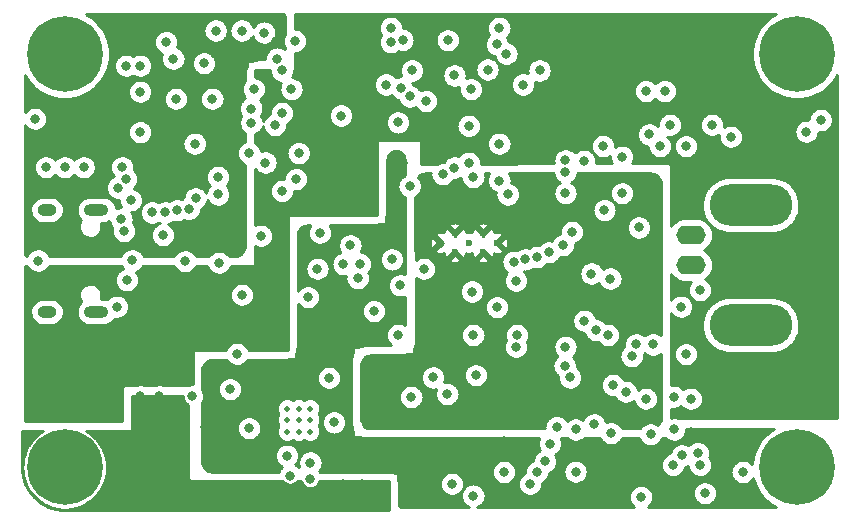
<source format=gbr>
%TF.GenerationSoftware,KiCad,Pcbnew,(6.0.0)*%
%TF.CreationDate,2022-03-21T15:30:00+00:00*%
%TF.ProjectId,uSMU_v10,75534d55-5f76-4313-902e-6b696361645f,rev?*%
%TF.SameCoordinates,Original*%
%TF.FileFunction,Copper,L3,Inr*%
%TF.FilePolarity,Positive*%
%FSLAX46Y46*%
G04 Gerber Fmt 4.6, Leading zero omitted, Abs format (unit mm)*
G04 Created by KiCad (PCBNEW (6.0.0)) date 2022-03-21 15:30:00*
%MOMM*%
%LPD*%
G01*
G04 APERTURE LIST*
%TA.AperFunction,ComponentPad*%
%ADD10C,0.600000*%
%TD*%
%TA.AperFunction,ComponentPad*%
%ADD11O,2.500000X1.600000*%
%TD*%
%TA.AperFunction,ComponentPad*%
%ADD12O,7.000000X3.500000*%
%TD*%
%TA.AperFunction,ComponentPad*%
%ADD13C,0.500000*%
%TD*%
%TA.AperFunction,ComponentPad*%
%ADD14C,0.800000*%
%TD*%
%TA.AperFunction,ComponentPad*%
%ADD15C,6.400000*%
%TD*%
%TA.AperFunction,ComponentPad*%
%ADD16O,1.600000X1.000000*%
%TD*%
%TA.AperFunction,ComponentPad*%
%ADD17O,2.100000X1.000000*%
%TD*%
%TA.AperFunction,ViaPad*%
%ADD18C,0.800000*%
%TD*%
%TA.AperFunction,Conductor*%
%ADD19C,0.254000*%
%TD*%
G04 APERTURE END LIST*
D10*
%TO.N,-10V*%
%TO.C,U10*%
X145225000Y-104000000D03*
X144025000Y-104800000D03*
X146425000Y-104800000D03*
X147625000Y-104000000D03*
X146425000Y-103200000D03*
X144025000Y-103200000D03*
X142825000Y-104000000D03*
%TD*%
D11*
%TO.N,Net-(C45-Pad1)*%
%TO.C,J3*%
X164000000Y-105875000D03*
%TO.N,GND*%
X164000000Y-103335000D03*
D12*
X169080000Y-100795000D03*
X169080000Y-110955000D03*
%TD*%
D13*
%TO.N,GND*%
%TO.C,U12*%
X129825000Y-118025000D03*
X131775000Y-118025000D03*
X131775000Y-119975000D03*
X129825000Y-119000000D03*
X131775000Y-119000000D03*
X130800000Y-119975000D03*
X130800000Y-119000000D03*
X130800000Y-118025000D03*
X129825000Y-119975000D03*
%TD*%
D14*
%TO.N,GND*%
%TO.C,H4*%
X171302944Y-121302944D03*
X173000000Y-125400000D03*
X171302944Y-124697056D03*
X170600000Y-123000000D03*
X175400000Y-123000000D03*
X174697056Y-121302944D03*
X174697056Y-124697056D03*
D15*
X173000000Y-123000000D03*
D14*
X173000000Y-120600000D03*
%TD*%
%TO.N,GND*%
%TO.C,H1*%
X109302944Y-86302944D03*
X113400000Y-88000000D03*
X111000000Y-90400000D03*
X111000000Y-85600000D03*
X112697056Y-86302944D03*
X108600000Y-88000000D03*
D15*
X111000000Y-88000000D03*
D14*
X109302944Y-89697056D03*
X112697056Y-89697056D03*
%TD*%
D16*
%TO.N,*%
%TO.C,J2*%
X109505000Y-109845000D03*
X109505000Y-101205000D03*
D17*
X113685000Y-109845000D03*
X113685000Y-101205000D03*
%TD*%
D14*
%TO.N,GND*%
%TO.C,H2*%
X174697056Y-86302944D03*
X173000000Y-90400000D03*
D15*
X173000000Y-88000000D03*
D14*
X174697056Y-89697056D03*
X170600000Y-88000000D03*
X171302944Y-86302944D03*
X171302944Y-89697056D03*
X175400000Y-88000000D03*
X173000000Y-85600000D03*
%TD*%
%TO.N,GND*%
%TO.C,H3*%
X112697056Y-121302944D03*
X111000000Y-125400000D03*
X109302944Y-121302944D03*
X113400000Y-123000000D03*
X111000000Y-120600000D03*
D15*
X111000000Y-123000000D03*
D14*
X109302944Y-124697056D03*
X112697056Y-124697056D03*
X108600000Y-123000000D03*
%TD*%
D18*
%TO.N,GND*%
X122000000Y-95600000D03*
X123500000Y-91800000D03*
X120400000Y-91800000D03*
%TO.N,Net-(C9-Pad1)*%
X132400000Y-106200000D03*
X134600000Y-105800000D03*
%TO.N,+10V*%
X147600000Y-109451563D03*
X139000000Y-109200000D03*
X139600000Y-97200000D03*
X143000000Y-98200000D03*
X122900000Y-119600000D03*
X131200000Y-103400000D03*
X123200000Y-121600000D03*
X148200000Y-120800000D03*
X164000000Y-120000000D03*
X124800000Y-121600000D03*
X124400000Y-119600000D03*
%TO.N,-10V*%
X160600000Y-118400000D03*
X133375000Y-115425000D03*
X138400000Y-119400000D03*
X148200000Y-123400000D03*
X137600000Y-118400000D03*
X136600000Y-119400000D03*
%TO.N,Net-(AmpOut1-Pad1)*%
X158500000Y-116600000D03*
X160200000Y-117200000D03*
X143400000Y-116800000D03*
%TO.N,VBUS*%
X118200000Y-118000000D03*
X121200000Y-105550000D03*
X143800000Y-124400000D03*
X124079304Y-105680815D03*
X117400000Y-117000000D03*
X116000000Y-103000000D03*
X119000000Y-117000000D03*
X134600000Y-124400000D03*
X136200000Y-124400000D03*
X116250000Y-107149500D03*
%TO.N,Net-(C21-Pad1)*%
X145600000Y-111800000D03*
X139200000Y-111800000D03*
X149275500Y-111800000D03*
%TO.N,Net-(C36-Pad1)*%
X155825000Y-119375000D03*
X162600000Y-119800000D03*
%TO.N,Net-(C28-Pad1)*%
X133800000Y-119200000D03*
X131800000Y-122600000D03*
%TO.N,Net-(R7-Pad1)*%
X120200000Y-88400000D03*
X115874999Y-97600000D03*
X117400000Y-89000000D03*
X112600000Y-97600000D03*
%TO.N,Net-(C36-Pad2)*%
X157250000Y-120125000D03*
X160600000Y-120200000D03*
%TO.N,Net-(D4-Pad4)*%
X145600000Y-98425000D03*
X153400000Y-98000000D03*
%TO.N,Net-(C42-Pad2)*%
X149800000Y-90600000D03*
X173800000Y-94600000D03*
%TO.N,Net-(C45-Pad1)*%
X134400000Y-93225000D03*
X159000000Y-113600000D03*
X153324500Y-114400000D03*
X145800000Y-115200000D03*
X163200000Y-109400000D03*
X162250000Y-94000000D03*
%TO.N,+4V5*%
X113400000Y-118400000D03*
X141000000Y-85800000D03*
X159800000Y-125524500D03*
X159825510Y-96700000D03*
X115200000Y-118400000D03*
X120800000Y-111200000D03*
X145600000Y-125400000D03*
X137175000Y-109775000D03*
X147550000Y-92050000D03*
X165200000Y-96000000D03*
X169000000Y-96000000D03*
X120800000Y-112200000D03*
X111800000Y-118400000D03*
X112600000Y-117200000D03*
X168012299Y-117412299D03*
X150600000Y-86400000D03*
X129600000Y-109800000D03*
X133600000Y-99200000D03*
%TO.N,Net-(D3-Pad2)*%
X154948829Y-97044774D03*
X158200000Y-96700000D03*
%TO.N,Net-(D3-Pad4)*%
X153400000Y-97000000D03*
X145200000Y-97225000D03*
%TO.N,Net-(D4-Pad2)*%
X158200000Y-99800000D03*
X153400000Y-99800000D03*
%TO.N,GND*%
X116600000Y-100400000D03*
X140350000Y-117050000D03*
X154250000Y-123375000D03*
X125600000Y-113400000D03*
X147800000Y-85800000D03*
X123775000Y-86025000D03*
X115400000Y-109400000D03*
X108750000Y-105500000D03*
X135187701Y-104212299D03*
X144000000Y-97625000D03*
X142200000Y-115400000D03*
X157400000Y-116025000D03*
X164000000Y-117200000D03*
X116723625Y-105474500D03*
X108500000Y-93500000D03*
X125000000Y-116400000D03*
X126000000Y-108400000D03*
X154250000Y-119800000D03*
X147800000Y-98724500D03*
X131800000Y-124000000D03*
X163600000Y-113425000D03*
X129816478Y-122016478D03*
X141600000Y-92000000D03*
X165800000Y-94000000D03*
X132600000Y-103149580D03*
X124000000Y-99900500D03*
X115800000Y-102000000D03*
X168400000Y-123400000D03*
X159600000Y-102700000D03*
X157000000Y-111800000D03*
X130600000Y-98600000D03*
X119300787Y-103337334D03*
X125975000Y-86025000D03*
X130100000Y-123700000D03*
X146800000Y-89324500D03*
X127612353Y-103398497D03*
X140200000Y-99200000D03*
X138700000Y-105400000D03*
X126600000Y-119700000D03*
X121800000Y-117000000D03*
%TO.N,/SDA*%
X156000000Y-111400000D03*
X159400000Y-112600000D03*
X160500000Y-94825000D03*
X167400000Y-95025000D03*
X126800000Y-92625000D03*
X160200000Y-91150500D03*
X129400000Y-93000000D03*
X148400000Y-88000000D03*
X129400000Y-89400000D03*
%TO.N,/SCL*%
X161800000Y-91150500D03*
X128800000Y-94025000D03*
X155000000Y-110600000D03*
X126808627Y-93818980D03*
X129000000Y-88400000D03*
X160800000Y-112600000D03*
X161400000Y-95825000D03*
X163600000Y-95825000D03*
X147600000Y-87200000D03*
%TO.N,/I_LIM*%
X129400000Y-99600000D03*
X148500000Y-99900500D03*
%TO.N,/AMP_EN*%
X117400000Y-94625000D03*
X156600000Y-95800000D03*
X147800000Y-95600000D03*
X153943442Y-103068375D03*
X156700000Y-101225000D03*
%TO.N,/2.048V_REF*%
X164800000Y-108000000D03*
X145400000Y-91000000D03*
X139400000Y-107600000D03*
X140211611Y-91608345D03*
%TO.N,/+4V096*%
X155600000Y-106600000D03*
X141400000Y-106200000D03*
X136000000Y-105800000D03*
%TO.N,+3V3*%
X122225000Y-87575000D03*
X128900000Y-86900000D03*
X118000000Y-97600000D03*
X125975000Y-87825000D03*
X112800000Y-92400000D03*
X123950000Y-103250000D03*
X125975000Y-98625000D03*
X123750000Y-88050000D03*
%TO.N,/SWDIO*%
X124000000Y-98400000D03*
X128000000Y-97200000D03*
X127900000Y-86200000D03*
X138600000Y-85800000D03*
%TO.N,/SWCLK*%
X130500000Y-86900000D03*
X126600000Y-96400000D03*
X138600000Y-87000000D03*
X130800000Y-96400000D03*
%TO.N,/NRST*%
X122800000Y-88800000D03*
X138200000Y-90600000D03*
%TO.N,/ADC_ALERT*%
X143425000Y-86850000D03*
X127000000Y-91000000D03*
X139502967Y-90903485D03*
X139600000Y-86825000D03*
%TO.N,Net-(R5-Pad1)*%
X116200000Y-98600000D03*
X111000000Y-97600000D03*
%TO.N,Net-(R3-Pad1)*%
X144000000Y-89824500D03*
X140400000Y-89400000D03*
%TO.N,/I_DAC*%
X130200000Y-91000000D03*
X117400000Y-91200000D03*
%TO.N,Net-(R4-Pad1)*%
X119600000Y-87000000D03*
X109400000Y-97600000D03*
X115492892Y-99324999D03*
X116200000Y-89000000D03*
%TO.N,Net-(R9-Pad2)*%
X131600000Y-108600000D03*
X135800000Y-107000000D03*
%TO.N,Net-(R18-Pad1)*%
X149200000Y-112800000D03*
X153400000Y-112800000D03*
%TO.N,Net-(R20-Pad2)*%
X149200000Y-107200000D03*
X157200000Y-107025000D03*
%TO.N,/I_G0*%
X165200000Y-125200000D03*
X118400000Y-101425000D03*
X149000000Y-105600000D03*
X150400000Y-124400000D03*
%TO.N,/I_G1*%
X119524244Y-101425000D03*
X150000000Y-105400000D03*
X164800000Y-122800000D03*
X151000000Y-123400000D03*
%TO.N,/I_G2*%
X122075000Y-100225000D03*
X153200000Y-104200000D03*
X164600000Y-121800000D03*
X152649478Y-119600000D03*
%TO.N,/I_G3*%
X163250000Y-122000000D03*
X152083467Y-121000000D03*
X121500000Y-101125000D03*
X152000000Y-104800000D03*
%TO.N,/I_G4*%
X151646991Y-122506018D03*
X151000000Y-105200000D03*
X120506114Y-101235432D03*
X162500000Y-122800000D03*
%TO.N,Net-(C43-Pad2)*%
X175000000Y-93600000D03*
X151200000Y-89400000D03*
%TO.N,Net-(JP2-Pad2)*%
X145475500Y-108124500D03*
%TO.N,Net-(JP4-Pad2)*%
X162550500Y-117025500D03*
X153800000Y-115400000D03*
%TO.N,Net-(R10-Pad1)*%
X145200000Y-94100500D03*
X139200000Y-93800000D03*
%TD*%
%TO.N,-10V*%
D19*
X141969230Y-98186830D02*
X141969230Y-98213170D01*
X141989016Y-98401426D01*
X141994493Y-98427192D01*
X142052988Y-98607220D01*
X142063702Y-98631284D01*
X142158348Y-98795216D01*
X142173831Y-98816527D01*
X142300493Y-98957199D01*
X142320068Y-98974824D01*
X142473209Y-99086087D01*
X142496021Y-99099257D01*
X142668948Y-99176250D01*
X142694000Y-99184391D01*
X142879157Y-99223747D01*
X142905354Y-99226500D01*
X143094646Y-99226500D01*
X143120843Y-99223747D01*
X143306000Y-99184391D01*
X143331052Y-99176250D01*
X143503979Y-99099257D01*
X143526791Y-99086087D01*
X143679932Y-98974824D01*
X143699507Y-98957199D01*
X143826169Y-98816527D01*
X143841652Y-98795216D01*
X143924626Y-98651500D01*
X144094646Y-98651500D01*
X144120843Y-98648747D01*
X144306000Y-98609391D01*
X144331052Y-98601250D01*
X144503979Y-98524257D01*
X144526791Y-98511087D01*
X144573339Y-98477268D01*
X144589016Y-98626426D01*
X144594493Y-98652192D01*
X144652988Y-98832220D01*
X144663702Y-98856284D01*
X144758348Y-99020216D01*
X144773831Y-99041527D01*
X144900493Y-99182199D01*
X144920068Y-99199824D01*
X145073209Y-99311087D01*
X145096021Y-99324257D01*
X145268948Y-99401250D01*
X145294000Y-99409391D01*
X145479157Y-99448747D01*
X145505354Y-99451500D01*
X145694646Y-99451500D01*
X145720843Y-99448747D01*
X145906000Y-99409391D01*
X145931052Y-99401250D01*
X146103979Y-99324257D01*
X146126791Y-99311087D01*
X146279932Y-99199824D01*
X146299507Y-99182199D01*
X146426169Y-99041527D01*
X146441652Y-99020216D01*
X146536298Y-98856284D01*
X146547012Y-98832220D01*
X146605507Y-98652192D01*
X146610984Y-98626426D01*
X146630770Y-98438170D01*
X146630770Y-98411830D01*
X146610984Y-98223574D01*
X146605507Y-98197808D01*
X146582175Y-98126000D01*
X146960734Y-98126000D01*
X146958348Y-98129284D01*
X146863702Y-98293216D01*
X146852988Y-98317280D01*
X146794493Y-98497308D01*
X146789016Y-98523074D01*
X146769230Y-98711330D01*
X146769230Y-98737670D01*
X146789016Y-98925926D01*
X146794493Y-98951692D01*
X146852988Y-99131720D01*
X146863702Y-99155784D01*
X146958348Y-99319716D01*
X146973831Y-99341027D01*
X147100493Y-99481699D01*
X147120068Y-99499324D01*
X147273209Y-99610587D01*
X147296021Y-99623757D01*
X147468948Y-99700750D01*
X147488183Y-99707001D01*
X147469230Y-99887330D01*
X147469230Y-99913670D01*
X147489016Y-100101926D01*
X147494493Y-100127692D01*
X147552988Y-100307720D01*
X147563702Y-100331784D01*
X147658348Y-100495716D01*
X147673831Y-100517027D01*
X147800493Y-100657699D01*
X147820068Y-100675324D01*
X147973209Y-100786587D01*
X147996021Y-100799757D01*
X148168948Y-100876750D01*
X148194000Y-100884891D01*
X148379157Y-100924247D01*
X148405354Y-100927000D01*
X148594646Y-100927000D01*
X148620843Y-100924247D01*
X148806000Y-100884891D01*
X148831052Y-100876750D01*
X149003979Y-100799757D01*
X149026791Y-100786587D01*
X149179932Y-100675324D01*
X149199507Y-100657699D01*
X149326169Y-100517027D01*
X149341652Y-100495716D01*
X149436298Y-100331784D01*
X149447012Y-100307720D01*
X149505507Y-100127692D01*
X149510984Y-100101926D01*
X149530770Y-99913670D01*
X149530770Y-99887330D01*
X149510984Y-99699074D01*
X149505507Y-99673308D01*
X149447012Y-99493280D01*
X149436298Y-99469216D01*
X149341652Y-99305284D01*
X149326169Y-99283973D01*
X149199507Y-99143301D01*
X149179932Y-99125676D01*
X149026791Y-99014413D01*
X149003979Y-99001243D01*
X148831052Y-98924250D01*
X148811817Y-98917999D01*
X148830770Y-98737670D01*
X148830770Y-98711330D01*
X148810984Y-98523074D01*
X148805507Y-98497308D01*
X148747012Y-98317280D01*
X148736298Y-98293216D01*
X148641652Y-98129284D01*
X148639266Y-98126000D01*
X152381089Y-98126000D01*
X152389016Y-98201426D01*
X152394493Y-98227192D01*
X152452988Y-98407220D01*
X152463702Y-98431284D01*
X152558348Y-98595216D01*
X152573831Y-98616527D01*
X152700493Y-98757199D01*
X152720068Y-98774824D01*
X152873209Y-98886087D01*
X152896021Y-98899257D01*
X152897690Y-98900000D01*
X152896021Y-98900743D01*
X152873209Y-98913913D01*
X152720068Y-99025176D01*
X152700493Y-99042801D01*
X152573831Y-99183473D01*
X152558348Y-99204784D01*
X152463702Y-99368716D01*
X152452988Y-99392780D01*
X152394493Y-99572808D01*
X152389016Y-99598574D01*
X152369230Y-99786830D01*
X152369230Y-99813170D01*
X152389016Y-100001426D01*
X152394493Y-100027192D01*
X152452988Y-100207220D01*
X152463702Y-100231284D01*
X152558348Y-100395216D01*
X152573831Y-100416527D01*
X152700493Y-100557199D01*
X152720068Y-100574824D01*
X152873209Y-100686087D01*
X152896021Y-100699257D01*
X153068948Y-100776250D01*
X153094000Y-100784391D01*
X153279157Y-100823747D01*
X153305354Y-100826500D01*
X153494646Y-100826500D01*
X153520843Y-100823747D01*
X153706000Y-100784391D01*
X153731052Y-100776250D01*
X153903979Y-100699257D01*
X153926791Y-100686087D01*
X154079932Y-100574824D01*
X154099507Y-100557199D01*
X154226169Y-100416527D01*
X154241652Y-100395216D01*
X154336298Y-100231284D01*
X154347012Y-100207220D01*
X154405507Y-100027192D01*
X154410984Y-100001426D01*
X154430770Y-99813170D01*
X157169230Y-99813170D01*
X157189016Y-100001426D01*
X157194493Y-100027192D01*
X157252988Y-100207220D01*
X157263702Y-100231284D01*
X157358348Y-100395216D01*
X157373831Y-100416527D01*
X157500493Y-100557199D01*
X157520068Y-100574824D01*
X157673209Y-100686087D01*
X157696021Y-100699257D01*
X157868948Y-100776250D01*
X157894000Y-100784391D01*
X158079157Y-100823747D01*
X158105354Y-100826500D01*
X158294646Y-100826500D01*
X158320843Y-100823747D01*
X158506000Y-100784391D01*
X158531052Y-100776250D01*
X158703979Y-100699257D01*
X158726791Y-100686087D01*
X158879932Y-100574824D01*
X158899507Y-100557199D01*
X159026169Y-100416527D01*
X159041652Y-100395216D01*
X159136298Y-100231284D01*
X159147012Y-100207220D01*
X159205507Y-100027192D01*
X159210984Y-100001426D01*
X159230770Y-99813170D01*
X159230770Y-99786830D01*
X159210984Y-99598574D01*
X159205507Y-99572808D01*
X159147012Y-99392780D01*
X159136298Y-99368716D01*
X159041652Y-99204784D01*
X159026169Y-99183473D01*
X158899507Y-99042801D01*
X158879932Y-99025176D01*
X158726791Y-98913913D01*
X158703979Y-98900743D01*
X158531052Y-98823750D01*
X158506000Y-98815609D01*
X158320843Y-98776253D01*
X158294646Y-98773500D01*
X158105354Y-98773500D01*
X158079157Y-98776253D01*
X157894000Y-98815609D01*
X157868948Y-98823750D01*
X157696021Y-98900743D01*
X157673209Y-98913913D01*
X157520068Y-99025176D01*
X157500493Y-99042801D01*
X157373831Y-99183473D01*
X157358348Y-99204784D01*
X157263702Y-99368716D01*
X157252988Y-99392780D01*
X157194493Y-99572808D01*
X157189016Y-99598574D01*
X157169230Y-99786830D01*
X157169230Y-99813170D01*
X154430770Y-99813170D01*
X154430770Y-99786830D01*
X154410984Y-99598574D01*
X154405507Y-99572808D01*
X154347012Y-99392780D01*
X154336298Y-99368716D01*
X154241652Y-99204784D01*
X154226169Y-99183473D01*
X154099507Y-99042801D01*
X154079932Y-99025176D01*
X153926791Y-98913913D01*
X153903979Y-98900743D01*
X153902310Y-98900000D01*
X153903979Y-98899257D01*
X153926791Y-98886087D01*
X154079932Y-98774824D01*
X154099507Y-98757199D01*
X154226169Y-98616527D01*
X154241652Y-98595216D01*
X154336298Y-98431284D01*
X154347012Y-98407220D01*
X154405507Y-98227192D01*
X154410984Y-98201426D01*
X154418911Y-98126000D01*
X160593813Y-98126000D01*
X160770387Y-98143391D01*
X160934233Y-98193093D01*
X161085232Y-98273803D01*
X161217581Y-98382419D01*
X161326197Y-98514768D01*
X161406907Y-98665767D01*
X161456609Y-98829613D01*
X161474000Y-99006187D01*
X161474000Y-111820866D01*
X161326791Y-111713913D01*
X161303979Y-111700743D01*
X161131052Y-111623750D01*
X161106000Y-111615609D01*
X160920843Y-111576253D01*
X160894646Y-111573500D01*
X160705354Y-111573500D01*
X160679157Y-111576253D01*
X160494000Y-111615609D01*
X160468948Y-111623750D01*
X160296021Y-111700743D01*
X160273209Y-111713913D01*
X160120068Y-111825176D01*
X160100493Y-111842802D01*
X160100000Y-111843350D01*
X160099507Y-111842802D01*
X160079932Y-111825176D01*
X159926791Y-111713913D01*
X159903979Y-111700743D01*
X159731052Y-111623750D01*
X159706000Y-111615609D01*
X159520843Y-111576253D01*
X159494646Y-111573500D01*
X159305354Y-111573500D01*
X159279157Y-111576253D01*
X159094000Y-111615609D01*
X159068948Y-111623750D01*
X158896021Y-111700743D01*
X158873209Y-111713913D01*
X158720068Y-111825176D01*
X158700493Y-111842801D01*
X158573831Y-111983473D01*
X158558348Y-112004784D01*
X158463702Y-112168716D01*
X158452988Y-112192780D01*
X158394493Y-112372808D01*
X158389016Y-112398574D01*
X158369230Y-112586830D01*
X158369230Y-112613170D01*
X158386444Y-112776951D01*
X158320068Y-112825176D01*
X158300493Y-112842801D01*
X158173831Y-112983473D01*
X158158348Y-113004784D01*
X158063702Y-113168716D01*
X158052988Y-113192780D01*
X157994493Y-113372808D01*
X157989016Y-113398574D01*
X157969230Y-113586830D01*
X157969230Y-113613170D01*
X157989016Y-113801426D01*
X157994493Y-113827192D01*
X158052988Y-114007220D01*
X158063702Y-114031284D01*
X158158348Y-114195216D01*
X158173831Y-114216527D01*
X158300493Y-114357199D01*
X158320068Y-114374824D01*
X158473209Y-114486087D01*
X158496021Y-114499257D01*
X158668948Y-114576250D01*
X158694000Y-114584391D01*
X158879157Y-114623747D01*
X158905354Y-114626500D01*
X159094646Y-114626500D01*
X159120843Y-114623747D01*
X159306000Y-114584391D01*
X159331052Y-114576250D01*
X159503979Y-114499257D01*
X159526791Y-114486087D01*
X159679932Y-114374824D01*
X159699507Y-114357199D01*
X159826169Y-114216527D01*
X159841652Y-114195216D01*
X159936298Y-114031284D01*
X159947012Y-114007220D01*
X160005507Y-113827192D01*
X160010984Y-113801426D01*
X160030770Y-113613170D01*
X160030770Y-113586830D01*
X160013556Y-113423049D01*
X160079932Y-113374824D01*
X160099507Y-113357198D01*
X160100000Y-113356650D01*
X160100493Y-113357198D01*
X160120068Y-113374824D01*
X160273209Y-113486087D01*
X160296021Y-113499257D01*
X160468948Y-113576250D01*
X160494000Y-113584391D01*
X160679157Y-113623747D01*
X160705354Y-113626500D01*
X160894646Y-113626500D01*
X160920843Y-113623747D01*
X161106000Y-113584391D01*
X161131052Y-113576250D01*
X161303979Y-113499257D01*
X161326791Y-113486087D01*
X161474000Y-113379134D01*
X161474000Y-118793813D01*
X161456609Y-118970387D01*
X161406907Y-119134233D01*
X161326197Y-119285232D01*
X161236966Y-119393960D01*
X161126791Y-119313913D01*
X161103979Y-119300743D01*
X160931052Y-119223750D01*
X160906000Y-119215609D01*
X160720843Y-119176253D01*
X160694646Y-119173500D01*
X160505354Y-119173500D01*
X160479157Y-119176253D01*
X160294000Y-119215609D01*
X160268948Y-119223750D01*
X160096021Y-119300743D01*
X160073209Y-119313913D01*
X159920068Y-119425176D01*
X159900493Y-119442801D01*
X159773831Y-119583473D01*
X159758348Y-119604784D01*
X159718386Y-119674000D01*
X158174915Y-119674000D01*
X158091652Y-119529784D01*
X158076169Y-119508473D01*
X157949507Y-119367801D01*
X157929932Y-119350176D01*
X157776791Y-119238913D01*
X157753979Y-119225743D01*
X157581052Y-119148750D01*
X157556000Y-119140609D01*
X157370843Y-119101253D01*
X157344646Y-119098500D01*
X157155354Y-119098500D01*
X157129157Y-119101253D01*
X156944000Y-119140609D01*
X156918948Y-119148750D01*
X156837200Y-119185147D01*
X156835984Y-119173574D01*
X156830507Y-119147808D01*
X156772012Y-118967780D01*
X156761298Y-118943716D01*
X156666652Y-118779784D01*
X156651169Y-118758473D01*
X156524507Y-118617801D01*
X156504932Y-118600176D01*
X156351791Y-118488913D01*
X156328979Y-118475743D01*
X156156052Y-118398750D01*
X156131000Y-118390609D01*
X155945843Y-118351253D01*
X155919646Y-118348500D01*
X155730354Y-118348500D01*
X155704157Y-118351253D01*
X155519000Y-118390609D01*
X155493948Y-118398750D01*
X155321021Y-118475743D01*
X155298209Y-118488913D01*
X155145068Y-118600176D01*
X155125493Y-118617801D01*
X154998831Y-118758473D01*
X154983348Y-118779784D01*
X154888702Y-118943716D01*
X154877988Y-118967780D01*
X154872821Y-118983683D01*
X154776791Y-118913913D01*
X154753979Y-118900743D01*
X154581052Y-118823750D01*
X154556000Y-118815609D01*
X154370843Y-118776253D01*
X154344646Y-118773500D01*
X154155354Y-118773500D01*
X154129157Y-118776253D01*
X153944000Y-118815609D01*
X153918948Y-118823750D01*
X153746021Y-118900743D01*
X153723209Y-118913913D01*
X153570068Y-119025176D01*
X153550493Y-119042801D01*
X153527696Y-119068119D01*
X153491130Y-119004784D01*
X153475647Y-118983473D01*
X153348985Y-118842801D01*
X153329410Y-118825176D01*
X153176269Y-118713913D01*
X153153457Y-118700743D01*
X152980530Y-118623750D01*
X152955478Y-118615609D01*
X152770321Y-118576253D01*
X152744124Y-118573500D01*
X152554832Y-118573500D01*
X152528635Y-118576253D01*
X152343478Y-118615609D01*
X152318426Y-118623750D01*
X152145499Y-118700743D01*
X152122687Y-118713913D01*
X151969546Y-118825176D01*
X151949971Y-118842801D01*
X151823309Y-118983473D01*
X151807826Y-119004784D01*
X151713180Y-119168716D01*
X151702466Y-119192780D01*
X151643971Y-119372808D01*
X151638494Y-119398574D01*
X151618708Y-119586830D01*
X151618708Y-119613170D01*
X151625101Y-119674000D01*
X136956187Y-119674000D01*
X136779613Y-119656609D01*
X136615767Y-119606907D01*
X136464768Y-119526197D01*
X136332419Y-119417581D01*
X136223803Y-119285232D01*
X136143093Y-119134233D01*
X136093391Y-118970387D01*
X136076000Y-118793813D01*
X136076000Y-117063170D01*
X139319230Y-117063170D01*
X139339016Y-117251426D01*
X139344493Y-117277192D01*
X139402988Y-117457220D01*
X139413702Y-117481284D01*
X139508348Y-117645216D01*
X139523831Y-117666527D01*
X139650493Y-117807199D01*
X139670068Y-117824824D01*
X139823209Y-117936087D01*
X139846021Y-117949257D01*
X140018948Y-118026250D01*
X140044000Y-118034391D01*
X140229157Y-118073747D01*
X140255354Y-118076500D01*
X140444646Y-118076500D01*
X140470843Y-118073747D01*
X140656000Y-118034391D01*
X140681052Y-118026250D01*
X140853979Y-117949257D01*
X140876791Y-117936087D01*
X141029932Y-117824824D01*
X141049507Y-117807199D01*
X141176169Y-117666527D01*
X141191652Y-117645216D01*
X141286298Y-117481284D01*
X141297012Y-117457220D01*
X141355507Y-117277192D01*
X141360984Y-117251426D01*
X141380770Y-117063170D01*
X141380770Y-117036830D01*
X141360984Y-116848574D01*
X141355507Y-116822808D01*
X141297012Y-116642780D01*
X141286298Y-116618716D01*
X141191652Y-116454784D01*
X141176169Y-116433473D01*
X141049507Y-116292801D01*
X141029932Y-116275176D01*
X140876791Y-116163913D01*
X140853979Y-116150743D01*
X140681052Y-116073750D01*
X140656000Y-116065609D01*
X140470843Y-116026253D01*
X140444646Y-116023500D01*
X140255354Y-116023500D01*
X140229157Y-116026253D01*
X140044000Y-116065609D01*
X140018948Y-116073750D01*
X139846021Y-116150743D01*
X139823209Y-116163913D01*
X139670068Y-116275176D01*
X139650493Y-116292801D01*
X139523831Y-116433473D01*
X139508348Y-116454784D01*
X139413702Y-116618716D01*
X139402988Y-116642780D01*
X139344493Y-116822808D01*
X139339016Y-116848574D01*
X139319230Y-117036830D01*
X139319230Y-117063170D01*
X136076000Y-117063170D01*
X136076000Y-115413170D01*
X141169230Y-115413170D01*
X141189016Y-115601426D01*
X141194493Y-115627192D01*
X141252988Y-115807220D01*
X141263702Y-115831284D01*
X141358348Y-115995216D01*
X141373831Y-116016527D01*
X141500493Y-116157199D01*
X141520068Y-116174824D01*
X141673209Y-116286087D01*
X141696021Y-116299257D01*
X141868948Y-116376250D01*
X141894000Y-116384391D01*
X142079157Y-116423747D01*
X142105354Y-116426500D01*
X142294646Y-116426500D01*
X142320843Y-116423747D01*
X142451983Y-116395873D01*
X142394493Y-116572808D01*
X142389016Y-116598574D01*
X142369230Y-116786830D01*
X142369230Y-116813170D01*
X142389016Y-117001426D01*
X142394493Y-117027192D01*
X142452988Y-117207220D01*
X142463702Y-117231284D01*
X142558348Y-117395216D01*
X142573831Y-117416527D01*
X142700493Y-117557199D01*
X142720068Y-117574824D01*
X142873209Y-117686087D01*
X142896021Y-117699257D01*
X143068948Y-117776250D01*
X143094000Y-117784391D01*
X143279157Y-117823747D01*
X143305354Y-117826500D01*
X143494646Y-117826500D01*
X143520843Y-117823747D01*
X143706000Y-117784391D01*
X143731052Y-117776250D01*
X143903979Y-117699257D01*
X143926791Y-117686087D01*
X144079932Y-117574824D01*
X144099507Y-117557199D01*
X144226169Y-117416527D01*
X144241652Y-117395216D01*
X144336298Y-117231284D01*
X144347012Y-117207220D01*
X144405507Y-117027192D01*
X144410984Y-117001426D01*
X144430770Y-116813170D01*
X144430770Y-116786830D01*
X144410984Y-116598574D01*
X144405507Y-116572808D01*
X144347012Y-116392780D01*
X144336298Y-116368716D01*
X144241652Y-116204784D01*
X144226169Y-116183473D01*
X144099507Y-116042801D01*
X144079932Y-116025176D01*
X143926791Y-115913913D01*
X143903979Y-115900743D01*
X143731052Y-115823750D01*
X143706000Y-115815609D01*
X143520843Y-115776253D01*
X143494646Y-115773500D01*
X143305354Y-115773500D01*
X143279157Y-115776253D01*
X143148017Y-115804127D01*
X143205507Y-115627192D01*
X143210984Y-115601426D01*
X143230770Y-115413170D01*
X143230770Y-115386830D01*
X143212518Y-115213170D01*
X144769230Y-115213170D01*
X144789016Y-115401426D01*
X144794493Y-115427192D01*
X144852988Y-115607220D01*
X144863702Y-115631284D01*
X144958348Y-115795216D01*
X144973831Y-115816527D01*
X145100493Y-115957199D01*
X145120068Y-115974824D01*
X145273209Y-116086087D01*
X145296021Y-116099257D01*
X145468948Y-116176250D01*
X145494000Y-116184391D01*
X145679157Y-116223747D01*
X145705354Y-116226500D01*
X145894646Y-116226500D01*
X145920843Y-116223747D01*
X146106000Y-116184391D01*
X146131052Y-116176250D01*
X146303979Y-116099257D01*
X146326791Y-116086087D01*
X146479932Y-115974824D01*
X146499507Y-115957199D01*
X146626169Y-115816527D01*
X146641652Y-115795216D01*
X146736298Y-115631284D01*
X146747012Y-115607220D01*
X146805507Y-115427192D01*
X146810984Y-115401426D01*
X146830770Y-115213170D01*
X146830770Y-115186830D01*
X146810984Y-114998574D01*
X146805507Y-114972808D01*
X146747012Y-114792780D01*
X146736298Y-114768716D01*
X146641652Y-114604784D01*
X146626169Y-114583473D01*
X146499507Y-114442801D01*
X146479932Y-114425176D01*
X146463407Y-114413170D01*
X152293730Y-114413170D01*
X152313516Y-114601426D01*
X152318993Y-114627192D01*
X152377488Y-114807220D01*
X152388202Y-114831284D01*
X152482848Y-114995216D01*
X152498331Y-115016527D01*
X152624993Y-115157199D01*
X152644568Y-115174824D01*
X152781087Y-115274011D01*
X152769230Y-115386830D01*
X152769230Y-115413170D01*
X152789016Y-115601426D01*
X152794493Y-115627192D01*
X152852988Y-115807220D01*
X152863702Y-115831284D01*
X152958348Y-115995216D01*
X152973831Y-116016527D01*
X153100493Y-116157199D01*
X153120068Y-116174824D01*
X153273209Y-116286087D01*
X153296021Y-116299257D01*
X153468948Y-116376250D01*
X153494000Y-116384391D01*
X153679157Y-116423747D01*
X153705354Y-116426500D01*
X153894646Y-116426500D01*
X153920843Y-116423747D01*
X154106000Y-116384391D01*
X154131052Y-116376250D01*
X154303979Y-116299257D01*
X154326791Y-116286087D01*
X154479932Y-116174824D01*
X154499507Y-116157199D01*
X154606681Y-116038170D01*
X156369230Y-116038170D01*
X156389016Y-116226426D01*
X156394493Y-116252192D01*
X156452988Y-116432220D01*
X156463702Y-116456284D01*
X156558348Y-116620216D01*
X156573831Y-116641527D01*
X156700493Y-116782199D01*
X156720068Y-116799824D01*
X156873209Y-116911087D01*
X156896021Y-116924257D01*
X157068948Y-117001250D01*
X157094000Y-117009391D01*
X157279157Y-117048747D01*
X157305354Y-117051500D01*
X157494646Y-117051500D01*
X157520842Y-117048747D01*
X157567997Y-117038724D01*
X157658348Y-117195216D01*
X157673831Y-117216527D01*
X157800493Y-117357199D01*
X157820068Y-117374824D01*
X157973209Y-117486087D01*
X157996021Y-117499257D01*
X158168948Y-117576250D01*
X158194000Y-117584391D01*
X158379157Y-117623747D01*
X158405354Y-117626500D01*
X158594646Y-117626500D01*
X158620843Y-117623747D01*
X158806000Y-117584391D01*
X158831052Y-117576250D01*
X159003979Y-117499257D01*
X159026791Y-117486087D01*
X159179932Y-117374824D01*
X159185676Y-117369652D01*
X159189016Y-117401426D01*
X159194493Y-117427192D01*
X159252988Y-117607220D01*
X159263702Y-117631284D01*
X159358348Y-117795216D01*
X159373831Y-117816527D01*
X159500493Y-117957199D01*
X159520068Y-117974824D01*
X159673209Y-118086087D01*
X159696021Y-118099257D01*
X159868948Y-118176250D01*
X159894000Y-118184391D01*
X160079157Y-118223747D01*
X160105354Y-118226500D01*
X160294646Y-118226500D01*
X160320843Y-118223747D01*
X160506000Y-118184391D01*
X160531052Y-118176250D01*
X160703979Y-118099257D01*
X160726791Y-118086087D01*
X160879932Y-117974824D01*
X160899507Y-117957199D01*
X161026169Y-117816527D01*
X161041652Y-117795216D01*
X161136298Y-117631284D01*
X161147012Y-117607220D01*
X161205507Y-117427192D01*
X161210984Y-117401426D01*
X161230770Y-117213170D01*
X161230770Y-117186830D01*
X161210984Y-116998574D01*
X161205507Y-116972808D01*
X161147012Y-116792780D01*
X161136298Y-116768716D01*
X161041652Y-116604784D01*
X161026169Y-116583473D01*
X160899507Y-116442801D01*
X160879932Y-116425176D01*
X160726791Y-116313913D01*
X160703979Y-116300743D01*
X160531052Y-116223750D01*
X160506000Y-116215609D01*
X160320843Y-116176253D01*
X160294646Y-116173500D01*
X160105354Y-116173500D01*
X160079157Y-116176253D01*
X159894000Y-116215609D01*
X159868948Y-116223750D01*
X159696021Y-116300743D01*
X159673209Y-116313913D01*
X159520068Y-116425176D01*
X159514324Y-116430348D01*
X159510984Y-116398574D01*
X159505507Y-116372808D01*
X159447012Y-116192780D01*
X159436298Y-116168716D01*
X159341652Y-116004784D01*
X159326169Y-115983473D01*
X159199507Y-115842801D01*
X159179932Y-115825176D01*
X159026791Y-115713913D01*
X159003979Y-115700743D01*
X158831052Y-115623750D01*
X158806000Y-115615609D01*
X158620843Y-115576253D01*
X158594646Y-115573500D01*
X158405354Y-115573500D01*
X158379158Y-115576253D01*
X158332003Y-115586276D01*
X158241652Y-115429784D01*
X158226169Y-115408473D01*
X158099507Y-115267801D01*
X158079932Y-115250176D01*
X157926791Y-115138913D01*
X157903979Y-115125743D01*
X157731052Y-115048750D01*
X157706000Y-115040609D01*
X157520843Y-115001253D01*
X157494646Y-114998500D01*
X157305354Y-114998500D01*
X157279157Y-115001253D01*
X157094000Y-115040609D01*
X157068948Y-115048750D01*
X156896021Y-115125743D01*
X156873209Y-115138913D01*
X156720068Y-115250176D01*
X156700493Y-115267801D01*
X156573831Y-115408473D01*
X156558348Y-115429784D01*
X156463702Y-115593716D01*
X156452988Y-115617780D01*
X156394493Y-115797808D01*
X156389016Y-115823574D01*
X156369230Y-116011830D01*
X156369230Y-116038170D01*
X154606681Y-116038170D01*
X154626169Y-116016527D01*
X154641652Y-115995216D01*
X154736298Y-115831284D01*
X154747012Y-115807220D01*
X154805507Y-115627192D01*
X154810984Y-115601426D01*
X154830770Y-115413170D01*
X154830770Y-115386830D01*
X154810984Y-115198574D01*
X154805507Y-115172808D01*
X154747012Y-114992780D01*
X154736298Y-114968716D01*
X154641652Y-114804784D01*
X154626169Y-114783473D01*
X154499507Y-114642801D01*
X154479932Y-114625176D01*
X154343413Y-114525989D01*
X154355270Y-114413170D01*
X154355270Y-114386830D01*
X154335484Y-114198574D01*
X154330007Y-114172808D01*
X154271512Y-113992780D01*
X154260798Y-113968716D01*
X154166152Y-113804784D01*
X154150669Y-113783473D01*
X154024007Y-113642801D01*
X154007199Y-113627667D01*
X154079932Y-113574824D01*
X154099507Y-113557199D01*
X154226169Y-113416527D01*
X154241652Y-113395216D01*
X154336298Y-113231284D01*
X154347012Y-113207220D01*
X154405507Y-113027192D01*
X154410984Y-113001426D01*
X154430770Y-112813170D01*
X154430770Y-112786830D01*
X154410984Y-112598574D01*
X154405507Y-112572808D01*
X154347012Y-112392780D01*
X154336298Y-112368716D01*
X154241652Y-112204784D01*
X154226169Y-112183473D01*
X154099507Y-112042801D01*
X154079932Y-112025176D01*
X153926791Y-111913913D01*
X153903979Y-111900743D01*
X153731052Y-111823750D01*
X153706000Y-111815609D01*
X153520843Y-111776253D01*
X153494646Y-111773500D01*
X153305354Y-111773500D01*
X153279157Y-111776253D01*
X153094000Y-111815609D01*
X153068948Y-111823750D01*
X152896021Y-111900743D01*
X152873209Y-111913913D01*
X152720068Y-112025176D01*
X152700493Y-112042801D01*
X152573831Y-112183473D01*
X152558348Y-112204784D01*
X152463702Y-112368716D01*
X152452988Y-112392780D01*
X152394493Y-112572808D01*
X152389016Y-112598574D01*
X152369230Y-112786830D01*
X152369230Y-112813170D01*
X152389016Y-113001426D01*
X152394493Y-113027192D01*
X152452988Y-113207220D01*
X152463702Y-113231284D01*
X152558348Y-113395216D01*
X152573831Y-113416527D01*
X152700493Y-113557199D01*
X152717301Y-113572333D01*
X152644568Y-113625176D01*
X152624993Y-113642801D01*
X152498331Y-113783473D01*
X152482848Y-113804784D01*
X152388202Y-113968716D01*
X152377488Y-113992780D01*
X152318993Y-114172808D01*
X152313516Y-114198574D01*
X152293730Y-114386830D01*
X152293730Y-114413170D01*
X146463407Y-114413170D01*
X146326791Y-114313913D01*
X146303979Y-114300743D01*
X146131052Y-114223750D01*
X146106000Y-114215609D01*
X145920843Y-114176253D01*
X145894646Y-114173500D01*
X145705354Y-114173500D01*
X145679157Y-114176253D01*
X145494000Y-114215609D01*
X145468948Y-114223750D01*
X145296021Y-114300743D01*
X145273209Y-114313913D01*
X145120068Y-114425176D01*
X145100493Y-114442801D01*
X144973831Y-114583473D01*
X144958348Y-114604784D01*
X144863702Y-114768716D01*
X144852988Y-114792780D01*
X144794493Y-114972808D01*
X144789016Y-114998574D01*
X144769230Y-115186830D01*
X144769230Y-115213170D01*
X143212518Y-115213170D01*
X143210984Y-115198574D01*
X143205507Y-115172808D01*
X143147012Y-114992780D01*
X143136298Y-114968716D01*
X143041652Y-114804784D01*
X143026169Y-114783473D01*
X142899507Y-114642801D01*
X142879932Y-114625176D01*
X142726791Y-114513913D01*
X142703979Y-114500743D01*
X142531052Y-114423750D01*
X142506000Y-114415609D01*
X142320843Y-114376253D01*
X142294646Y-114373500D01*
X142105354Y-114373500D01*
X142079157Y-114376253D01*
X141894000Y-114415609D01*
X141868948Y-114423750D01*
X141696021Y-114500743D01*
X141673209Y-114513913D01*
X141520068Y-114625176D01*
X141500493Y-114642801D01*
X141373831Y-114783473D01*
X141358348Y-114804784D01*
X141263702Y-114968716D01*
X141252988Y-114992780D01*
X141194493Y-115172808D01*
X141189016Y-115198574D01*
X141169230Y-115386830D01*
X141169230Y-115413170D01*
X136076000Y-115413170D01*
X136076000Y-114406187D01*
X136093391Y-114229613D01*
X136143093Y-114065767D01*
X136223803Y-113914768D01*
X136332419Y-113782419D01*
X136464768Y-113673803D01*
X136615767Y-113593093D01*
X136779613Y-113543391D01*
X136956187Y-113526000D01*
X139596748Y-113526000D01*
X139609124Y-113525391D01*
X139804612Y-113506097D01*
X139828885Y-113501258D01*
X140016830Y-113444121D01*
X140039690Y-113434631D01*
X140104322Y-113400000D01*
X140600000Y-113400000D01*
X140598391Y-112904324D01*
X140632811Y-112839581D01*
X140642228Y-112816691D01*
X140698755Y-112628561D01*
X140703514Y-112604271D01*
X140722173Y-112408721D01*
X140722742Y-112396344D01*
X140720848Y-111813170D01*
X144569230Y-111813170D01*
X144589016Y-112001426D01*
X144594493Y-112027192D01*
X144652988Y-112207220D01*
X144663702Y-112231284D01*
X144758348Y-112395216D01*
X144773831Y-112416527D01*
X144900493Y-112557199D01*
X144920068Y-112574824D01*
X145073209Y-112686087D01*
X145096021Y-112699257D01*
X145268948Y-112776250D01*
X145294000Y-112784391D01*
X145479157Y-112823747D01*
X145505354Y-112826500D01*
X145694646Y-112826500D01*
X145720843Y-112823747D01*
X145770604Y-112813170D01*
X148169230Y-112813170D01*
X148189016Y-113001426D01*
X148194493Y-113027192D01*
X148252988Y-113207220D01*
X148263702Y-113231284D01*
X148358348Y-113395216D01*
X148373831Y-113416527D01*
X148500493Y-113557199D01*
X148520068Y-113574824D01*
X148673209Y-113686087D01*
X148696021Y-113699257D01*
X148868948Y-113776250D01*
X148894000Y-113784391D01*
X149079157Y-113823747D01*
X149105354Y-113826500D01*
X149294646Y-113826500D01*
X149320843Y-113823747D01*
X149506000Y-113784391D01*
X149531052Y-113776250D01*
X149703979Y-113699257D01*
X149726791Y-113686087D01*
X149879932Y-113574824D01*
X149899507Y-113557199D01*
X150026169Y-113416527D01*
X150041652Y-113395216D01*
X150136298Y-113231284D01*
X150147012Y-113207220D01*
X150205507Y-113027192D01*
X150210984Y-113001426D01*
X150230770Y-112813170D01*
X150230770Y-112786830D01*
X150210984Y-112598574D01*
X150205507Y-112572808D01*
X150147012Y-112392780D01*
X150136298Y-112368716D01*
X150134375Y-112365385D01*
X150211798Y-112231284D01*
X150222512Y-112207220D01*
X150281007Y-112027192D01*
X150286484Y-112001426D01*
X150306270Y-111813170D01*
X150306270Y-111786830D01*
X150286484Y-111598574D01*
X150281007Y-111572808D01*
X150222512Y-111392780D01*
X150211798Y-111368716D01*
X150117152Y-111204784D01*
X150101669Y-111183473D01*
X149975007Y-111042801D01*
X149955432Y-111025176D01*
X149802291Y-110913913D01*
X149779479Y-110900743D01*
X149606552Y-110823750D01*
X149581500Y-110815609D01*
X149396343Y-110776253D01*
X149370146Y-110773500D01*
X149180854Y-110773500D01*
X149154657Y-110776253D01*
X148969500Y-110815609D01*
X148944448Y-110823750D01*
X148771521Y-110900743D01*
X148748709Y-110913913D01*
X148595568Y-111025176D01*
X148575993Y-111042801D01*
X148449331Y-111183473D01*
X148433848Y-111204784D01*
X148339202Y-111368716D01*
X148328488Y-111392780D01*
X148269993Y-111572808D01*
X148264516Y-111598574D01*
X148244730Y-111786830D01*
X148244730Y-111813170D01*
X148264516Y-112001426D01*
X148269993Y-112027192D01*
X148328488Y-112207220D01*
X148339202Y-112231284D01*
X148341125Y-112234615D01*
X148263702Y-112368716D01*
X148252988Y-112392780D01*
X148194493Y-112572808D01*
X148189016Y-112598574D01*
X148169230Y-112786830D01*
X148169230Y-112813170D01*
X145770604Y-112813170D01*
X145906000Y-112784391D01*
X145931052Y-112776250D01*
X146103979Y-112699257D01*
X146126791Y-112686087D01*
X146279932Y-112574824D01*
X146299507Y-112557199D01*
X146426169Y-112416527D01*
X146441652Y-112395216D01*
X146536298Y-112231284D01*
X146547012Y-112207220D01*
X146605507Y-112027192D01*
X146610984Y-112001426D01*
X146630770Y-111813170D01*
X146630770Y-111786830D01*
X146610984Y-111598574D01*
X146605507Y-111572808D01*
X146547012Y-111392780D01*
X146536298Y-111368716D01*
X146441652Y-111204784D01*
X146426169Y-111183473D01*
X146299507Y-111042801D01*
X146279932Y-111025176D01*
X146126791Y-110913913D01*
X146103979Y-110900743D01*
X145931052Y-110823750D01*
X145906000Y-110815609D01*
X145720843Y-110776253D01*
X145694646Y-110773500D01*
X145505354Y-110773500D01*
X145479157Y-110776253D01*
X145294000Y-110815609D01*
X145268948Y-110823750D01*
X145096021Y-110900743D01*
X145073209Y-110913913D01*
X144920068Y-111025176D01*
X144900493Y-111042801D01*
X144773831Y-111183473D01*
X144758348Y-111204784D01*
X144663702Y-111368716D01*
X144652988Y-111392780D01*
X144594493Y-111572808D01*
X144589016Y-111598574D01*
X144569230Y-111786830D01*
X144569230Y-111813170D01*
X140720848Y-111813170D01*
X140716952Y-110613170D01*
X153969230Y-110613170D01*
X153989016Y-110801426D01*
X153994493Y-110827192D01*
X154052988Y-111007220D01*
X154063702Y-111031284D01*
X154158348Y-111195216D01*
X154173831Y-111216527D01*
X154300493Y-111357199D01*
X154320068Y-111374824D01*
X154473209Y-111486087D01*
X154496021Y-111499257D01*
X154668948Y-111576250D01*
X154694000Y-111584391D01*
X154879157Y-111623747D01*
X154905354Y-111626500D01*
X154994346Y-111626500D01*
X154994493Y-111627192D01*
X155052988Y-111807220D01*
X155063702Y-111831284D01*
X155158348Y-111995216D01*
X155173831Y-112016527D01*
X155300493Y-112157199D01*
X155320068Y-112174824D01*
X155473209Y-112286087D01*
X155496021Y-112299257D01*
X155668948Y-112376250D01*
X155694000Y-112384391D01*
X155879157Y-112423747D01*
X155905354Y-112426500D01*
X156094646Y-112426500D01*
X156120843Y-112423747D01*
X156171287Y-112413025D01*
X156173831Y-112416527D01*
X156300493Y-112557199D01*
X156320068Y-112574824D01*
X156473209Y-112686087D01*
X156496021Y-112699257D01*
X156668948Y-112776250D01*
X156694000Y-112784391D01*
X156879157Y-112823747D01*
X156905354Y-112826500D01*
X157094646Y-112826500D01*
X157120843Y-112823747D01*
X157306000Y-112784391D01*
X157331052Y-112776250D01*
X157503979Y-112699257D01*
X157526791Y-112686087D01*
X157679932Y-112574824D01*
X157699507Y-112557199D01*
X157826169Y-112416527D01*
X157841652Y-112395216D01*
X157936298Y-112231284D01*
X157947012Y-112207220D01*
X158005507Y-112027192D01*
X158010984Y-112001426D01*
X158030770Y-111813170D01*
X158030770Y-111786830D01*
X158010984Y-111598574D01*
X158005507Y-111572808D01*
X157947012Y-111392780D01*
X157936298Y-111368716D01*
X157841652Y-111204784D01*
X157826169Y-111183473D01*
X157699507Y-111042801D01*
X157679932Y-111025176D01*
X157526791Y-110913913D01*
X157503979Y-110900743D01*
X157331052Y-110823750D01*
X157306000Y-110815609D01*
X157120843Y-110776253D01*
X157094646Y-110773500D01*
X156905354Y-110773500D01*
X156879157Y-110776253D01*
X156828713Y-110786975D01*
X156826169Y-110783473D01*
X156699507Y-110642801D01*
X156679932Y-110625176D01*
X156526791Y-110513913D01*
X156503979Y-110500743D01*
X156331052Y-110423750D01*
X156306000Y-110415609D01*
X156120843Y-110376253D01*
X156094646Y-110373500D01*
X156005654Y-110373500D01*
X156005507Y-110372808D01*
X155947012Y-110192780D01*
X155936298Y-110168716D01*
X155841652Y-110004784D01*
X155826169Y-109983473D01*
X155699507Y-109842801D01*
X155679932Y-109825176D01*
X155526791Y-109713913D01*
X155503979Y-109700743D01*
X155331052Y-109623750D01*
X155306000Y-109615609D01*
X155120843Y-109576253D01*
X155094646Y-109573500D01*
X154905354Y-109573500D01*
X154879157Y-109576253D01*
X154694000Y-109615609D01*
X154668948Y-109623750D01*
X154496021Y-109700743D01*
X154473209Y-109713913D01*
X154320068Y-109825176D01*
X154300493Y-109842801D01*
X154173831Y-109983473D01*
X154158348Y-110004784D01*
X154063702Y-110168716D01*
X154052988Y-110192780D01*
X153994493Y-110372808D01*
X153989016Y-110398574D01*
X153969230Y-110586830D01*
X153969230Y-110613170D01*
X140716952Y-110613170D01*
X140713223Y-109464733D01*
X146569230Y-109464733D01*
X146589016Y-109652989D01*
X146594493Y-109678755D01*
X146652988Y-109858783D01*
X146663702Y-109882847D01*
X146758348Y-110046779D01*
X146773831Y-110068090D01*
X146900493Y-110208762D01*
X146920068Y-110226387D01*
X147073209Y-110337650D01*
X147096021Y-110350820D01*
X147268948Y-110427813D01*
X147294000Y-110435954D01*
X147479157Y-110475310D01*
X147505354Y-110478063D01*
X147694646Y-110478063D01*
X147720843Y-110475310D01*
X147906000Y-110435954D01*
X147931052Y-110427813D01*
X148103979Y-110350820D01*
X148126791Y-110337650D01*
X148279932Y-110226387D01*
X148299507Y-110208762D01*
X148426169Y-110068090D01*
X148441652Y-110046779D01*
X148536298Y-109882847D01*
X148547012Y-109858783D01*
X148605507Y-109678755D01*
X148610984Y-109652989D01*
X148630770Y-109464733D01*
X148630770Y-109438393D01*
X148610984Y-109250137D01*
X148605507Y-109224371D01*
X148547012Y-109044343D01*
X148536298Y-109020279D01*
X148441652Y-108856347D01*
X148426169Y-108835036D01*
X148299507Y-108694364D01*
X148279932Y-108676739D01*
X148126791Y-108565476D01*
X148103979Y-108552306D01*
X147931052Y-108475313D01*
X147906000Y-108467172D01*
X147720843Y-108427816D01*
X147694646Y-108425063D01*
X147505354Y-108425063D01*
X147479157Y-108427816D01*
X147294000Y-108467172D01*
X147268948Y-108475313D01*
X147096021Y-108552306D01*
X147073209Y-108565476D01*
X146920068Y-108676739D01*
X146900493Y-108694364D01*
X146773831Y-108835036D01*
X146758348Y-108856347D01*
X146663702Y-109020279D01*
X146652988Y-109044343D01*
X146594493Y-109224371D01*
X146589016Y-109250137D01*
X146569230Y-109438393D01*
X146569230Y-109464733D01*
X140713223Y-109464733D01*
X140708914Y-108137670D01*
X144444730Y-108137670D01*
X144464516Y-108325926D01*
X144469993Y-108351692D01*
X144528488Y-108531720D01*
X144539202Y-108555784D01*
X144633848Y-108719716D01*
X144649331Y-108741027D01*
X144775993Y-108881699D01*
X144795568Y-108899324D01*
X144948709Y-109010587D01*
X144971521Y-109023757D01*
X145144448Y-109100750D01*
X145169500Y-109108891D01*
X145354657Y-109148247D01*
X145380854Y-109151000D01*
X145570146Y-109151000D01*
X145596343Y-109148247D01*
X145781500Y-109108891D01*
X145806552Y-109100750D01*
X145979479Y-109023757D01*
X146002291Y-109010587D01*
X146155432Y-108899324D01*
X146175007Y-108881699D01*
X146301669Y-108741027D01*
X146317152Y-108719716D01*
X146411798Y-108555784D01*
X146422512Y-108531720D01*
X146481007Y-108351692D01*
X146486484Y-108325926D01*
X146506270Y-108137670D01*
X146506270Y-108111330D01*
X146486484Y-107923074D01*
X146481007Y-107897308D01*
X146422512Y-107717280D01*
X146411798Y-107693216D01*
X146317152Y-107529284D01*
X146301669Y-107507973D01*
X146175007Y-107367301D01*
X146155432Y-107349676D01*
X146002291Y-107238413D01*
X145979479Y-107225243D01*
X145806552Y-107148250D01*
X145781500Y-107140109D01*
X145596343Y-107100753D01*
X145570146Y-107098000D01*
X145380854Y-107098000D01*
X145354657Y-107100753D01*
X145169500Y-107140109D01*
X145144448Y-107148250D01*
X144971521Y-107225243D01*
X144948709Y-107238413D01*
X144795568Y-107349676D01*
X144775993Y-107367301D01*
X144649331Y-107507973D01*
X144633848Y-107529284D01*
X144539202Y-107693216D01*
X144528488Y-107717280D01*
X144469993Y-107897308D01*
X144464516Y-107923074D01*
X144444730Y-108111330D01*
X144444730Y-108137670D01*
X140708914Y-108137670D01*
X140705095Y-106961343D01*
X140720068Y-106974824D01*
X140873209Y-107086087D01*
X140896021Y-107099257D01*
X141068948Y-107176250D01*
X141094000Y-107184391D01*
X141279157Y-107223747D01*
X141305354Y-107226500D01*
X141494646Y-107226500D01*
X141520843Y-107223747D01*
X141706000Y-107184391D01*
X141731052Y-107176250D01*
X141903979Y-107099257D01*
X141926791Y-107086087D01*
X142079932Y-106974824D01*
X142099507Y-106957199D01*
X142226169Y-106816527D01*
X142241652Y-106795216D01*
X142336298Y-106631284D01*
X142347012Y-106607220D01*
X142405507Y-106427192D01*
X142410984Y-106401426D01*
X142430770Y-106213170D01*
X142430770Y-106186830D01*
X142410984Y-105998574D01*
X142405507Y-105972808D01*
X142347012Y-105792780D01*
X142336298Y-105768716D01*
X142241652Y-105604784D01*
X142226169Y-105583473D01*
X142150113Y-105499004D01*
X143535303Y-105499004D01*
X143540368Y-105569820D01*
X143582915Y-105626655D01*
X143614504Y-105643884D01*
X143784370Y-105707057D01*
X143811625Y-105713853D01*
X143991306Y-105737828D01*
X144019391Y-105738416D01*
X144199919Y-105721986D01*
X144227435Y-105716338D01*
X144399837Y-105660322D01*
X144425419Y-105648717D01*
X144453849Y-105631769D01*
X144502120Y-105579707D01*
X144514581Y-105509813D01*
X144510078Y-105499004D01*
X145935303Y-105499004D01*
X145940368Y-105569820D01*
X145982915Y-105626655D01*
X146014504Y-105643884D01*
X146184370Y-105707057D01*
X146211625Y-105713853D01*
X146391306Y-105737828D01*
X146419391Y-105738416D01*
X146599919Y-105721986D01*
X146627435Y-105716338D01*
X146799837Y-105660322D01*
X146825419Y-105648717D01*
X146853849Y-105631769D01*
X146871094Y-105613170D01*
X147969230Y-105613170D01*
X147989016Y-105801426D01*
X147994493Y-105827192D01*
X148052988Y-106007220D01*
X148063702Y-106031284D01*
X148158348Y-106195216D01*
X148173831Y-106216527D01*
X148300493Y-106357199D01*
X148320068Y-106374824D01*
X148466141Y-106480952D01*
X148373831Y-106583473D01*
X148358348Y-106604784D01*
X148263702Y-106768716D01*
X148252988Y-106792780D01*
X148194493Y-106972808D01*
X148189016Y-106998574D01*
X148169230Y-107186830D01*
X148169230Y-107213170D01*
X148189016Y-107401426D01*
X148194493Y-107427192D01*
X148252988Y-107607220D01*
X148263702Y-107631284D01*
X148358348Y-107795216D01*
X148373831Y-107816527D01*
X148500493Y-107957199D01*
X148520068Y-107974824D01*
X148673209Y-108086087D01*
X148696021Y-108099257D01*
X148868948Y-108176250D01*
X148894000Y-108184391D01*
X149079157Y-108223747D01*
X149105354Y-108226500D01*
X149294646Y-108226500D01*
X149320843Y-108223747D01*
X149506000Y-108184391D01*
X149531052Y-108176250D01*
X149703979Y-108099257D01*
X149726791Y-108086087D01*
X149879932Y-107974824D01*
X149899507Y-107957199D01*
X150026169Y-107816527D01*
X150041652Y-107795216D01*
X150136298Y-107631284D01*
X150147012Y-107607220D01*
X150205507Y-107427192D01*
X150210984Y-107401426D01*
X150230770Y-107213170D01*
X150230770Y-107186830D01*
X150210984Y-106998574D01*
X150205507Y-106972808D01*
X150147012Y-106792780D01*
X150136298Y-106768716D01*
X150046494Y-106613170D01*
X154569230Y-106613170D01*
X154589016Y-106801426D01*
X154594493Y-106827192D01*
X154652988Y-107007220D01*
X154663702Y-107031284D01*
X154758348Y-107195216D01*
X154773831Y-107216527D01*
X154900493Y-107357199D01*
X154920068Y-107374824D01*
X155073209Y-107486087D01*
X155096021Y-107499257D01*
X155268948Y-107576250D01*
X155294000Y-107584391D01*
X155479157Y-107623747D01*
X155505354Y-107626500D01*
X155694646Y-107626500D01*
X155720843Y-107623747D01*
X155906000Y-107584391D01*
X155931052Y-107576250D01*
X156103979Y-107499257D01*
X156126791Y-107486087D01*
X156243046Y-107401623D01*
X156252988Y-107432220D01*
X156263702Y-107456284D01*
X156358348Y-107620216D01*
X156373831Y-107641527D01*
X156500493Y-107782199D01*
X156520068Y-107799824D01*
X156673209Y-107911087D01*
X156696021Y-107924257D01*
X156868948Y-108001250D01*
X156894000Y-108009391D01*
X157079157Y-108048747D01*
X157105354Y-108051500D01*
X157294646Y-108051500D01*
X157320843Y-108048747D01*
X157506000Y-108009391D01*
X157531052Y-108001250D01*
X157703979Y-107924257D01*
X157726791Y-107911087D01*
X157879932Y-107799824D01*
X157899507Y-107782199D01*
X158026169Y-107641527D01*
X158041652Y-107620216D01*
X158136298Y-107456284D01*
X158147012Y-107432220D01*
X158205507Y-107252192D01*
X158210984Y-107226426D01*
X158230770Y-107038170D01*
X158230770Y-107011830D01*
X158210984Y-106823574D01*
X158205507Y-106797808D01*
X158147012Y-106617780D01*
X158136298Y-106593716D01*
X158041652Y-106429784D01*
X158026169Y-106408473D01*
X157899507Y-106267801D01*
X157879932Y-106250176D01*
X157726791Y-106138913D01*
X157703979Y-106125743D01*
X157531052Y-106048750D01*
X157506000Y-106040609D01*
X157320843Y-106001253D01*
X157294646Y-105998500D01*
X157105354Y-105998500D01*
X157079157Y-106001253D01*
X156894000Y-106040609D01*
X156868948Y-106048750D01*
X156696021Y-106125743D01*
X156673209Y-106138913D01*
X156556954Y-106223377D01*
X156547012Y-106192780D01*
X156536298Y-106168716D01*
X156441652Y-106004784D01*
X156426169Y-105983473D01*
X156299507Y-105842801D01*
X156279932Y-105825176D01*
X156126791Y-105713913D01*
X156103979Y-105700743D01*
X155931052Y-105623750D01*
X155906000Y-105615609D01*
X155720843Y-105576253D01*
X155694646Y-105573500D01*
X155505354Y-105573500D01*
X155479157Y-105576253D01*
X155294000Y-105615609D01*
X155268948Y-105623750D01*
X155096021Y-105700743D01*
X155073209Y-105713913D01*
X154920068Y-105825176D01*
X154900493Y-105842801D01*
X154773831Y-105983473D01*
X154758348Y-106004784D01*
X154663702Y-106168716D01*
X154652988Y-106192780D01*
X154594493Y-106372808D01*
X154589016Y-106398574D01*
X154569230Y-106586830D01*
X154569230Y-106613170D01*
X150046494Y-106613170D01*
X150041652Y-106604784D01*
X150026169Y-106583473D01*
X149899507Y-106442801D01*
X149879932Y-106425176D01*
X149877472Y-106423389D01*
X149879157Y-106423747D01*
X149905354Y-106426500D01*
X150094646Y-106426500D01*
X150120843Y-106423747D01*
X150306000Y-106384391D01*
X150331052Y-106376250D01*
X150503979Y-106299257D01*
X150526791Y-106286087D01*
X150675181Y-106178276D01*
X150694000Y-106184391D01*
X150879157Y-106223747D01*
X150905354Y-106226500D01*
X151094646Y-106226500D01*
X151120843Y-106223747D01*
X151306000Y-106184391D01*
X151331052Y-106176250D01*
X151503979Y-106099257D01*
X151526791Y-106086087D01*
X151679932Y-105974824D01*
X151699507Y-105957199D01*
X151826169Y-105816527D01*
X151828713Y-105813025D01*
X151879157Y-105823747D01*
X151905354Y-105826500D01*
X152094646Y-105826500D01*
X152120843Y-105823747D01*
X152306000Y-105784391D01*
X152331052Y-105776250D01*
X152503979Y-105699257D01*
X152526791Y-105686087D01*
X152679932Y-105574824D01*
X152699507Y-105557199D01*
X152826169Y-105416527D01*
X152841652Y-105395216D01*
X152936298Y-105231284D01*
X152947012Y-105207220D01*
X152950526Y-105196406D01*
X153079157Y-105223747D01*
X153105354Y-105226500D01*
X153294646Y-105226500D01*
X153320843Y-105223747D01*
X153506000Y-105184391D01*
X153531052Y-105176250D01*
X153703979Y-105099257D01*
X153726791Y-105086087D01*
X153879932Y-104974824D01*
X153899507Y-104957199D01*
X154026169Y-104816527D01*
X154041652Y-104795216D01*
X154136298Y-104631284D01*
X154147012Y-104607220D01*
X154205507Y-104427192D01*
X154210984Y-104401426D01*
X154230770Y-104213170D01*
X154230770Y-104186830D01*
X154217396Y-104059578D01*
X154249442Y-104052766D01*
X154274494Y-104044625D01*
X154447421Y-103967632D01*
X154470233Y-103954462D01*
X154623374Y-103843199D01*
X154642949Y-103825574D01*
X154769611Y-103684902D01*
X154785094Y-103663591D01*
X154879740Y-103499659D01*
X154890454Y-103475595D01*
X154948949Y-103295567D01*
X154954426Y-103269801D01*
X154974212Y-103081545D01*
X154974212Y-103055205D01*
X154954426Y-102866949D01*
X154948949Y-102841183D01*
X154907355Y-102713170D01*
X158569230Y-102713170D01*
X158589016Y-102901426D01*
X158594493Y-102927192D01*
X158652988Y-103107220D01*
X158663702Y-103131284D01*
X158758348Y-103295216D01*
X158773831Y-103316527D01*
X158900493Y-103457199D01*
X158920068Y-103474824D01*
X159073209Y-103586087D01*
X159096021Y-103599257D01*
X159268948Y-103676250D01*
X159294000Y-103684391D01*
X159479157Y-103723747D01*
X159505354Y-103726500D01*
X159694646Y-103726500D01*
X159720843Y-103723747D01*
X159906000Y-103684391D01*
X159931052Y-103676250D01*
X160103979Y-103599257D01*
X160126791Y-103586087D01*
X160279932Y-103474824D01*
X160299507Y-103457199D01*
X160426169Y-103316527D01*
X160441652Y-103295216D01*
X160536298Y-103131284D01*
X160547012Y-103107220D01*
X160605507Y-102927192D01*
X160610984Y-102901426D01*
X160630770Y-102713170D01*
X160630770Y-102686830D01*
X160610984Y-102498574D01*
X160605507Y-102472808D01*
X160547012Y-102292780D01*
X160536298Y-102268716D01*
X160441652Y-102104784D01*
X160426169Y-102083473D01*
X160299507Y-101942801D01*
X160279932Y-101925176D01*
X160126791Y-101813913D01*
X160103979Y-101800743D01*
X159931052Y-101723750D01*
X159906000Y-101715609D01*
X159720843Y-101676253D01*
X159694646Y-101673500D01*
X159505354Y-101673500D01*
X159479157Y-101676253D01*
X159294000Y-101715609D01*
X159268948Y-101723750D01*
X159096021Y-101800743D01*
X159073209Y-101813913D01*
X158920068Y-101925176D01*
X158900493Y-101942801D01*
X158773831Y-102083473D01*
X158758348Y-102104784D01*
X158663702Y-102268716D01*
X158652988Y-102292780D01*
X158594493Y-102472808D01*
X158589016Y-102498574D01*
X158569230Y-102686830D01*
X158569230Y-102713170D01*
X154907355Y-102713170D01*
X154890454Y-102661155D01*
X154879740Y-102637091D01*
X154785094Y-102473159D01*
X154769611Y-102451848D01*
X154642949Y-102311176D01*
X154623374Y-102293551D01*
X154470233Y-102182288D01*
X154447421Y-102169118D01*
X154274494Y-102092125D01*
X154249442Y-102083984D01*
X154064285Y-102044628D01*
X154038088Y-102041875D01*
X153848796Y-102041875D01*
X153822599Y-102044628D01*
X153637442Y-102083984D01*
X153612390Y-102092125D01*
X153439463Y-102169118D01*
X153416651Y-102182288D01*
X153263510Y-102293551D01*
X153243935Y-102311176D01*
X153117273Y-102451848D01*
X153101790Y-102473159D01*
X153007144Y-102637091D01*
X152996430Y-102661155D01*
X152937935Y-102841183D01*
X152932458Y-102866949D01*
X152912672Y-103055205D01*
X152912672Y-103081545D01*
X152926046Y-103208797D01*
X152894000Y-103215609D01*
X152868948Y-103223750D01*
X152696021Y-103300743D01*
X152673209Y-103313913D01*
X152520068Y-103425176D01*
X152500493Y-103442801D01*
X152373831Y-103583473D01*
X152358348Y-103604784D01*
X152263702Y-103768716D01*
X152252988Y-103792780D01*
X152249474Y-103803594D01*
X152120843Y-103776253D01*
X152094646Y-103773500D01*
X151905354Y-103773500D01*
X151879157Y-103776253D01*
X151694000Y-103815609D01*
X151668948Y-103823750D01*
X151496021Y-103900743D01*
X151473209Y-103913913D01*
X151320068Y-104025176D01*
X151300493Y-104042801D01*
X151173831Y-104183473D01*
X151171287Y-104186975D01*
X151120843Y-104176253D01*
X151094646Y-104173500D01*
X150905354Y-104173500D01*
X150879157Y-104176253D01*
X150694000Y-104215609D01*
X150668948Y-104223750D01*
X150496021Y-104300743D01*
X150473209Y-104313913D01*
X150324819Y-104421724D01*
X150306000Y-104415609D01*
X150120843Y-104376253D01*
X150094646Y-104373500D01*
X149905354Y-104373500D01*
X149879157Y-104376253D01*
X149694000Y-104415609D01*
X149668948Y-104423750D01*
X149496021Y-104500743D01*
X149473209Y-104513913D01*
X149324819Y-104621724D01*
X149306000Y-104615609D01*
X149120843Y-104576253D01*
X149094646Y-104573500D01*
X148905354Y-104573500D01*
X148879157Y-104576253D01*
X148694000Y-104615609D01*
X148668948Y-104623750D01*
X148496021Y-104700743D01*
X148473209Y-104713913D01*
X148320068Y-104825176D01*
X148300493Y-104842801D01*
X148173831Y-104983473D01*
X148158348Y-105004784D01*
X148063702Y-105168716D01*
X148052988Y-105192780D01*
X147994493Y-105372808D01*
X147989016Y-105398574D01*
X147969230Y-105586830D01*
X147969230Y-105613170D01*
X146871094Y-105613170D01*
X146902120Y-105579707D01*
X146914581Y-105509813D01*
X146887276Y-105444277D01*
X146878426Y-105434446D01*
X146514095Y-105070115D01*
X146451783Y-105036089D01*
X146380968Y-105041154D01*
X146335904Y-105070115D01*
X145969328Y-105436692D01*
X145935303Y-105499004D01*
X144510078Y-105499004D01*
X144487276Y-105444277D01*
X144478426Y-105434446D01*
X144114095Y-105070115D01*
X144051783Y-105036089D01*
X143980968Y-105041154D01*
X143935904Y-105070115D01*
X143569328Y-105436692D01*
X143535303Y-105499004D01*
X142150113Y-105499004D01*
X142099507Y-105442801D01*
X142079932Y-105425176D01*
X141926791Y-105313913D01*
X141903979Y-105300743D01*
X141731052Y-105223750D01*
X141706000Y-105215609D01*
X141520843Y-105176253D01*
X141494646Y-105173500D01*
X141305354Y-105173500D01*
X141279157Y-105176253D01*
X141094000Y-105215609D01*
X141068948Y-105223750D01*
X140896021Y-105300743D01*
X140873209Y-105313913D01*
X140720068Y-105425176D01*
X140700493Y-105442801D01*
X140700166Y-105443164D01*
X140695484Y-104000942D01*
X141886567Y-104000942D01*
X141904256Y-104181351D01*
X141910097Y-104208828D01*
X141967316Y-104380834D01*
X141979099Y-104406335D01*
X141993377Y-104429910D01*
X142045775Y-104477816D01*
X142115755Y-104489788D01*
X142181099Y-104462026D01*
X142190247Y-104453733D01*
X142554885Y-104089096D01*
X142588910Y-104026783D01*
X142583846Y-103955968D01*
X142554885Y-103910904D01*
X142188745Y-103544765D01*
X142126433Y-103510740D01*
X142055617Y-103515805D01*
X141998782Y-103558352D01*
X141993744Y-103565598D01*
X141990779Y-103570198D01*
X141978284Y-103595367D01*
X141916285Y-103765709D01*
X141909680Y-103793011D01*
X141886960Y-103972855D01*
X141886567Y-104000942D01*
X140695484Y-104000942D01*
X140693180Y-103291290D01*
X142334982Y-103291290D01*
X142363198Y-103356439D01*
X142370932Y-103364912D01*
X143006020Y-104000000D01*
X142735905Y-104270115D01*
X142369329Y-104636692D01*
X142335303Y-104699004D01*
X142340368Y-104769819D01*
X142382915Y-104826655D01*
X142414504Y-104843884D01*
X142584370Y-104907057D01*
X142611625Y-104913853D01*
X142791306Y-104937828D01*
X142819391Y-104938416D01*
X142999919Y-104921986D01*
X143027435Y-104916338D01*
X143095707Y-104894156D01*
X143104256Y-104981351D01*
X143110097Y-105008828D01*
X143167316Y-105180834D01*
X143179099Y-105206335D01*
X143193377Y-105229910D01*
X143245775Y-105277816D01*
X143315755Y-105289788D01*
X143381099Y-105262026D01*
X143390247Y-105253733D01*
X144025000Y-104618981D01*
X144661217Y-105255197D01*
X144723529Y-105289222D01*
X144794345Y-105284157D01*
X144851180Y-105241610D01*
X144868100Y-105210845D01*
X144930356Y-105046957D01*
X144937342Y-105019748D01*
X144954729Y-104896033D01*
X144984370Y-104907057D01*
X145011625Y-104913853D01*
X145191306Y-104937828D01*
X145219391Y-104938416D01*
X145399919Y-104921986D01*
X145427435Y-104916338D01*
X145495707Y-104894156D01*
X145504256Y-104981351D01*
X145510097Y-105008828D01*
X145567316Y-105180834D01*
X145579099Y-105206335D01*
X145593377Y-105229910D01*
X145645775Y-105277816D01*
X145715755Y-105289788D01*
X145781099Y-105262026D01*
X145790247Y-105253733D01*
X146425000Y-104618981D01*
X147061217Y-105255197D01*
X147123529Y-105289222D01*
X147194345Y-105284157D01*
X147251180Y-105241610D01*
X147268100Y-105210845D01*
X147330356Y-105046957D01*
X147337342Y-105019748D01*
X147354729Y-104896033D01*
X147384370Y-104907057D01*
X147411625Y-104913853D01*
X147591306Y-104937828D01*
X147619391Y-104938416D01*
X147799919Y-104921986D01*
X147827435Y-104916338D01*
X147999837Y-104860322D01*
X148025419Y-104848717D01*
X148053849Y-104831769D01*
X148102120Y-104779707D01*
X148114581Y-104709813D01*
X148087276Y-104644277D01*
X148078426Y-104634446D01*
X147443980Y-104000000D01*
X147470763Y-103973217D01*
X147861090Y-103973217D01*
X147866154Y-104044032D01*
X147895115Y-104089096D01*
X148261217Y-104455197D01*
X148323529Y-104489222D01*
X148394345Y-104484157D01*
X148451180Y-104441610D01*
X148468100Y-104410845D01*
X148530356Y-104246957D01*
X148537342Y-104219748D01*
X148562570Y-104040238D01*
X148563784Y-104024462D01*
X148564101Y-104001759D01*
X148563328Y-103985955D01*
X148543122Y-103805811D01*
X148536898Y-103778419D01*
X148477283Y-103607228D01*
X148465148Y-103581898D01*
X148456401Y-103567899D01*
X148403341Y-103520727D01*
X148333201Y-103509730D01*
X148268251Y-103538400D01*
X148260450Y-103545570D01*
X147895115Y-103910904D01*
X147861090Y-103973217D01*
X147470763Y-103973217D01*
X147714095Y-103729885D01*
X148079817Y-103364162D01*
X148113843Y-103301850D01*
X148108778Y-103231035D01*
X148066231Y-103174199D01*
X148058241Y-103168685D01*
X148048964Y-103162797D01*
X148023712Y-103150480D01*
X147852942Y-103089671D01*
X147825594Y-103083256D01*
X147645596Y-103061793D01*
X147617507Y-103061597D01*
X147437226Y-103080545D01*
X147409791Y-103086577D01*
X147354300Y-103105468D01*
X147343122Y-103005811D01*
X147336898Y-102978419D01*
X147277283Y-102807228D01*
X147265148Y-102781898D01*
X147256401Y-102767899D01*
X147203341Y-102720727D01*
X147133201Y-102709730D01*
X147068251Y-102738400D01*
X147060450Y-102745570D01*
X146695115Y-103110904D01*
X146425000Y-103381020D01*
X146154885Y-103110905D01*
X145788745Y-102744766D01*
X145726433Y-102710740D01*
X145655618Y-102715805D01*
X145598782Y-102758352D01*
X145593744Y-102765598D01*
X145590779Y-102770198D01*
X145578284Y-102795367D01*
X145516285Y-102965709D01*
X145509680Y-102993011D01*
X145495552Y-103104844D01*
X145452942Y-103089671D01*
X145425594Y-103083256D01*
X145245596Y-103061793D01*
X145217507Y-103061597D01*
X145037226Y-103080545D01*
X145009791Y-103086577D01*
X144954300Y-103105468D01*
X144943122Y-103005811D01*
X144936898Y-102978419D01*
X144877283Y-102807228D01*
X144865148Y-102781898D01*
X144856401Y-102767899D01*
X144803341Y-102720727D01*
X144733201Y-102709730D01*
X144668251Y-102738400D01*
X144660450Y-102745570D01*
X144295115Y-103110904D01*
X144025000Y-103381020D01*
X143754885Y-103110905D01*
X143388745Y-102744766D01*
X143326433Y-102710740D01*
X143255618Y-102715805D01*
X143198782Y-102758352D01*
X143193744Y-102765598D01*
X143190779Y-102770198D01*
X143178284Y-102795367D01*
X143116285Y-102965709D01*
X143109680Y-102993011D01*
X143095552Y-103104844D01*
X143052942Y-103089671D01*
X143025594Y-103083256D01*
X142845596Y-103061793D01*
X142817507Y-103061597D01*
X142637226Y-103080545D01*
X142609791Y-103086577D01*
X142438188Y-103144995D01*
X142412772Y-103156955D01*
X142394007Y-103168499D01*
X142346467Y-103221229D01*
X142334982Y-103291290D01*
X140693180Y-103291290D01*
X140690583Y-102491290D01*
X143534982Y-102491290D01*
X143563198Y-102556439D01*
X143570932Y-102564912D01*
X143935904Y-102929885D01*
X143998217Y-102963910D01*
X144069032Y-102958846D01*
X144114096Y-102929885D01*
X144479818Y-102564162D01*
X144513843Y-102501850D01*
X144513088Y-102491290D01*
X145934982Y-102491290D01*
X145963198Y-102556439D01*
X145970932Y-102564912D01*
X146335904Y-102929885D01*
X146398217Y-102963910D01*
X146469032Y-102958846D01*
X146514096Y-102929885D01*
X146879818Y-102564162D01*
X146913843Y-102501850D01*
X146908778Y-102431034D01*
X146866231Y-102374199D01*
X146858241Y-102368685D01*
X146848964Y-102362797D01*
X146823712Y-102350480D01*
X146652942Y-102289671D01*
X146625594Y-102283256D01*
X146445596Y-102261793D01*
X146417507Y-102261597D01*
X146237226Y-102280545D01*
X146209791Y-102286577D01*
X146038188Y-102344995D01*
X146012772Y-102356955D01*
X145994007Y-102368499D01*
X145946467Y-102421229D01*
X145934982Y-102491290D01*
X144513088Y-102491290D01*
X144508778Y-102431034D01*
X144466231Y-102374199D01*
X144458241Y-102368685D01*
X144448964Y-102362797D01*
X144423712Y-102350480D01*
X144252942Y-102289671D01*
X144225594Y-102283256D01*
X144045596Y-102261793D01*
X144017507Y-102261597D01*
X143837226Y-102280545D01*
X143809791Y-102286577D01*
X143638188Y-102344995D01*
X143612772Y-102356955D01*
X143594007Y-102368499D01*
X143546467Y-102421229D01*
X143534982Y-102491290D01*
X140690583Y-102491290D01*
X140686514Y-101238170D01*
X155669230Y-101238170D01*
X155689016Y-101426426D01*
X155694493Y-101452192D01*
X155752988Y-101632220D01*
X155763702Y-101656284D01*
X155858348Y-101820216D01*
X155873831Y-101841527D01*
X156000493Y-101982199D01*
X156020068Y-101999824D01*
X156173209Y-102111087D01*
X156196021Y-102124257D01*
X156368948Y-102201250D01*
X156394000Y-102209391D01*
X156579157Y-102248747D01*
X156605354Y-102251500D01*
X156794646Y-102251500D01*
X156820843Y-102248747D01*
X157006000Y-102209391D01*
X157031052Y-102201250D01*
X157203979Y-102124257D01*
X157226791Y-102111087D01*
X157379932Y-101999824D01*
X157399507Y-101982199D01*
X157526169Y-101841527D01*
X157541652Y-101820216D01*
X157636298Y-101656284D01*
X157647012Y-101632220D01*
X157705507Y-101452192D01*
X157710984Y-101426426D01*
X157730770Y-101238170D01*
X157730770Y-101211830D01*
X157710984Y-101023574D01*
X157705507Y-100997808D01*
X157647012Y-100817780D01*
X157636298Y-100793716D01*
X157541652Y-100629784D01*
X157526169Y-100608473D01*
X157399507Y-100467801D01*
X157379932Y-100450176D01*
X157226791Y-100338913D01*
X157203979Y-100325743D01*
X157031052Y-100248750D01*
X157006000Y-100240609D01*
X156820843Y-100201253D01*
X156794646Y-100198500D01*
X156605354Y-100198500D01*
X156579157Y-100201253D01*
X156394000Y-100240609D01*
X156368948Y-100248750D01*
X156196021Y-100325743D01*
X156173209Y-100338913D01*
X156020068Y-100450176D01*
X156000493Y-100467801D01*
X155873831Y-100608473D01*
X155858348Y-100629784D01*
X155763702Y-100793716D01*
X155752988Y-100817780D01*
X155694493Y-100997808D01*
X155689016Y-101023574D01*
X155669230Y-101211830D01*
X155669230Y-101238170D01*
X140686514Y-101238170D01*
X140682847Y-100108666D01*
X140703980Y-100099257D01*
X140726791Y-100086087D01*
X140879932Y-99974824D01*
X140899507Y-99957199D01*
X141026169Y-99816527D01*
X141041652Y-99795216D01*
X141136298Y-99631284D01*
X141147012Y-99607220D01*
X141205507Y-99427192D01*
X141210984Y-99401426D01*
X141230770Y-99213170D01*
X141230770Y-99186830D01*
X141210984Y-98998574D01*
X141205507Y-98972808D01*
X141147012Y-98792780D01*
X141136298Y-98768716D01*
X141041652Y-98604784D01*
X141026169Y-98583473D01*
X140899507Y-98442801D01*
X140891798Y-98435860D01*
X140934669Y-98383428D01*
X141067140Y-98274396D01*
X141218369Y-98193365D01*
X141382512Y-98143464D01*
X141559458Y-98126000D01*
X141975623Y-98126000D01*
X141969230Y-98186830D02*
X141975623Y-98126000D01*
%TA.AperFunction,Conductor*%
G36*
X141969230Y-98186830D02*
G01*
X141969230Y-98213170D01*
X141989016Y-98401426D01*
X141994493Y-98427192D01*
X142052988Y-98607220D01*
X142063702Y-98631284D01*
X142158348Y-98795216D01*
X142173831Y-98816527D01*
X142300493Y-98957199D01*
X142320068Y-98974824D01*
X142473209Y-99086087D01*
X142496021Y-99099257D01*
X142668948Y-99176250D01*
X142694000Y-99184391D01*
X142879157Y-99223747D01*
X142905354Y-99226500D01*
X143094646Y-99226500D01*
X143120843Y-99223747D01*
X143306000Y-99184391D01*
X143331052Y-99176250D01*
X143503979Y-99099257D01*
X143526791Y-99086087D01*
X143679932Y-98974824D01*
X143699507Y-98957199D01*
X143826169Y-98816527D01*
X143841652Y-98795216D01*
X143924626Y-98651500D01*
X144094646Y-98651500D01*
X144120843Y-98648747D01*
X144306000Y-98609391D01*
X144331052Y-98601250D01*
X144503979Y-98524257D01*
X144526791Y-98511087D01*
X144573339Y-98477268D01*
X144589016Y-98626426D01*
X144594493Y-98652192D01*
X144652988Y-98832220D01*
X144663702Y-98856284D01*
X144758348Y-99020216D01*
X144773831Y-99041527D01*
X144900493Y-99182199D01*
X144920068Y-99199824D01*
X145073209Y-99311087D01*
X145096021Y-99324257D01*
X145268948Y-99401250D01*
X145294000Y-99409391D01*
X145479157Y-99448747D01*
X145505354Y-99451500D01*
X145694646Y-99451500D01*
X145720843Y-99448747D01*
X145906000Y-99409391D01*
X145931052Y-99401250D01*
X146103979Y-99324257D01*
X146126791Y-99311087D01*
X146279932Y-99199824D01*
X146299507Y-99182199D01*
X146426169Y-99041527D01*
X146441652Y-99020216D01*
X146536298Y-98856284D01*
X146547012Y-98832220D01*
X146605507Y-98652192D01*
X146610984Y-98626426D01*
X146630770Y-98438170D01*
X146630770Y-98411830D01*
X146610984Y-98223574D01*
X146605507Y-98197808D01*
X146582175Y-98126000D01*
X146960734Y-98126000D01*
X146958348Y-98129284D01*
X146863702Y-98293216D01*
X146852988Y-98317280D01*
X146794493Y-98497308D01*
X146789016Y-98523074D01*
X146769230Y-98711330D01*
X146769230Y-98737670D01*
X146789016Y-98925926D01*
X146794493Y-98951692D01*
X146852988Y-99131720D01*
X146863702Y-99155784D01*
X146958348Y-99319716D01*
X146973831Y-99341027D01*
X147100493Y-99481699D01*
X147120068Y-99499324D01*
X147273209Y-99610587D01*
X147296021Y-99623757D01*
X147468948Y-99700750D01*
X147488183Y-99707001D01*
X147469230Y-99887330D01*
X147469230Y-99913670D01*
X147489016Y-100101926D01*
X147494493Y-100127692D01*
X147552988Y-100307720D01*
X147563702Y-100331784D01*
X147658348Y-100495716D01*
X147673831Y-100517027D01*
X147800493Y-100657699D01*
X147820068Y-100675324D01*
X147973209Y-100786587D01*
X147996021Y-100799757D01*
X148168948Y-100876750D01*
X148194000Y-100884891D01*
X148379157Y-100924247D01*
X148405354Y-100927000D01*
X148594646Y-100927000D01*
X148620843Y-100924247D01*
X148806000Y-100884891D01*
X148831052Y-100876750D01*
X149003979Y-100799757D01*
X149026791Y-100786587D01*
X149179932Y-100675324D01*
X149199507Y-100657699D01*
X149326169Y-100517027D01*
X149341652Y-100495716D01*
X149436298Y-100331784D01*
X149447012Y-100307720D01*
X149505507Y-100127692D01*
X149510984Y-100101926D01*
X149530770Y-99913670D01*
X149530770Y-99887330D01*
X149510984Y-99699074D01*
X149505507Y-99673308D01*
X149447012Y-99493280D01*
X149436298Y-99469216D01*
X149341652Y-99305284D01*
X149326169Y-99283973D01*
X149199507Y-99143301D01*
X149179932Y-99125676D01*
X149026791Y-99014413D01*
X149003979Y-99001243D01*
X148831052Y-98924250D01*
X148811817Y-98917999D01*
X148830770Y-98737670D01*
X148830770Y-98711330D01*
X148810984Y-98523074D01*
X148805507Y-98497308D01*
X148747012Y-98317280D01*
X148736298Y-98293216D01*
X148641652Y-98129284D01*
X148639266Y-98126000D01*
X152381089Y-98126000D01*
X152389016Y-98201426D01*
X152394493Y-98227192D01*
X152452988Y-98407220D01*
X152463702Y-98431284D01*
X152558348Y-98595216D01*
X152573831Y-98616527D01*
X152700493Y-98757199D01*
X152720068Y-98774824D01*
X152873209Y-98886087D01*
X152896021Y-98899257D01*
X152897690Y-98900000D01*
X152896021Y-98900743D01*
X152873209Y-98913913D01*
X152720068Y-99025176D01*
X152700493Y-99042801D01*
X152573831Y-99183473D01*
X152558348Y-99204784D01*
X152463702Y-99368716D01*
X152452988Y-99392780D01*
X152394493Y-99572808D01*
X152389016Y-99598574D01*
X152369230Y-99786830D01*
X152369230Y-99813170D01*
X152389016Y-100001426D01*
X152394493Y-100027192D01*
X152452988Y-100207220D01*
X152463702Y-100231284D01*
X152558348Y-100395216D01*
X152573831Y-100416527D01*
X152700493Y-100557199D01*
X152720068Y-100574824D01*
X152873209Y-100686087D01*
X152896021Y-100699257D01*
X153068948Y-100776250D01*
X153094000Y-100784391D01*
X153279157Y-100823747D01*
X153305354Y-100826500D01*
X153494646Y-100826500D01*
X153520843Y-100823747D01*
X153706000Y-100784391D01*
X153731052Y-100776250D01*
X153903979Y-100699257D01*
X153926791Y-100686087D01*
X154079932Y-100574824D01*
X154099507Y-100557199D01*
X154226169Y-100416527D01*
X154241652Y-100395216D01*
X154336298Y-100231284D01*
X154347012Y-100207220D01*
X154405507Y-100027192D01*
X154410984Y-100001426D01*
X154430770Y-99813170D01*
X157169230Y-99813170D01*
X157189016Y-100001426D01*
X157194493Y-100027192D01*
X157252988Y-100207220D01*
X157263702Y-100231284D01*
X157358348Y-100395216D01*
X157373831Y-100416527D01*
X157500493Y-100557199D01*
X157520068Y-100574824D01*
X157673209Y-100686087D01*
X157696021Y-100699257D01*
X157868948Y-100776250D01*
X157894000Y-100784391D01*
X158079157Y-100823747D01*
X158105354Y-100826500D01*
X158294646Y-100826500D01*
X158320843Y-100823747D01*
X158506000Y-100784391D01*
X158531052Y-100776250D01*
X158703979Y-100699257D01*
X158726791Y-100686087D01*
X158879932Y-100574824D01*
X158899507Y-100557199D01*
X159026169Y-100416527D01*
X159041652Y-100395216D01*
X159136298Y-100231284D01*
X159147012Y-100207220D01*
X159205507Y-100027192D01*
X159210984Y-100001426D01*
X159230770Y-99813170D01*
X159230770Y-99786830D01*
X159210984Y-99598574D01*
X159205507Y-99572808D01*
X159147012Y-99392780D01*
X159136298Y-99368716D01*
X159041652Y-99204784D01*
X159026169Y-99183473D01*
X158899507Y-99042801D01*
X158879932Y-99025176D01*
X158726791Y-98913913D01*
X158703979Y-98900743D01*
X158531052Y-98823750D01*
X158506000Y-98815609D01*
X158320843Y-98776253D01*
X158294646Y-98773500D01*
X158105354Y-98773500D01*
X158079157Y-98776253D01*
X157894000Y-98815609D01*
X157868948Y-98823750D01*
X157696021Y-98900743D01*
X157673209Y-98913913D01*
X157520068Y-99025176D01*
X157500493Y-99042801D01*
X157373831Y-99183473D01*
X157358348Y-99204784D01*
X157263702Y-99368716D01*
X157252988Y-99392780D01*
X157194493Y-99572808D01*
X157189016Y-99598574D01*
X157169230Y-99786830D01*
X157169230Y-99813170D01*
X154430770Y-99813170D01*
X154430770Y-99786830D01*
X154410984Y-99598574D01*
X154405507Y-99572808D01*
X154347012Y-99392780D01*
X154336298Y-99368716D01*
X154241652Y-99204784D01*
X154226169Y-99183473D01*
X154099507Y-99042801D01*
X154079932Y-99025176D01*
X153926791Y-98913913D01*
X153903979Y-98900743D01*
X153902310Y-98900000D01*
X153903979Y-98899257D01*
X153926791Y-98886087D01*
X154079932Y-98774824D01*
X154099507Y-98757199D01*
X154226169Y-98616527D01*
X154241652Y-98595216D01*
X154336298Y-98431284D01*
X154347012Y-98407220D01*
X154405507Y-98227192D01*
X154410984Y-98201426D01*
X154418911Y-98126000D01*
X160593813Y-98126000D01*
X160770387Y-98143391D01*
X160934233Y-98193093D01*
X161085232Y-98273803D01*
X161217581Y-98382419D01*
X161326197Y-98514768D01*
X161406907Y-98665767D01*
X161456609Y-98829613D01*
X161474000Y-99006187D01*
X161474000Y-111820866D01*
X161326791Y-111713913D01*
X161303979Y-111700743D01*
X161131052Y-111623750D01*
X161106000Y-111615609D01*
X160920843Y-111576253D01*
X160894646Y-111573500D01*
X160705354Y-111573500D01*
X160679157Y-111576253D01*
X160494000Y-111615609D01*
X160468948Y-111623750D01*
X160296021Y-111700743D01*
X160273209Y-111713913D01*
X160120068Y-111825176D01*
X160100493Y-111842802D01*
X160100000Y-111843350D01*
X160099507Y-111842802D01*
X160079932Y-111825176D01*
X159926791Y-111713913D01*
X159903979Y-111700743D01*
X159731052Y-111623750D01*
X159706000Y-111615609D01*
X159520843Y-111576253D01*
X159494646Y-111573500D01*
X159305354Y-111573500D01*
X159279157Y-111576253D01*
X159094000Y-111615609D01*
X159068948Y-111623750D01*
X158896021Y-111700743D01*
X158873209Y-111713913D01*
X158720068Y-111825176D01*
X158700493Y-111842801D01*
X158573831Y-111983473D01*
X158558348Y-112004784D01*
X158463702Y-112168716D01*
X158452988Y-112192780D01*
X158394493Y-112372808D01*
X158389016Y-112398574D01*
X158369230Y-112586830D01*
X158369230Y-112613170D01*
X158386444Y-112776951D01*
X158320068Y-112825176D01*
X158300493Y-112842801D01*
X158173831Y-112983473D01*
X158158348Y-113004784D01*
X158063702Y-113168716D01*
X158052988Y-113192780D01*
X157994493Y-113372808D01*
X157989016Y-113398574D01*
X157969230Y-113586830D01*
X157969230Y-113613170D01*
X157989016Y-113801426D01*
X157994493Y-113827192D01*
X158052988Y-114007220D01*
X158063702Y-114031284D01*
X158158348Y-114195216D01*
X158173831Y-114216527D01*
X158300493Y-114357199D01*
X158320068Y-114374824D01*
X158473209Y-114486087D01*
X158496021Y-114499257D01*
X158668948Y-114576250D01*
X158694000Y-114584391D01*
X158879157Y-114623747D01*
X158905354Y-114626500D01*
X159094646Y-114626500D01*
X159120843Y-114623747D01*
X159306000Y-114584391D01*
X159331052Y-114576250D01*
X159503979Y-114499257D01*
X159526791Y-114486087D01*
X159679932Y-114374824D01*
X159699507Y-114357199D01*
X159826169Y-114216527D01*
X159841652Y-114195216D01*
X159936298Y-114031284D01*
X159947012Y-114007220D01*
X160005507Y-113827192D01*
X160010984Y-113801426D01*
X160030770Y-113613170D01*
X160030770Y-113586830D01*
X160013556Y-113423049D01*
X160079932Y-113374824D01*
X160099507Y-113357198D01*
X160100000Y-113356650D01*
X160100493Y-113357198D01*
X160120068Y-113374824D01*
X160273209Y-113486087D01*
X160296021Y-113499257D01*
X160468948Y-113576250D01*
X160494000Y-113584391D01*
X160679157Y-113623747D01*
X160705354Y-113626500D01*
X160894646Y-113626500D01*
X160920843Y-113623747D01*
X161106000Y-113584391D01*
X161131052Y-113576250D01*
X161303979Y-113499257D01*
X161326791Y-113486087D01*
X161474000Y-113379134D01*
X161474000Y-118793813D01*
X161456609Y-118970387D01*
X161406907Y-119134233D01*
X161326197Y-119285232D01*
X161236966Y-119393960D01*
X161126791Y-119313913D01*
X161103979Y-119300743D01*
X160931052Y-119223750D01*
X160906000Y-119215609D01*
X160720843Y-119176253D01*
X160694646Y-119173500D01*
X160505354Y-119173500D01*
X160479157Y-119176253D01*
X160294000Y-119215609D01*
X160268948Y-119223750D01*
X160096021Y-119300743D01*
X160073209Y-119313913D01*
X159920068Y-119425176D01*
X159900493Y-119442801D01*
X159773831Y-119583473D01*
X159758348Y-119604784D01*
X159718386Y-119674000D01*
X158174915Y-119674000D01*
X158091652Y-119529784D01*
X158076169Y-119508473D01*
X157949507Y-119367801D01*
X157929932Y-119350176D01*
X157776791Y-119238913D01*
X157753979Y-119225743D01*
X157581052Y-119148750D01*
X157556000Y-119140609D01*
X157370843Y-119101253D01*
X157344646Y-119098500D01*
X157155354Y-119098500D01*
X157129157Y-119101253D01*
X156944000Y-119140609D01*
X156918948Y-119148750D01*
X156837200Y-119185147D01*
X156835984Y-119173574D01*
X156830507Y-119147808D01*
X156772012Y-118967780D01*
X156761298Y-118943716D01*
X156666652Y-118779784D01*
X156651169Y-118758473D01*
X156524507Y-118617801D01*
X156504932Y-118600176D01*
X156351791Y-118488913D01*
X156328979Y-118475743D01*
X156156052Y-118398750D01*
X156131000Y-118390609D01*
X155945843Y-118351253D01*
X155919646Y-118348500D01*
X155730354Y-118348500D01*
X155704157Y-118351253D01*
X155519000Y-118390609D01*
X155493948Y-118398750D01*
X155321021Y-118475743D01*
X155298209Y-118488913D01*
X155145068Y-118600176D01*
X155125493Y-118617801D01*
X154998831Y-118758473D01*
X154983348Y-118779784D01*
X154888702Y-118943716D01*
X154877988Y-118967780D01*
X154872821Y-118983683D01*
X154776791Y-118913913D01*
X154753979Y-118900743D01*
X154581052Y-118823750D01*
X154556000Y-118815609D01*
X154370843Y-118776253D01*
X154344646Y-118773500D01*
X154155354Y-118773500D01*
X154129157Y-118776253D01*
X153944000Y-118815609D01*
X153918948Y-118823750D01*
X153746021Y-118900743D01*
X153723209Y-118913913D01*
X153570068Y-119025176D01*
X153550493Y-119042801D01*
X153527696Y-119068119D01*
X153491130Y-119004784D01*
X153475647Y-118983473D01*
X153348985Y-118842801D01*
X153329410Y-118825176D01*
X153176269Y-118713913D01*
X153153457Y-118700743D01*
X152980530Y-118623750D01*
X152955478Y-118615609D01*
X152770321Y-118576253D01*
X152744124Y-118573500D01*
X152554832Y-118573500D01*
X152528635Y-118576253D01*
X152343478Y-118615609D01*
X152318426Y-118623750D01*
X152145499Y-118700743D01*
X152122687Y-118713913D01*
X151969546Y-118825176D01*
X151949971Y-118842801D01*
X151823309Y-118983473D01*
X151807826Y-119004784D01*
X151713180Y-119168716D01*
X151702466Y-119192780D01*
X151643971Y-119372808D01*
X151638494Y-119398574D01*
X151618708Y-119586830D01*
X151618708Y-119613170D01*
X151625101Y-119674000D01*
X136956187Y-119674000D01*
X136779613Y-119656609D01*
X136615767Y-119606907D01*
X136464768Y-119526197D01*
X136332419Y-119417581D01*
X136223803Y-119285232D01*
X136143093Y-119134233D01*
X136093391Y-118970387D01*
X136076000Y-118793813D01*
X136076000Y-117063170D01*
X139319230Y-117063170D01*
X139339016Y-117251426D01*
X139344493Y-117277192D01*
X139402988Y-117457220D01*
X139413702Y-117481284D01*
X139508348Y-117645216D01*
X139523831Y-117666527D01*
X139650493Y-117807199D01*
X139670068Y-117824824D01*
X139823209Y-117936087D01*
X139846021Y-117949257D01*
X140018948Y-118026250D01*
X140044000Y-118034391D01*
X140229157Y-118073747D01*
X140255354Y-118076500D01*
X140444646Y-118076500D01*
X140470843Y-118073747D01*
X140656000Y-118034391D01*
X140681052Y-118026250D01*
X140853979Y-117949257D01*
X140876791Y-117936087D01*
X141029932Y-117824824D01*
X141049507Y-117807199D01*
X141176169Y-117666527D01*
X141191652Y-117645216D01*
X141286298Y-117481284D01*
X141297012Y-117457220D01*
X141355507Y-117277192D01*
X141360984Y-117251426D01*
X141380770Y-117063170D01*
X141380770Y-117036830D01*
X141360984Y-116848574D01*
X141355507Y-116822808D01*
X141297012Y-116642780D01*
X141286298Y-116618716D01*
X141191652Y-116454784D01*
X141176169Y-116433473D01*
X141049507Y-116292801D01*
X141029932Y-116275176D01*
X140876791Y-116163913D01*
X140853979Y-116150743D01*
X140681052Y-116073750D01*
X140656000Y-116065609D01*
X140470843Y-116026253D01*
X140444646Y-116023500D01*
X140255354Y-116023500D01*
X140229157Y-116026253D01*
X140044000Y-116065609D01*
X140018948Y-116073750D01*
X139846021Y-116150743D01*
X139823209Y-116163913D01*
X139670068Y-116275176D01*
X139650493Y-116292801D01*
X139523831Y-116433473D01*
X139508348Y-116454784D01*
X139413702Y-116618716D01*
X139402988Y-116642780D01*
X139344493Y-116822808D01*
X139339016Y-116848574D01*
X139319230Y-117036830D01*
X139319230Y-117063170D01*
X136076000Y-117063170D01*
X136076000Y-115413170D01*
X141169230Y-115413170D01*
X141189016Y-115601426D01*
X141194493Y-115627192D01*
X141252988Y-115807220D01*
X141263702Y-115831284D01*
X141358348Y-115995216D01*
X141373831Y-116016527D01*
X141500493Y-116157199D01*
X141520068Y-116174824D01*
X141673209Y-116286087D01*
X141696021Y-116299257D01*
X141868948Y-116376250D01*
X141894000Y-116384391D01*
X142079157Y-116423747D01*
X142105354Y-116426500D01*
X142294646Y-116426500D01*
X142320843Y-116423747D01*
X142451983Y-116395873D01*
X142394493Y-116572808D01*
X142389016Y-116598574D01*
X142369230Y-116786830D01*
X142369230Y-116813170D01*
X142389016Y-117001426D01*
X142394493Y-117027192D01*
X142452988Y-117207220D01*
X142463702Y-117231284D01*
X142558348Y-117395216D01*
X142573831Y-117416527D01*
X142700493Y-117557199D01*
X142720068Y-117574824D01*
X142873209Y-117686087D01*
X142896021Y-117699257D01*
X143068948Y-117776250D01*
X143094000Y-117784391D01*
X143279157Y-117823747D01*
X143305354Y-117826500D01*
X143494646Y-117826500D01*
X143520843Y-117823747D01*
X143706000Y-117784391D01*
X143731052Y-117776250D01*
X143903979Y-117699257D01*
X143926791Y-117686087D01*
X144079932Y-117574824D01*
X144099507Y-117557199D01*
X144226169Y-117416527D01*
X144241652Y-117395216D01*
X144336298Y-117231284D01*
X144347012Y-117207220D01*
X144405507Y-117027192D01*
X144410984Y-117001426D01*
X144430770Y-116813170D01*
X144430770Y-116786830D01*
X144410984Y-116598574D01*
X144405507Y-116572808D01*
X144347012Y-116392780D01*
X144336298Y-116368716D01*
X144241652Y-116204784D01*
X144226169Y-116183473D01*
X144099507Y-116042801D01*
X144079932Y-116025176D01*
X143926791Y-115913913D01*
X143903979Y-115900743D01*
X143731052Y-115823750D01*
X143706000Y-115815609D01*
X143520843Y-115776253D01*
X143494646Y-115773500D01*
X143305354Y-115773500D01*
X143279157Y-115776253D01*
X143148017Y-115804127D01*
X143205507Y-115627192D01*
X143210984Y-115601426D01*
X143230770Y-115413170D01*
X143230770Y-115386830D01*
X143212518Y-115213170D01*
X144769230Y-115213170D01*
X144789016Y-115401426D01*
X144794493Y-115427192D01*
X144852988Y-115607220D01*
X144863702Y-115631284D01*
X144958348Y-115795216D01*
X144973831Y-115816527D01*
X145100493Y-115957199D01*
X145120068Y-115974824D01*
X145273209Y-116086087D01*
X145296021Y-116099257D01*
X145468948Y-116176250D01*
X145494000Y-116184391D01*
X145679157Y-116223747D01*
X145705354Y-116226500D01*
X145894646Y-116226500D01*
X145920843Y-116223747D01*
X146106000Y-116184391D01*
X146131052Y-116176250D01*
X146303979Y-116099257D01*
X146326791Y-116086087D01*
X146479932Y-115974824D01*
X146499507Y-115957199D01*
X146626169Y-115816527D01*
X146641652Y-115795216D01*
X146736298Y-115631284D01*
X146747012Y-115607220D01*
X146805507Y-115427192D01*
X146810984Y-115401426D01*
X146830770Y-115213170D01*
X146830770Y-115186830D01*
X146810984Y-114998574D01*
X146805507Y-114972808D01*
X146747012Y-114792780D01*
X146736298Y-114768716D01*
X146641652Y-114604784D01*
X146626169Y-114583473D01*
X146499507Y-114442801D01*
X146479932Y-114425176D01*
X146463407Y-114413170D01*
X152293730Y-114413170D01*
X152313516Y-114601426D01*
X152318993Y-114627192D01*
X152377488Y-114807220D01*
X152388202Y-114831284D01*
X152482848Y-114995216D01*
X152498331Y-115016527D01*
X152624993Y-115157199D01*
X152644568Y-115174824D01*
X152781087Y-115274011D01*
X152769230Y-115386830D01*
X152769230Y-115413170D01*
X152789016Y-115601426D01*
X152794493Y-115627192D01*
X152852988Y-115807220D01*
X152863702Y-115831284D01*
X152958348Y-115995216D01*
X152973831Y-116016527D01*
X153100493Y-116157199D01*
X153120068Y-116174824D01*
X153273209Y-116286087D01*
X153296021Y-116299257D01*
X153468948Y-116376250D01*
X153494000Y-116384391D01*
X153679157Y-116423747D01*
X153705354Y-116426500D01*
X153894646Y-116426500D01*
X153920843Y-116423747D01*
X154106000Y-116384391D01*
X154131052Y-116376250D01*
X154303979Y-116299257D01*
X154326791Y-116286087D01*
X154479932Y-116174824D01*
X154499507Y-116157199D01*
X154606681Y-116038170D01*
X156369230Y-116038170D01*
X156389016Y-116226426D01*
X156394493Y-116252192D01*
X156452988Y-116432220D01*
X156463702Y-116456284D01*
X156558348Y-116620216D01*
X156573831Y-116641527D01*
X156700493Y-116782199D01*
X156720068Y-116799824D01*
X156873209Y-116911087D01*
X156896021Y-116924257D01*
X157068948Y-117001250D01*
X157094000Y-117009391D01*
X157279157Y-117048747D01*
X157305354Y-117051500D01*
X157494646Y-117051500D01*
X157520842Y-117048747D01*
X157567997Y-117038724D01*
X157658348Y-117195216D01*
X157673831Y-117216527D01*
X157800493Y-117357199D01*
X157820068Y-117374824D01*
X157973209Y-117486087D01*
X157996021Y-117499257D01*
X158168948Y-117576250D01*
X158194000Y-117584391D01*
X158379157Y-117623747D01*
X158405354Y-117626500D01*
X158594646Y-117626500D01*
X158620843Y-117623747D01*
X158806000Y-117584391D01*
X158831052Y-117576250D01*
X159003979Y-117499257D01*
X159026791Y-117486087D01*
X159179932Y-117374824D01*
X159185676Y-117369652D01*
X159189016Y-117401426D01*
X159194493Y-117427192D01*
X159252988Y-117607220D01*
X159263702Y-117631284D01*
X159358348Y-117795216D01*
X159373831Y-117816527D01*
X159500493Y-117957199D01*
X159520068Y-117974824D01*
X159673209Y-118086087D01*
X159696021Y-118099257D01*
X159868948Y-118176250D01*
X159894000Y-118184391D01*
X160079157Y-118223747D01*
X160105354Y-118226500D01*
X160294646Y-118226500D01*
X160320843Y-118223747D01*
X160506000Y-118184391D01*
X160531052Y-118176250D01*
X160703979Y-118099257D01*
X160726791Y-118086087D01*
X160879932Y-117974824D01*
X160899507Y-117957199D01*
X161026169Y-117816527D01*
X161041652Y-117795216D01*
X161136298Y-117631284D01*
X161147012Y-117607220D01*
X161205507Y-117427192D01*
X161210984Y-117401426D01*
X161230770Y-117213170D01*
X161230770Y-117186830D01*
X161210984Y-116998574D01*
X161205507Y-116972808D01*
X161147012Y-116792780D01*
X161136298Y-116768716D01*
X161041652Y-116604784D01*
X161026169Y-116583473D01*
X160899507Y-116442801D01*
X160879932Y-116425176D01*
X160726791Y-116313913D01*
X160703979Y-116300743D01*
X160531052Y-116223750D01*
X160506000Y-116215609D01*
X160320843Y-116176253D01*
X160294646Y-116173500D01*
X160105354Y-116173500D01*
X160079157Y-116176253D01*
X159894000Y-116215609D01*
X159868948Y-116223750D01*
X159696021Y-116300743D01*
X159673209Y-116313913D01*
X159520068Y-116425176D01*
X159514324Y-116430348D01*
X159510984Y-116398574D01*
X159505507Y-116372808D01*
X159447012Y-116192780D01*
X159436298Y-116168716D01*
X159341652Y-116004784D01*
X159326169Y-115983473D01*
X159199507Y-115842801D01*
X159179932Y-115825176D01*
X159026791Y-115713913D01*
X159003979Y-115700743D01*
X158831052Y-115623750D01*
X158806000Y-115615609D01*
X158620843Y-115576253D01*
X158594646Y-115573500D01*
X158405354Y-115573500D01*
X158379158Y-115576253D01*
X158332003Y-115586276D01*
X158241652Y-115429784D01*
X158226169Y-115408473D01*
X158099507Y-115267801D01*
X158079932Y-115250176D01*
X157926791Y-115138913D01*
X157903979Y-115125743D01*
X157731052Y-115048750D01*
X157706000Y-115040609D01*
X157520843Y-115001253D01*
X157494646Y-114998500D01*
X157305354Y-114998500D01*
X157279157Y-115001253D01*
X157094000Y-115040609D01*
X157068948Y-115048750D01*
X156896021Y-115125743D01*
X156873209Y-115138913D01*
X156720068Y-115250176D01*
X156700493Y-115267801D01*
X156573831Y-115408473D01*
X156558348Y-115429784D01*
X156463702Y-115593716D01*
X156452988Y-115617780D01*
X156394493Y-115797808D01*
X156389016Y-115823574D01*
X156369230Y-116011830D01*
X156369230Y-116038170D01*
X154606681Y-116038170D01*
X154626169Y-116016527D01*
X154641652Y-115995216D01*
X154736298Y-115831284D01*
X154747012Y-115807220D01*
X154805507Y-115627192D01*
X154810984Y-115601426D01*
X154830770Y-115413170D01*
X154830770Y-115386830D01*
X154810984Y-115198574D01*
X154805507Y-115172808D01*
X154747012Y-114992780D01*
X154736298Y-114968716D01*
X154641652Y-114804784D01*
X154626169Y-114783473D01*
X154499507Y-114642801D01*
X154479932Y-114625176D01*
X154343413Y-114525989D01*
X154355270Y-114413170D01*
X154355270Y-114386830D01*
X154335484Y-114198574D01*
X154330007Y-114172808D01*
X154271512Y-113992780D01*
X154260798Y-113968716D01*
X154166152Y-113804784D01*
X154150669Y-113783473D01*
X154024007Y-113642801D01*
X154007199Y-113627667D01*
X154079932Y-113574824D01*
X154099507Y-113557199D01*
X154226169Y-113416527D01*
X154241652Y-113395216D01*
X154336298Y-113231284D01*
X154347012Y-113207220D01*
X154405507Y-113027192D01*
X154410984Y-113001426D01*
X154430770Y-112813170D01*
X154430770Y-112786830D01*
X154410984Y-112598574D01*
X154405507Y-112572808D01*
X154347012Y-112392780D01*
X154336298Y-112368716D01*
X154241652Y-112204784D01*
X154226169Y-112183473D01*
X154099507Y-112042801D01*
X154079932Y-112025176D01*
X153926791Y-111913913D01*
X153903979Y-111900743D01*
X153731052Y-111823750D01*
X153706000Y-111815609D01*
X153520843Y-111776253D01*
X153494646Y-111773500D01*
X153305354Y-111773500D01*
X153279157Y-111776253D01*
X153094000Y-111815609D01*
X153068948Y-111823750D01*
X152896021Y-111900743D01*
X152873209Y-111913913D01*
X152720068Y-112025176D01*
X152700493Y-112042801D01*
X152573831Y-112183473D01*
X152558348Y-112204784D01*
X152463702Y-112368716D01*
X152452988Y-112392780D01*
X152394493Y-112572808D01*
X152389016Y-112598574D01*
X152369230Y-112786830D01*
X152369230Y-112813170D01*
X152389016Y-113001426D01*
X152394493Y-113027192D01*
X152452988Y-113207220D01*
X152463702Y-113231284D01*
X152558348Y-113395216D01*
X152573831Y-113416527D01*
X152700493Y-113557199D01*
X152717301Y-113572333D01*
X152644568Y-113625176D01*
X152624993Y-113642801D01*
X152498331Y-113783473D01*
X152482848Y-113804784D01*
X152388202Y-113968716D01*
X152377488Y-113992780D01*
X152318993Y-114172808D01*
X152313516Y-114198574D01*
X152293730Y-114386830D01*
X152293730Y-114413170D01*
X146463407Y-114413170D01*
X146326791Y-114313913D01*
X146303979Y-114300743D01*
X146131052Y-114223750D01*
X146106000Y-114215609D01*
X145920843Y-114176253D01*
X145894646Y-114173500D01*
X145705354Y-114173500D01*
X145679157Y-114176253D01*
X145494000Y-114215609D01*
X145468948Y-114223750D01*
X145296021Y-114300743D01*
X145273209Y-114313913D01*
X145120068Y-114425176D01*
X145100493Y-114442801D01*
X144973831Y-114583473D01*
X144958348Y-114604784D01*
X144863702Y-114768716D01*
X144852988Y-114792780D01*
X144794493Y-114972808D01*
X144789016Y-114998574D01*
X144769230Y-115186830D01*
X144769230Y-115213170D01*
X143212518Y-115213170D01*
X143210984Y-115198574D01*
X143205507Y-115172808D01*
X143147012Y-114992780D01*
X143136298Y-114968716D01*
X143041652Y-114804784D01*
X143026169Y-114783473D01*
X142899507Y-114642801D01*
X142879932Y-114625176D01*
X142726791Y-114513913D01*
X142703979Y-114500743D01*
X142531052Y-114423750D01*
X142506000Y-114415609D01*
X142320843Y-114376253D01*
X142294646Y-114373500D01*
X142105354Y-114373500D01*
X142079157Y-114376253D01*
X141894000Y-114415609D01*
X141868948Y-114423750D01*
X141696021Y-114500743D01*
X141673209Y-114513913D01*
X141520068Y-114625176D01*
X141500493Y-114642801D01*
X141373831Y-114783473D01*
X141358348Y-114804784D01*
X141263702Y-114968716D01*
X141252988Y-114992780D01*
X141194493Y-115172808D01*
X141189016Y-115198574D01*
X141169230Y-115386830D01*
X141169230Y-115413170D01*
X136076000Y-115413170D01*
X136076000Y-114406187D01*
X136093391Y-114229613D01*
X136143093Y-114065767D01*
X136223803Y-113914768D01*
X136332419Y-113782419D01*
X136464768Y-113673803D01*
X136615767Y-113593093D01*
X136779613Y-113543391D01*
X136956187Y-113526000D01*
X139596748Y-113526000D01*
X139609124Y-113525391D01*
X139804612Y-113506097D01*
X139828885Y-113501258D01*
X140016830Y-113444121D01*
X140039690Y-113434631D01*
X140104322Y-113400000D01*
X140600000Y-113400000D01*
X140598391Y-112904324D01*
X140632811Y-112839581D01*
X140642228Y-112816691D01*
X140698755Y-112628561D01*
X140703514Y-112604271D01*
X140722173Y-112408721D01*
X140722742Y-112396344D01*
X140720848Y-111813170D01*
X144569230Y-111813170D01*
X144589016Y-112001426D01*
X144594493Y-112027192D01*
X144652988Y-112207220D01*
X144663702Y-112231284D01*
X144758348Y-112395216D01*
X144773831Y-112416527D01*
X144900493Y-112557199D01*
X144920068Y-112574824D01*
X145073209Y-112686087D01*
X145096021Y-112699257D01*
X145268948Y-112776250D01*
X145294000Y-112784391D01*
X145479157Y-112823747D01*
X145505354Y-112826500D01*
X145694646Y-112826500D01*
X145720843Y-112823747D01*
X145770604Y-112813170D01*
X148169230Y-112813170D01*
X148189016Y-113001426D01*
X148194493Y-113027192D01*
X148252988Y-113207220D01*
X148263702Y-113231284D01*
X148358348Y-113395216D01*
X148373831Y-113416527D01*
X148500493Y-113557199D01*
X148520068Y-113574824D01*
X148673209Y-113686087D01*
X148696021Y-113699257D01*
X148868948Y-113776250D01*
X148894000Y-113784391D01*
X149079157Y-113823747D01*
X149105354Y-113826500D01*
X149294646Y-113826500D01*
X149320843Y-113823747D01*
X149506000Y-113784391D01*
X149531052Y-113776250D01*
X149703979Y-113699257D01*
X149726791Y-113686087D01*
X149879932Y-113574824D01*
X149899507Y-113557199D01*
X150026169Y-113416527D01*
X150041652Y-113395216D01*
X150136298Y-113231284D01*
X150147012Y-113207220D01*
X150205507Y-113027192D01*
X150210984Y-113001426D01*
X150230770Y-112813170D01*
X150230770Y-112786830D01*
X150210984Y-112598574D01*
X150205507Y-112572808D01*
X150147012Y-112392780D01*
X150136298Y-112368716D01*
X150134375Y-112365385D01*
X150211798Y-112231284D01*
X150222512Y-112207220D01*
X150281007Y-112027192D01*
X150286484Y-112001426D01*
X150306270Y-111813170D01*
X150306270Y-111786830D01*
X150286484Y-111598574D01*
X150281007Y-111572808D01*
X150222512Y-111392780D01*
X150211798Y-111368716D01*
X150117152Y-111204784D01*
X150101669Y-111183473D01*
X149975007Y-111042801D01*
X149955432Y-111025176D01*
X149802291Y-110913913D01*
X149779479Y-110900743D01*
X149606552Y-110823750D01*
X149581500Y-110815609D01*
X149396343Y-110776253D01*
X149370146Y-110773500D01*
X149180854Y-110773500D01*
X149154657Y-110776253D01*
X148969500Y-110815609D01*
X148944448Y-110823750D01*
X148771521Y-110900743D01*
X148748709Y-110913913D01*
X148595568Y-111025176D01*
X148575993Y-111042801D01*
X148449331Y-111183473D01*
X148433848Y-111204784D01*
X148339202Y-111368716D01*
X148328488Y-111392780D01*
X148269993Y-111572808D01*
X148264516Y-111598574D01*
X148244730Y-111786830D01*
X148244730Y-111813170D01*
X148264516Y-112001426D01*
X148269993Y-112027192D01*
X148328488Y-112207220D01*
X148339202Y-112231284D01*
X148341125Y-112234615D01*
X148263702Y-112368716D01*
X148252988Y-112392780D01*
X148194493Y-112572808D01*
X148189016Y-112598574D01*
X148169230Y-112786830D01*
X148169230Y-112813170D01*
X145770604Y-112813170D01*
X145906000Y-112784391D01*
X145931052Y-112776250D01*
X146103979Y-112699257D01*
X146126791Y-112686087D01*
X146279932Y-112574824D01*
X146299507Y-112557199D01*
X146426169Y-112416527D01*
X146441652Y-112395216D01*
X146536298Y-112231284D01*
X146547012Y-112207220D01*
X146605507Y-112027192D01*
X146610984Y-112001426D01*
X146630770Y-111813170D01*
X146630770Y-111786830D01*
X146610984Y-111598574D01*
X146605507Y-111572808D01*
X146547012Y-111392780D01*
X146536298Y-111368716D01*
X146441652Y-111204784D01*
X146426169Y-111183473D01*
X146299507Y-111042801D01*
X146279932Y-111025176D01*
X146126791Y-110913913D01*
X146103979Y-110900743D01*
X145931052Y-110823750D01*
X145906000Y-110815609D01*
X145720843Y-110776253D01*
X145694646Y-110773500D01*
X145505354Y-110773500D01*
X145479157Y-110776253D01*
X145294000Y-110815609D01*
X145268948Y-110823750D01*
X145096021Y-110900743D01*
X145073209Y-110913913D01*
X144920068Y-111025176D01*
X144900493Y-111042801D01*
X144773831Y-111183473D01*
X144758348Y-111204784D01*
X144663702Y-111368716D01*
X144652988Y-111392780D01*
X144594493Y-111572808D01*
X144589016Y-111598574D01*
X144569230Y-111786830D01*
X144569230Y-111813170D01*
X140720848Y-111813170D01*
X140716952Y-110613170D01*
X153969230Y-110613170D01*
X153989016Y-110801426D01*
X153994493Y-110827192D01*
X154052988Y-111007220D01*
X154063702Y-111031284D01*
X154158348Y-111195216D01*
X154173831Y-111216527D01*
X154300493Y-111357199D01*
X154320068Y-111374824D01*
X154473209Y-111486087D01*
X154496021Y-111499257D01*
X154668948Y-111576250D01*
X154694000Y-111584391D01*
X154879157Y-111623747D01*
X154905354Y-111626500D01*
X154994346Y-111626500D01*
X154994493Y-111627192D01*
X155052988Y-111807220D01*
X155063702Y-111831284D01*
X155158348Y-111995216D01*
X155173831Y-112016527D01*
X155300493Y-112157199D01*
X155320068Y-112174824D01*
X155473209Y-112286087D01*
X155496021Y-112299257D01*
X155668948Y-112376250D01*
X155694000Y-112384391D01*
X155879157Y-112423747D01*
X155905354Y-112426500D01*
X156094646Y-112426500D01*
X156120843Y-112423747D01*
X156171287Y-112413025D01*
X156173831Y-112416527D01*
X156300493Y-112557199D01*
X156320068Y-112574824D01*
X156473209Y-112686087D01*
X156496021Y-112699257D01*
X156668948Y-112776250D01*
X156694000Y-112784391D01*
X156879157Y-112823747D01*
X156905354Y-112826500D01*
X157094646Y-112826500D01*
X157120843Y-112823747D01*
X157306000Y-112784391D01*
X157331052Y-112776250D01*
X157503979Y-112699257D01*
X157526791Y-112686087D01*
X157679932Y-112574824D01*
X157699507Y-112557199D01*
X157826169Y-112416527D01*
X157841652Y-112395216D01*
X157936298Y-112231284D01*
X157947012Y-112207220D01*
X158005507Y-112027192D01*
X158010984Y-112001426D01*
X158030770Y-111813170D01*
X158030770Y-111786830D01*
X158010984Y-111598574D01*
X158005507Y-111572808D01*
X157947012Y-111392780D01*
X157936298Y-111368716D01*
X157841652Y-111204784D01*
X157826169Y-111183473D01*
X157699507Y-111042801D01*
X157679932Y-111025176D01*
X157526791Y-110913913D01*
X157503979Y-110900743D01*
X157331052Y-110823750D01*
X157306000Y-110815609D01*
X157120843Y-110776253D01*
X157094646Y-110773500D01*
X156905354Y-110773500D01*
X156879157Y-110776253D01*
X156828713Y-110786975D01*
X156826169Y-110783473D01*
X156699507Y-110642801D01*
X156679932Y-110625176D01*
X156526791Y-110513913D01*
X156503979Y-110500743D01*
X156331052Y-110423750D01*
X156306000Y-110415609D01*
X156120843Y-110376253D01*
X156094646Y-110373500D01*
X156005654Y-110373500D01*
X156005507Y-110372808D01*
X155947012Y-110192780D01*
X155936298Y-110168716D01*
X155841652Y-110004784D01*
X155826169Y-109983473D01*
X155699507Y-109842801D01*
X155679932Y-109825176D01*
X155526791Y-109713913D01*
X155503979Y-109700743D01*
X155331052Y-109623750D01*
X155306000Y-109615609D01*
X155120843Y-109576253D01*
X155094646Y-109573500D01*
X154905354Y-109573500D01*
X154879157Y-109576253D01*
X154694000Y-109615609D01*
X154668948Y-109623750D01*
X154496021Y-109700743D01*
X154473209Y-109713913D01*
X154320068Y-109825176D01*
X154300493Y-109842801D01*
X154173831Y-109983473D01*
X154158348Y-110004784D01*
X154063702Y-110168716D01*
X154052988Y-110192780D01*
X153994493Y-110372808D01*
X153989016Y-110398574D01*
X153969230Y-110586830D01*
X153969230Y-110613170D01*
X140716952Y-110613170D01*
X140713223Y-109464733D01*
X146569230Y-109464733D01*
X146589016Y-109652989D01*
X146594493Y-109678755D01*
X146652988Y-109858783D01*
X146663702Y-109882847D01*
X146758348Y-110046779D01*
X146773831Y-110068090D01*
X146900493Y-110208762D01*
X146920068Y-110226387D01*
X147073209Y-110337650D01*
X147096021Y-110350820D01*
X147268948Y-110427813D01*
X147294000Y-110435954D01*
X147479157Y-110475310D01*
X147505354Y-110478063D01*
X147694646Y-110478063D01*
X147720843Y-110475310D01*
X147906000Y-110435954D01*
X147931052Y-110427813D01*
X148103979Y-110350820D01*
X148126791Y-110337650D01*
X148279932Y-110226387D01*
X148299507Y-110208762D01*
X148426169Y-110068090D01*
X148441652Y-110046779D01*
X148536298Y-109882847D01*
X148547012Y-109858783D01*
X148605507Y-109678755D01*
X148610984Y-109652989D01*
X148630770Y-109464733D01*
X148630770Y-109438393D01*
X148610984Y-109250137D01*
X148605507Y-109224371D01*
X148547012Y-109044343D01*
X148536298Y-109020279D01*
X148441652Y-108856347D01*
X148426169Y-108835036D01*
X148299507Y-108694364D01*
X148279932Y-108676739D01*
X148126791Y-108565476D01*
X148103979Y-108552306D01*
X147931052Y-108475313D01*
X147906000Y-108467172D01*
X147720843Y-108427816D01*
X147694646Y-108425063D01*
X147505354Y-108425063D01*
X147479157Y-108427816D01*
X147294000Y-108467172D01*
X147268948Y-108475313D01*
X147096021Y-108552306D01*
X147073209Y-108565476D01*
X146920068Y-108676739D01*
X146900493Y-108694364D01*
X146773831Y-108835036D01*
X146758348Y-108856347D01*
X146663702Y-109020279D01*
X146652988Y-109044343D01*
X146594493Y-109224371D01*
X146589016Y-109250137D01*
X146569230Y-109438393D01*
X146569230Y-109464733D01*
X140713223Y-109464733D01*
X140708914Y-108137670D01*
X144444730Y-108137670D01*
X144464516Y-108325926D01*
X144469993Y-108351692D01*
X144528488Y-108531720D01*
X144539202Y-108555784D01*
X144633848Y-108719716D01*
X144649331Y-108741027D01*
X144775993Y-108881699D01*
X144795568Y-108899324D01*
X144948709Y-109010587D01*
X144971521Y-109023757D01*
X145144448Y-109100750D01*
X145169500Y-109108891D01*
X145354657Y-109148247D01*
X145380854Y-109151000D01*
X145570146Y-109151000D01*
X145596343Y-109148247D01*
X145781500Y-109108891D01*
X145806552Y-109100750D01*
X145979479Y-109023757D01*
X146002291Y-109010587D01*
X146155432Y-108899324D01*
X146175007Y-108881699D01*
X146301669Y-108741027D01*
X146317152Y-108719716D01*
X146411798Y-108555784D01*
X146422512Y-108531720D01*
X146481007Y-108351692D01*
X146486484Y-108325926D01*
X146506270Y-108137670D01*
X146506270Y-108111330D01*
X146486484Y-107923074D01*
X146481007Y-107897308D01*
X146422512Y-107717280D01*
X146411798Y-107693216D01*
X146317152Y-107529284D01*
X146301669Y-107507973D01*
X146175007Y-107367301D01*
X146155432Y-107349676D01*
X146002291Y-107238413D01*
X145979479Y-107225243D01*
X145806552Y-107148250D01*
X145781500Y-107140109D01*
X145596343Y-107100753D01*
X145570146Y-107098000D01*
X145380854Y-107098000D01*
X145354657Y-107100753D01*
X145169500Y-107140109D01*
X145144448Y-107148250D01*
X144971521Y-107225243D01*
X144948709Y-107238413D01*
X144795568Y-107349676D01*
X144775993Y-107367301D01*
X144649331Y-107507973D01*
X144633848Y-107529284D01*
X144539202Y-107693216D01*
X144528488Y-107717280D01*
X144469993Y-107897308D01*
X144464516Y-107923074D01*
X144444730Y-108111330D01*
X144444730Y-108137670D01*
X140708914Y-108137670D01*
X140705095Y-106961343D01*
X140720068Y-106974824D01*
X140873209Y-107086087D01*
X140896021Y-107099257D01*
X141068948Y-107176250D01*
X141094000Y-107184391D01*
X141279157Y-107223747D01*
X141305354Y-107226500D01*
X141494646Y-107226500D01*
X141520843Y-107223747D01*
X141706000Y-107184391D01*
X141731052Y-107176250D01*
X141903979Y-107099257D01*
X141926791Y-107086087D01*
X142079932Y-106974824D01*
X142099507Y-106957199D01*
X142226169Y-106816527D01*
X142241652Y-106795216D01*
X142336298Y-106631284D01*
X142347012Y-106607220D01*
X142405507Y-106427192D01*
X142410984Y-106401426D01*
X142430770Y-106213170D01*
X142430770Y-106186830D01*
X142410984Y-105998574D01*
X142405507Y-105972808D01*
X142347012Y-105792780D01*
X142336298Y-105768716D01*
X142241652Y-105604784D01*
X142226169Y-105583473D01*
X142150113Y-105499004D01*
X143535303Y-105499004D01*
X143540368Y-105569820D01*
X143582915Y-105626655D01*
X143614504Y-105643884D01*
X143784370Y-105707057D01*
X143811625Y-105713853D01*
X143991306Y-105737828D01*
X144019391Y-105738416D01*
X144199919Y-105721986D01*
X144227435Y-105716338D01*
X144399837Y-105660322D01*
X144425419Y-105648717D01*
X144453849Y-105631769D01*
X144502120Y-105579707D01*
X144514581Y-105509813D01*
X144510078Y-105499004D01*
X145935303Y-105499004D01*
X145940368Y-105569820D01*
X145982915Y-105626655D01*
X146014504Y-105643884D01*
X146184370Y-105707057D01*
X146211625Y-105713853D01*
X146391306Y-105737828D01*
X146419391Y-105738416D01*
X146599919Y-105721986D01*
X146627435Y-105716338D01*
X146799837Y-105660322D01*
X146825419Y-105648717D01*
X146853849Y-105631769D01*
X146871094Y-105613170D01*
X147969230Y-105613170D01*
X147989016Y-105801426D01*
X147994493Y-105827192D01*
X148052988Y-106007220D01*
X148063702Y-106031284D01*
X148158348Y-106195216D01*
X148173831Y-106216527D01*
X148300493Y-106357199D01*
X148320068Y-106374824D01*
X148466141Y-106480952D01*
X148373831Y-106583473D01*
X148358348Y-106604784D01*
X148263702Y-106768716D01*
X148252988Y-106792780D01*
X148194493Y-106972808D01*
X148189016Y-106998574D01*
X148169230Y-107186830D01*
X148169230Y-107213170D01*
X148189016Y-107401426D01*
X148194493Y-107427192D01*
X148252988Y-107607220D01*
X148263702Y-107631284D01*
X148358348Y-107795216D01*
X148373831Y-107816527D01*
X148500493Y-107957199D01*
X148520068Y-107974824D01*
X148673209Y-108086087D01*
X148696021Y-108099257D01*
X148868948Y-108176250D01*
X148894000Y-108184391D01*
X149079157Y-108223747D01*
X149105354Y-108226500D01*
X149294646Y-108226500D01*
X149320843Y-108223747D01*
X149506000Y-108184391D01*
X149531052Y-108176250D01*
X149703979Y-108099257D01*
X149726791Y-108086087D01*
X149879932Y-107974824D01*
X149899507Y-107957199D01*
X150026169Y-107816527D01*
X150041652Y-107795216D01*
X150136298Y-107631284D01*
X150147012Y-107607220D01*
X150205507Y-107427192D01*
X150210984Y-107401426D01*
X150230770Y-107213170D01*
X150230770Y-107186830D01*
X150210984Y-106998574D01*
X150205507Y-106972808D01*
X150147012Y-106792780D01*
X150136298Y-106768716D01*
X150046494Y-106613170D01*
X154569230Y-106613170D01*
X154589016Y-106801426D01*
X154594493Y-106827192D01*
X154652988Y-107007220D01*
X154663702Y-107031284D01*
X154758348Y-107195216D01*
X154773831Y-107216527D01*
X154900493Y-107357199D01*
X154920068Y-107374824D01*
X155073209Y-107486087D01*
X155096021Y-107499257D01*
X155268948Y-107576250D01*
X155294000Y-107584391D01*
X155479157Y-107623747D01*
X155505354Y-107626500D01*
X155694646Y-107626500D01*
X155720843Y-107623747D01*
X155906000Y-107584391D01*
X155931052Y-107576250D01*
X156103979Y-107499257D01*
X156126791Y-107486087D01*
X156243046Y-107401623D01*
X156252988Y-107432220D01*
X156263702Y-107456284D01*
X156358348Y-107620216D01*
X156373831Y-107641527D01*
X156500493Y-107782199D01*
X156520068Y-107799824D01*
X156673209Y-107911087D01*
X156696021Y-107924257D01*
X156868948Y-108001250D01*
X156894000Y-108009391D01*
X157079157Y-108048747D01*
X157105354Y-108051500D01*
X157294646Y-108051500D01*
X157320843Y-108048747D01*
X157506000Y-108009391D01*
X157531052Y-108001250D01*
X157703979Y-107924257D01*
X157726791Y-107911087D01*
X157879932Y-107799824D01*
X157899507Y-107782199D01*
X158026169Y-107641527D01*
X158041652Y-107620216D01*
X158136298Y-107456284D01*
X158147012Y-107432220D01*
X158205507Y-107252192D01*
X158210984Y-107226426D01*
X158230770Y-107038170D01*
X158230770Y-107011830D01*
X158210984Y-106823574D01*
X158205507Y-106797808D01*
X158147012Y-106617780D01*
X158136298Y-106593716D01*
X158041652Y-106429784D01*
X158026169Y-106408473D01*
X157899507Y-106267801D01*
X157879932Y-106250176D01*
X157726791Y-106138913D01*
X157703979Y-106125743D01*
X157531052Y-106048750D01*
X157506000Y-106040609D01*
X157320843Y-106001253D01*
X157294646Y-105998500D01*
X157105354Y-105998500D01*
X157079157Y-106001253D01*
X156894000Y-106040609D01*
X156868948Y-106048750D01*
X156696021Y-106125743D01*
X156673209Y-106138913D01*
X156556954Y-106223377D01*
X156547012Y-106192780D01*
X156536298Y-106168716D01*
X156441652Y-106004784D01*
X156426169Y-105983473D01*
X156299507Y-105842801D01*
X156279932Y-105825176D01*
X156126791Y-105713913D01*
X156103979Y-105700743D01*
X155931052Y-105623750D01*
X155906000Y-105615609D01*
X155720843Y-105576253D01*
X155694646Y-105573500D01*
X155505354Y-105573500D01*
X155479157Y-105576253D01*
X155294000Y-105615609D01*
X155268948Y-105623750D01*
X155096021Y-105700743D01*
X155073209Y-105713913D01*
X154920068Y-105825176D01*
X154900493Y-105842801D01*
X154773831Y-105983473D01*
X154758348Y-106004784D01*
X154663702Y-106168716D01*
X154652988Y-106192780D01*
X154594493Y-106372808D01*
X154589016Y-106398574D01*
X154569230Y-106586830D01*
X154569230Y-106613170D01*
X150046494Y-106613170D01*
X150041652Y-106604784D01*
X150026169Y-106583473D01*
X149899507Y-106442801D01*
X149879932Y-106425176D01*
X149877472Y-106423389D01*
X149879157Y-106423747D01*
X149905354Y-106426500D01*
X150094646Y-106426500D01*
X150120843Y-106423747D01*
X150306000Y-106384391D01*
X150331052Y-106376250D01*
X150503979Y-106299257D01*
X150526791Y-106286087D01*
X150675181Y-106178276D01*
X150694000Y-106184391D01*
X150879157Y-106223747D01*
X150905354Y-106226500D01*
X151094646Y-106226500D01*
X151120843Y-106223747D01*
X151306000Y-106184391D01*
X151331052Y-106176250D01*
X151503979Y-106099257D01*
X151526791Y-106086087D01*
X151679932Y-105974824D01*
X151699507Y-105957199D01*
X151826169Y-105816527D01*
X151828713Y-105813025D01*
X151879157Y-105823747D01*
X151905354Y-105826500D01*
X152094646Y-105826500D01*
X152120843Y-105823747D01*
X152306000Y-105784391D01*
X152331052Y-105776250D01*
X152503979Y-105699257D01*
X152526791Y-105686087D01*
X152679932Y-105574824D01*
X152699507Y-105557199D01*
X152826169Y-105416527D01*
X152841652Y-105395216D01*
X152936298Y-105231284D01*
X152947012Y-105207220D01*
X152950526Y-105196406D01*
X153079157Y-105223747D01*
X153105354Y-105226500D01*
X153294646Y-105226500D01*
X153320843Y-105223747D01*
X153506000Y-105184391D01*
X153531052Y-105176250D01*
X153703979Y-105099257D01*
X153726791Y-105086087D01*
X153879932Y-104974824D01*
X153899507Y-104957199D01*
X154026169Y-104816527D01*
X154041652Y-104795216D01*
X154136298Y-104631284D01*
X154147012Y-104607220D01*
X154205507Y-104427192D01*
X154210984Y-104401426D01*
X154230770Y-104213170D01*
X154230770Y-104186830D01*
X154217396Y-104059578D01*
X154249442Y-104052766D01*
X154274494Y-104044625D01*
X154447421Y-103967632D01*
X154470233Y-103954462D01*
X154623374Y-103843199D01*
X154642949Y-103825574D01*
X154769611Y-103684902D01*
X154785094Y-103663591D01*
X154879740Y-103499659D01*
X154890454Y-103475595D01*
X154948949Y-103295567D01*
X154954426Y-103269801D01*
X154974212Y-103081545D01*
X154974212Y-103055205D01*
X154954426Y-102866949D01*
X154948949Y-102841183D01*
X154907355Y-102713170D01*
X158569230Y-102713170D01*
X158589016Y-102901426D01*
X158594493Y-102927192D01*
X158652988Y-103107220D01*
X158663702Y-103131284D01*
X158758348Y-103295216D01*
X158773831Y-103316527D01*
X158900493Y-103457199D01*
X158920068Y-103474824D01*
X159073209Y-103586087D01*
X159096021Y-103599257D01*
X159268948Y-103676250D01*
X159294000Y-103684391D01*
X159479157Y-103723747D01*
X159505354Y-103726500D01*
X159694646Y-103726500D01*
X159720843Y-103723747D01*
X159906000Y-103684391D01*
X159931052Y-103676250D01*
X160103979Y-103599257D01*
X160126791Y-103586087D01*
X160279932Y-103474824D01*
X160299507Y-103457199D01*
X160426169Y-103316527D01*
X160441652Y-103295216D01*
X160536298Y-103131284D01*
X160547012Y-103107220D01*
X160605507Y-102927192D01*
X160610984Y-102901426D01*
X160630770Y-102713170D01*
X160630770Y-102686830D01*
X160610984Y-102498574D01*
X160605507Y-102472808D01*
X160547012Y-102292780D01*
X160536298Y-102268716D01*
X160441652Y-102104784D01*
X160426169Y-102083473D01*
X160299507Y-101942801D01*
X160279932Y-101925176D01*
X160126791Y-101813913D01*
X160103979Y-101800743D01*
X159931052Y-101723750D01*
X159906000Y-101715609D01*
X159720843Y-101676253D01*
X159694646Y-101673500D01*
X159505354Y-101673500D01*
X159479157Y-101676253D01*
X159294000Y-101715609D01*
X159268948Y-101723750D01*
X159096021Y-101800743D01*
X159073209Y-101813913D01*
X158920068Y-101925176D01*
X158900493Y-101942801D01*
X158773831Y-102083473D01*
X158758348Y-102104784D01*
X158663702Y-102268716D01*
X158652988Y-102292780D01*
X158594493Y-102472808D01*
X158589016Y-102498574D01*
X158569230Y-102686830D01*
X158569230Y-102713170D01*
X154907355Y-102713170D01*
X154890454Y-102661155D01*
X154879740Y-102637091D01*
X154785094Y-102473159D01*
X154769611Y-102451848D01*
X154642949Y-102311176D01*
X154623374Y-102293551D01*
X154470233Y-102182288D01*
X154447421Y-102169118D01*
X154274494Y-102092125D01*
X154249442Y-102083984D01*
X154064285Y-102044628D01*
X154038088Y-102041875D01*
X153848796Y-102041875D01*
X153822599Y-102044628D01*
X153637442Y-102083984D01*
X153612390Y-102092125D01*
X153439463Y-102169118D01*
X153416651Y-102182288D01*
X153263510Y-102293551D01*
X153243935Y-102311176D01*
X153117273Y-102451848D01*
X153101790Y-102473159D01*
X153007144Y-102637091D01*
X152996430Y-102661155D01*
X152937935Y-102841183D01*
X152932458Y-102866949D01*
X152912672Y-103055205D01*
X152912672Y-103081545D01*
X152926046Y-103208797D01*
X152894000Y-103215609D01*
X152868948Y-103223750D01*
X152696021Y-103300743D01*
X152673209Y-103313913D01*
X152520068Y-103425176D01*
X152500493Y-103442801D01*
X152373831Y-103583473D01*
X152358348Y-103604784D01*
X152263702Y-103768716D01*
X152252988Y-103792780D01*
X152249474Y-103803594D01*
X152120843Y-103776253D01*
X152094646Y-103773500D01*
X151905354Y-103773500D01*
X151879157Y-103776253D01*
X151694000Y-103815609D01*
X151668948Y-103823750D01*
X151496021Y-103900743D01*
X151473209Y-103913913D01*
X151320068Y-104025176D01*
X151300493Y-104042801D01*
X151173831Y-104183473D01*
X151171287Y-104186975D01*
X151120843Y-104176253D01*
X151094646Y-104173500D01*
X150905354Y-104173500D01*
X150879157Y-104176253D01*
X150694000Y-104215609D01*
X150668948Y-104223750D01*
X150496021Y-104300743D01*
X150473209Y-104313913D01*
X150324819Y-104421724D01*
X150306000Y-104415609D01*
X150120843Y-104376253D01*
X150094646Y-104373500D01*
X149905354Y-104373500D01*
X149879157Y-104376253D01*
X149694000Y-104415609D01*
X149668948Y-104423750D01*
X149496021Y-104500743D01*
X149473209Y-104513913D01*
X149324819Y-104621724D01*
X149306000Y-104615609D01*
X149120843Y-104576253D01*
X149094646Y-104573500D01*
X148905354Y-104573500D01*
X148879157Y-104576253D01*
X148694000Y-104615609D01*
X148668948Y-104623750D01*
X148496021Y-104700743D01*
X148473209Y-104713913D01*
X148320068Y-104825176D01*
X148300493Y-104842801D01*
X148173831Y-104983473D01*
X148158348Y-105004784D01*
X148063702Y-105168716D01*
X148052988Y-105192780D01*
X147994493Y-105372808D01*
X147989016Y-105398574D01*
X147969230Y-105586830D01*
X147969230Y-105613170D01*
X146871094Y-105613170D01*
X146902120Y-105579707D01*
X146914581Y-105509813D01*
X146887276Y-105444277D01*
X146878426Y-105434446D01*
X146514095Y-105070115D01*
X146451783Y-105036089D01*
X146380968Y-105041154D01*
X146335904Y-105070115D01*
X145969328Y-105436692D01*
X145935303Y-105499004D01*
X144510078Y-105499004D01*
X144487276Y-105444277D01*
X144478426Y-105434446D01*
X144114095Y-105070115D01*
X144051783Y-105036089D01*
X143980968Y-105041154D01*
X143935904Y-105070115D01*
X143569328Y-105436692D01*
X143535303Y-105499004D01*
X142150113Y-105499004D01*
X142099507Y-105442801D01*
X142079932Y-105425176D01*
X141926791Y-105313913D01*
X141903979Y-105300743D01*
X141731052Y-105223750D01*
X141706000Y-105215609D01*
X141520843Y-105176253D01*
X141494646Y-105173500D01*
X141305354Y-105173500D01*
X141279157Y-105176253D01*
X141094000Y-105215609D01*
X141068948Y-105223750D01*
X140896021Y-105300743D01*
X140873209Y-105313913D01*
X140720068Y-105425176D01*
X140700493Y-105442801D01*
X140700166Y-105443164D01*
X140695484Y-104000942D01*
X141886567Y-104000942D01*
X141904256Y-104181351D01*
X141910097Y-104208828D01*
X141967316Y-104380834D01*
X141979099Y-104406335D01*
X141993377Y-104429910D01*
X142045775Y-104477816D01*
X142115755Y-104489788D01*
X142181099Y-104462026D01*
X142190247Y-104453733D01*
X142554885Y-104089096D01*
X142588910Y-104026783D01*
X142583846Y-103955968D01*
X142554885Y-103910904D01*
X142188745Y-103544765D01*
X142126433Y-103510740D01*
X142055617Y-103515805D01*
X141998782Y-103558352D01*
X141993744Y-103565598D01*
X141990779Y-103570198D01*
X141978284Y-103595367D01*
X141916285Y-103765709D01*
X141909680Y-103793011D01*
X141886960Y-103972855D01*
X141886567Y-104000942D01*
X140695484Y-104000942D01*
X140693180Y-103291290D01*
X142334982Y-103291290D01*
X142363198Y-103356439D01*
X142370932Y-103364912D01*
X143006020Y-104000000D01*
X142735905Y-104270115D01*
X142369329Y-104636692D01*
X142335303Y-104699004D01*
X142340368Y-104769819D01*
X142382915Y-104826655D01*
X142414504Y-104843884D01*
X142584370Y-104907057D01*
X142611625Y-104913853D01*
X142791306Y-104937828D01*
X142819391Y-104938416D01*
X142999919Y-104921986D01*
X143027435Y-104916338D01*
X143095707Y-104894156D01*
X143104256Y-104981351D01*
X143110097Y-105008828D01*
X143167316Y-105180834D01*
X143179099Y-105206335D01*
X143193377Y-105229910D01*
X143245775Y-105277816D01*
X143315755Y-105289788D01*
X143381099Y-105262026D01*
X143390247Y-105253733D01*
X144025000Y-104618981D01*
X144661217Y-105255197D01*
X144723529Y-105289222D01*
X144794345Y-105284157D01*
X144851180Y-105241610D01*
X144868100Y-105210845D01*
X144930356Y-105046957D01*
X144937342Y-105019748D01*
X144954729Y-104896033D01*
X144984370Y-104907057D01*
X145011625Y-104913853D01*
X145191306Y-104937828D01*
X145219391Y-104938416D01*
X145399919Y-104921986D01*
X145427435Y-104916338D01*
X145495707Y-104894156D01*
X145504256Y-104981351D01*
X145510097Y-105008828D01*
X145567316Y-105180834D01*
X145579099Y-105206335D01*
X145593377Y-105229910D01*
X145645775Y-105277816D01*
X145715755Y-105289788D01*
X145781099Y-105262026D01*
X145790247Y-105253733D01*
X146425000Y-104618981D01*
X147061217Y-105255197D01*
X147123529Y-105289222D01*
X147194345Y-105284157D01*
X147251180Y-105241610D01*
X147268100Y-105210845D01*
X147330356Y-105046957D01*
X147337342Y-105019748D01*
X147354729Y-104896033D01*
X147384370Y-104907057D01*
X147411625Y-104913853D01*
X147591306Y-104937828D01*
X147619391Y-104938416D01*
X147799919Y-104921986D01*
X147827435Y-104916338D01*
X147999837Y-104860322D01*
X148025419Y-104848717D01*
X148053849Y-104831769D01*
X148102120Y-104779707D01*
X148114581Y-104709813D01*
X148087276Y-104644277D01*
X148078426Y-104634446D01*
X147443980Y-104000000D01*
X147470763Y-103973217D01*
X147861090Y-103973217D01*
X147866154Y-104044032D01*
X147895115Y-104089096D01*
X148261217Y-104455197D01*
X148323529Y-104489222D01*
X148394345Y-104484157D01*
X148451180Y-104441610D01*
X148468100Y-104410845D01*
X148530356Y-104246957D01*
X148537342Y-104219748D01*
X148562570Y-104040238D01*
X148563784Y-104024462D01*
X148564101Y-104001759D01*
X148563328Y-103985955D01*
X148543122Y-103805811D01*
X148536898Y-103778419D01*
X148477283Y-103607228D01*
X148465148Y-103581898D01*
X148456401Y-103567899D01*
X148403341Y-103520727D01*
X148333201Y-103509730D01*
X148268251Y-103538400D01*
X148260450Y-103545570D01*
X147895115Y-103910904D01*
X147861090Y-103973217D01*
X147470763Y-103973217D01*
X147714095Y-103729885D01*
X148079817Y-103364162D01*
X148113843Y-103301850D01*
X148108778Y-103231035D01*
X148066231Y-103174199D01*
X148058241Y-103168685D01*
X148048964Y-103162797D01*
X148023712Y-103150480D01*
X147852942Y-103089671D01*
X147825594Y-103083256D01*
X147645596Y-103061793D01*
X147617507Y-103061597D01*
X147437226Y-103080545D01*
X147409791Y-103086577D01*
X147354300Y-103105468D01*
X147343122Y-103005811D01*
X147336898Y-102978419D01*
X147277283Y-102807228D01*
X147265148Y-102781898D01*
X147256401Y-102767899D01*
X147203341Y-102720727D01*
X147133201Y-102709730D01*
X147068251Y-102738400D01*
X147060450Y-102745570D01*
X146695115Y-103110904D01*
X146425000Y-103381020D01*
X146154885Y-103110905D01*
X145788745Y-102744766D01*
X145726433Y-102710740D01*
X145655618Y-102715805D01*
X145598782Y-102758352D01*
X145593744Y-102765598D01*
X145590779Y-102770198D01*
X145578284Y-102795367D01*
X145516285Y-102965709D01*
X145509680Y-102993011D01*
X145495552Y-103104844D01*
X145452942Y-103089671D01*
X145425594Y-103083256D01*
X145245596Y-103061793D01*
X145217507Y-103061597D01*
X145037226Y-103080545D01*
X145009791Y-103086577D01*
X144954300Y-103105468D01*
X144943122Y-103005811D01*
X144936898Y-102978419D01*
X144877283Y-102807228D01*
X144865148Y-102781898D01*
X144856401Y-102767899D01*
X144803341Y-102720727D01*
X144733201Y-102709730D01*
X144668251Y-102738400D01*
X144660450Y-102745570D01*
X144295115Y-103110904D01*
X144025000Y-103381020D01*
X143754885Y-103110905D01*
X143388745Y-102744766D01*
X143326433Y-102710740D01*
X143255618Y-102715805D01*
X143198782Y-102758352D01*
X143193744Y-102765598D01*
X143190779Y-102770198D01*
X143178284Y-102795367D01*
X143116285Y-102965709D01*
X143109680Y-102993011D01*
X143095552Y-103104844D01*
X143052942Y-103089671D01*
X143025594Y-103083256D01*
X142845596Y-103061793D01*
X142817507Y-103061597D01*
X142637226Y-103080545D01*
X142609791Y-103086577D01*
X142438188Y-103144995D01*
X142412772Y-103156955D01*
X142394007Y-103168499D01*
X142346467Y-103221229D01*
X142334982Y-103291290D01*
X140693180Y-103291290D01*
X140690583Y-102491290D01*
X143534982Y-102491290D01*
X143563198Y-102556439D01*
X143570932Y-102564912D01*
X143935904Y-102929885D01*
X143998217Y-102963910D01*
X144069032Y-102958846D01*
X144114096Y-102929885D01*
X144479818Y-102564162D01*
X144513843Y-102501850D01*
X144513088Y-102491290D01*
X145934982Y-102491290D01*
X145963198Y-102556439D01*
X145970932Y-102564912D01*
X146335904Y-102929885D01*
X146398217Y-102963910D01*
X146469032Y-102958846D01*
X146514096Y-102929885D01*
X146879818Y-102564162D01*
X146913843Y-102501850D01*
X146908778Y-102431034D01*
X146866231Y-102374199D01*
X146858241Y-102368685D01*
X146848964Y-102362797D01*
X146823712Y-102350480D01*
X146652942Y-102289671D01*
X146625594Y-102283256D01*
X146445596Y-102261793D01*
X146417507Y-102261597D01*
X146237226Y-102280545D01*
X146209791Y-102286577D01*
X146038188Y-102344995D01*
X146012772Y-102356955D01*
X145994007Y-102368499D01*
X145946467Y-102421229D01*
X145934982Y-102491290D01*
X144513088Y-102491290D01*
X144508778Y-102431034D01*
X144466231Y-102374199D01*
X144458241Y-102368685D01*
X144448964Y-102362797D01*
X144423712Y-102350480D01*
X144252942Y-102289671D01*
X144225594Y-102283256D01*
X144045596Y-102261793D01*
X144017507Y-102261597D01*
X143837226Y-102280545D01*
X143809791Y-102286577D01*
X143638188Y-102344995D01*
X143612772Y-102356955D01*
X143594007Y-102368499D01*
X143546467Y-102421229D01*
X143534982Y-102491290D01*
X140690583Y-102491290D01*
X140686514Y-101238170D01*
X155669230Y-101238170D01*
X155689016Y-101426426D01*
X155694493Y-101452192D01*
X155752988Y-101632220D01*
X155763702Y-101656284D01*
X155858348Y-101820216D01*
X155873831Y-101841527D01*
X156000493Y-101982199D01*
X156020068Y-101999824D01*
X156173209Y-102111087D01*
X156196021Y-102124257D01*
X156368948Y-102201250D01*
X156394000Y-102209391D01*
X156579157Y-102248747D01*
X156605354Y-102251500D01*
X156794646Y-102251500D01*
X156820843Y-102248747D01*
X157006000Y-102209391D01*
X157031052Y-102201250D01*
X157203979Y-102124257D01*
X157226791Y-102111087D01*
X157379932Y-101999824D01*
X157399507Y-101982199D01*
X157526169Y-101841527D01*
X157541652Y-101820216D01*
X157636298Y-101656284D01*
X157647012Y-101632220D01*
X157705507Y-101452192D01*
X157710984Y-101426426D01*
X157730770Y-101238170D01*
X157730770Y-101211830D01*
X157710984Y-101023574D01*
X157705507Y-100997808D01*
X157647012Y-100817780D01*
X157636298Y-100793716D01*
X157541652Y-100629784D01*
X157526169Y-100608473D01*
X157399507Y-100467801D01*
X157379932Y-100450176D01*
X157226791Y-100338913D01*
X157203979Y-100325743D01*
X157031052Y-100248750D01*
X157006000Y-100240609D01*
X156820843Y-100201253D01*
X156794646Y-100198500D01*
X156605354Y-100198500D01*
X156579157Y-100201253D01*
X156394000Y-100240609D01*
X156368948Y-100248750D01*
X156196021Y-100325743D01*
X156173209Y-100338913D01*
X156020068Y-100450176D01*
X156000493Y-100467801D01*
X155873831Y-100608473D01*
X155858348Y-100629784D01*
X155763702Y-100793716D01*
X155752988Y-100817780D01*
X155694493Y-100997808D01*
X155689016Y-101023574D01*
X155669230Y-101211830D01*
X155669230Y-101238170D01*
X140686514Y-101238170D01*
X140682847Y-100108666D01*
X140703980Y-100099257D01*
X140726791Y-100086087D01*
X140879932Y-99974824D01*
X140899507Y-99957199D01*
X141026169Y-99816527D01*
X141041652Y-99795216D01*
X141136298Y-99631284D01*
X141147012Y-99607220D01*
X141205507Y-99427192D01*
X141210984Y-99401426D01*
X141230770Y-99213170D01*
X141230770Y-99186830D01*
X141210984Y-98998574D01*
X141205507Y-98972808D01*
X141147012Y-98792780D01*
X141136298Y-98768716D01*
X141041652Y-98604784D01*
X141026169Y-98583473D01*
X140899507Y-98442801D01*
X140891798Y-98435860D01*
X140934669Y-98383428D01*
X141067140Y-98274396D01*
X141218369Y-98193365D01*
X141382512Y-98143464D01*
X141559458Y-98126000D01*
X141975623Y-98126000D01*
X141969230Y-98186830D01*
G37*
%TD.AperFunction*%
%TD*%
%TO.N,+10V*%
X139210930Y-96244930D02*
X139363785Y-96298416D01*
X139500911Y-96384578D01*
X139615422Y-96499089D01*
X139701584Y-96636215D01*
X139755070Y-96789070D01*
X139774000Y-96957078D01*
X139774000Y-98266023D01*
X139696020Y-98300743D01*
X139673209Y-98313913D01*
X139520068Y-98425176D01*
X139500493Y-98442801D01*
X139373831Y-98583473D01*
X139358348Y-98604784D01*
X139263702Y-98768716D01*
X139252988Y-98792780D01*
X139194493Y-98972808D01*
X139189016Y-98998574D01*
X139169230Y-99186830D01*
X139169230Y-99213170D01*
X139189016Y-99401426D01*
X139194493Y-99427192D01*
X139252988Y-99607220D01*
X139263702Y-99631284D01*
X139358348Y-99795216D01*
X139373831Y-99816527D01*
X139500493Y-99957199D01*
X139520068Y-99974824D01*
X139673209Y-100086087D01*
X139696020Y-100099257D01*
X139774000Y-100133977D01*
X139774000Y-106642872D01*
X139731052Y-106623750D01*
X139706000Y-106615609D01*
X139520843Y-106576253D01*
X139494646Y-106573500D01*
X139305354Y-106573500D01*
X139279157Y-106576253D01*
X139094000Y-106615609D01*
X139068948Y-106623750D01*
X138896021Y-106700743D01*
X138873209Y-106713913D01*
X138720068Y-106825176D01*
X138700493Y-106842801D01*
X138573831Y-106983473D01*
X138558348Y-107004784D01*
X138463702Y-107168716D01*
X138452988Y-107192780D01*
X138394493Y-107372808D01*
X138389016Y-107398574D01*
X138369230Y-107586830D01*
X138369230Y-107613170D01*
X138389016Y-107801426D01*
X138394493Y-107827192D01*
X138452988Y-108007220D01*
X138463702Y-108031284D01*
X138558348Y-108195216D01*
X138573831Y-108216527D01*
X138700493Y-108357199D01*
X138720068Y-108374824D01*
X138873209Y-108486087D01*
X138896021Y-108499257D01*
X139068948Y-108576250D01*
X139094000Y-108584391D01*
X139279157Y-108623747D01*
X139305354Y-108626500D01*
X139494646Y-108626500D01*
X139520843Y-108623747D01*
X139706000Y-108584391D01*
X139731052Y-108576250D01*
X139774000Y-108557128D01*
X139774000Y-110948212D01*
X139726791Y-110913913D01*
X139703979Y-110900743D01*
X139531052Y-110823750D01*
X139506000Y-110815609D01*
X139320843Y-110776253D01*
X139294646Y-110773500D01*
X139105354Y-110773500D01*
X139079157Y-110776253D01*
X138894000Y-110815609D01*
X138868948Y-110823750D01*
X138696021Y-110900743D01*
X138673209Y-110913913D01*
X138520068Y-111025176D01*
X138500493Y-111042801D01*
X138373831Y-111183473D01*
X138358348Y-111204784D01*
X138263702Y-111368716D01*
X138252988Y-111392780D01*
X138194493Y-111572808D01*
X138189016Y-111598574D01*
X138169230Y-111786830D01*
X138169230Y-111813170D01*
X138189016Y-112001426D01*
X138194493Y-112027192D01*
X138252988Y-112207220D01*
X138263702Y-112231284D01*
X138358348Y-112395216D01*
X138373831Y-112416527D01*
X138500493Y-112557199D01*
X138520068Y-112574824D01*
X138656573Y-112674000D01*
X136400000Y-112674000D01*
X136387650Y-112674607D01*
X136192560Y-112693822D01*
X136168335Y-112698640D01*
X135980742Y-112755545D01*
X135957921Y-112764998D01*
X135892437Y-112800000D01*
X135400000Y-112800000D01*
X135400000Y-113292437D01*
X135364998Y-113357921D01*
X135355545Y-113380742D01*
X135298640Y-113568335D01*
X135293822Y-113592560D01*
X135274607Y-113787650D01*
X135274000Y-113800000D01*
X135274000Y-119400000D01*
X135274607Y-119412350D01*
X135293822Y-119607440D01*
X135298640Y-119631665D01*
X135355545Y-119819258D01*
X135364998Y-119842079D01*
X135400000Y-119907563D01*
X135400000Y-120400000D01*
X135892437Y-120400000D01*
X135957921Y-120435002D01*
X135980742Y-120444455D01*
X136168335Y-120501360D01*
X136192560Y-120506178D01*
X136387650Y-120525393D01*
X136400000Y-120526000D01*
X151171831Y-120526000D01*
X151147169Y-120568716D01*
X151136455Y-120592780D01*
X151077960Y-120772808D01*
X151072483Y-120798574D01*
X151052697Y-120986830D01*
X151052697Y-121013170D01*
X151072483Y-121201426D01*
X151077960Y-121227192D01*
X151136455Y-121407220D01*
X151147169Y-121431284D01*
X151226913Y-121569405D01*
X151143012Y-121606761D01*
X151120200Y-121619931D01*
X150967059Y-121731194D01*
X150947484Y-121748819D01*
X150820822Y-121889491D01*
X150805339Y-121910802D01*
X150710693Y-122074734D01*
X150699979Y-122098798D01*
X150641484Y-122278826D01*
X150636007Y-122304592D01*
X150621251Y-122444986D01*
X150496021Y-122500743D01*
X150473209Y-122513913D01*
X150320068Y-122625176D01*
X150300493Y-122642801D01*
X150173831Y-122783473D01*
X150158348Y-122804784D01*
X150063702Y-122968716D01*
X150052988Y-122992780D01*
X149994493Y-123172808D01*
X149989016Y-123198574D01*
X149969230Y-123386830D01*
X149969230Y-123413171D01*
X149974750Y-123465690D01*
X149896021Y-123500743D01*
X149873209Y-123513913D01*
X149720068Y-123625176D01*
X149700493Y-123642801D01*
X149573831Y-123783473D01*
X149558348Y-123804784D01*
X149463702Y-123968716D01*
X149452988Y-123992780D01*
X149394493Y-124172808D01*
X149389016Y-124198574D01*
X149369230Y-124386830D01*
X149369230Y-124413170D01*
X149389016Y-124601426D01*
X149394493Y-124627192D01*
X149452988Y-124807220D01*
X149463702Y-124831284D01*
X149558348Y-124995216D01*
X149573831Y-125016527D01*
X149700493Y-125157199D01*
X149720068Y-125174824D01*
X149873209Y-125286087D01*
X149896021Y-125299257D01*
X150068948Y-125376250D01*
X150094000Y-125384391D01*
X150279157Y-125423747D01*
X150305354Y-125426500D01*
X150494646Y-125426500D01*
X150520843Y-125423747D01*
X150706000Y-125384391D01*
X150731052Y-125376250D01*
X150903979Y-125299257D01*
X150926791Y-125286087D01*
X151079932Y-125174824D01*
X151099507Y-125157199D01*
X151226169Y-125016527D01*
X151241652Y-124995216D01*
X151336298Y-124831284D01*
X151347012Y-124807220D01*
X151405507Y-124627192D01*
X151410984Y-124601426D01*
X151430770Y-124413170D01*
X151430770Y-124386829D01*
X151425250Y-124334310D01*
X151503979Y-124299257D01*
X151526791Y-124286087D01*
X151679932Y-124174824D01*
X151699507Y-124157199D01*
X151826169Y-124016527D01*
X151841652Y-123995216D01*
X151936298Y-123831284D01*
X151947012Y-123807220D01*
X152005507Y-123627192D01*
X152010984Y-123601426D01*
X152025740Y-123461032D01*
X152150970Y-123405275D01*
X152173782Y-123392105D01*
X152179198Y-123388170D01*
X153219230Y-123388170D01*
X153239016Y-123576426D01*
X153244493Y-123602192D01*
X153302988Y-123782220D01*
X153313702Y-123806284D01*
X153408348Y-123970216D01*
X153423831Y-123991527D01*
X153550493Y-124132199D01*
X153570068Y-124149824D01*
X153723209Y-124261087D01*
X153746021Y-124274257D01*
X153918948Y-124351250D01*
X153944000Y-124359391D01*
X154129157Y-124398747D01*
X154155354Y-124401500D01*
X154344646Y-124401500D01*
X154370843Y-124398747D01*
X154556000Y-124359391D01*
X154581052Y-124351250D01*
X154753979Y-124274257D01*
X154776791Y-124261087D01*
X154929932Y-124149824D01*
X154949507Y-124132199D01*
X155076169Y-123991527D01*
X155091652Y-123970216D01*
X155186298Y-123806284D01*
X155197012Y-123782220D01*
X155255507Y-123602192D01*
X155260984Y-123576426D01*
X155280770Y-123388170D01*
X155280770Y-123361830D01*
X155260984Y-123173574D01*
X155255507Y-123147808D01*
X155197012Y-122967780D01*
X155186298Y-122943716D01*
X155110927Y-122813170D01*
X161469230Y-122813170D01*
X161489016Y-123001426D01*
X161494493Y-123027192D01*
X161552988Y-123207220D01*
X161563702Y-123231284D01*
X161658348Y-123395216D01*
X161673831Y-123416527D01*
X161800493Y-123557199D01*
X161820068Y-123574824D01*
X161973209Y-123686087D01*
X161996021Y-123699257D01*
X162168948Y-123776250D01*
X162194000Y-123784391D01*
X162379157Y-123823747D01*
X162405354Y-123826500D01*
X162594646Y-123826500D01*
X162620843Y-123823747D01*
X162806000Y-123784391D01*
X162831052Y-123776250D01*
X163003979Y-123699257D01*
X163026791Y-123686087D01*
X163179932Y-123574824D01*
X163199507Y-123557199D01*
X163326169Y-123416527D01*
X163341652Y-123395216D01*
X163436298Y-123231284D01*
X163447012Y-123207220D01*
X163505507Y-123027192D01*
X163510984Y-123001427D01*
X163511787Y-122993789D01*
X163556000Y-122984391D01*
X163581052Y-122976250D01*
X163753979Y-122899257D01*
X163776791Y-122886087D01*
X163776886Y-122886018D01*
X163789016Y-123001426D01*
X163794493Y-123027192D01*
X163852988Y-123207220D01*
X163863702Y-123231284D01*
X163958348Y-123395216D01*
X163973831Y-123416527D01*
X164100493Y-123557199D01*
X164120068Y-123574824D01*
X164273209Y-123686087D01*
X164296021Y-123699257D01*
X164468948Y-123776250D01*
X164494000Y-123784391D01*
X164679157Y-123823747D01*
X164705354Y-123826500D01*
X164894646Y-123826500D01*
X164920843Y-123823747D01*
X165106000Y-123784391D01*
X165131052Y-123776250D01*
X165303979Y-123699257D01*
X165326791Y-123686087D01*
X165479932Y-123574824D01*
X165499507Y-123557199D01*
X165626169Y-123416527D01*
X165641652Y-123395216D01*
X165736298Y-123231284D01*
X165747012Y-123207220D01*
X165805507Y-123027192D01*
X165810984Y-123001426D01*
X165830770Y-122813170D01*
X165830770Y-122786830D01*
X165810984Y-122598574D01*
X165805507Y-122572808D01*
X165747012Y-122392780D01*
X165736298Y-122368716D01*
X165641652Y-122204784D01*
X165626169Y-122183473D01*
X165573672Y-122125169D01*
X165605507Y-122027192D01*
X165610984Y-122001426D01*
X165630770Y-121813170D01*
X165630770Y-121786830D01*
X165610984Y-121598574D01*
X165605507Y-121572808D01*
X165547012Y-121392780D01*
X165536298Y-121368716D01*
X165441652Y-121204784D01*
X165426169Y-121183473D01*
X165299507Y-121042801D01*
X165279932Y-121025176D01*
X165126791Y-120913913D01*
X165103979Y-120900743D01*
X164931052Y-120823750D01*
X164906000Y-120815609D01*
X164720843Y-120776253D01*
X164694646Y-120773500D01*
X164505354Y-120773500D01*
X164479157Y-120776253D01*
X164294000Y-120815609D01*
X164268948Y-120823750D01*
X164096021Y-120900743D01*
X164073209Y-120913913D01*
X163920068Y-121025176D01*
X163900493Y-121042801D01*
X163812865Y-121140122D01*
X163776791Y-121113913D01*
X163753979Y-121100743D01*
X163581052Y-121023750D01*
X163556000Y-121015609D01*
X163370843Y-120976253D01*
X163344646Y-120973500D01*
X163155354Y-120973500D01*
X163129157Y-120976253D01*
X162944000Y-121015609D01*
X162918948Y-121023750D01*
X162746021Y-121100743D01*
X162723209Y-121113913D01*
X162570068Y-121225176D01*
X162550493Y-121242801D01*
X162423831Y-121383473D01*
X162408348Y-121404784D01*
X162313702Y-121568716D01*
X162302988Y-121592780D01*
X162244493Y-121772808D01*
X162239016Y-121798573D01*
X162238213Y-121806211D01*
X162194000Y-121815609D01*
X162168948Y-121823750D01*
X161996021Y-121900743D01*
X161973209Y-121913913D01*
X161820068Y-122025176D01*
X161800493Y-122042801D01*
X161673831Y-122183473D01*
X161658348Y-122204784D01*
X161563702Y-122368716D01*
X161552988Y-122392780D01*
X161494493Y-122572808D01*
X161489016Y-122598574D01*
X161469230Y-122786830D01*
X161469230Y-122813170D01*
X155110927Y-122813170D01*
X155091652Y-122779784D01*
X155076169Y-122758473D01*
X154949507Y-122617801D01*
X154929932Y-122600176D01*
X154776791Y-122488913D01*
X154753979Y-122475743D01*
X154581052Y-122398750D01*
X154556000Y-122390609D01*
X154370843Y-122351253D01*
X154344646Y-122348500D01*
X154155354Y-122348500D01*
X154129157Y-122351253D01*
X153944000Y-122390609D01*
X153918948Y-122398750D01*
X153746021Y-122475743D01*
X153723209Y-122488913D01*
X153570068Y-122600176D01*
X153550493Y-122617801D01*
X153423831Y-122758473D01*
X153408348Y-122779784D01*
X153313702Y-122943716D01*
X153302988Y-122967780D01*
X153244493Y-123147808D01*
X153239016Y-123173574D01*
X153219230Y-123361830D01*
X153219230Y-123388170D01*
X152179198Y-123388170D01*
X152326923Y-123280842D01*
X152346498Y-123263217D01*
X152473160Y-123122545D01*
X152488643Y-123101234D01*
X152583289Y-122937302D01*
X152594003Y-122913238D01*
X152652498Y-122733210D01*
X152657975Y-122707444D01*
X152677761Y-122519188D01*
X152677761Y-122492848D01*
X152657975Y-122304592D01*
X152652498Y-122278826D01*
X152594003Y-122098798D01*
X152583289Y-122074734D01*
X152503545Y-121936613D01*
X152587446Y-121899257D01*
X152610258Y-121886087D01*
X152763399Y-121774824D01*
X152782974Y-121757199D01*
X152909636Y-121616527D01*
X152925119Y-121595216D01*
X153019765Y-121431284D01*
X153030479Y-121407220D01*
X153088974Y-121227192D01*
X153094451Y-121201426D01*
X153114237Y-121013170D01*
X153114237Y-120986830D01*
X153094451Y-120798574D01*
X153088974Y-120772808D01*
X153030479Y-120592780D01*
X153019765Y-120568716D01*
X153015202Y-120560813D01*
X153093392Y-120526000D01*
X153522401Y-120526000D01*
X153550493Y-120557199D01*
X153570068Y-120574824D01*
X153723209Y-120686087D01*
X153746021Y-120699257D01*
X153918948Y-120776250D01*
X153944000Y-120784391D01*
X154129157Y-120823747D01*
X154155354Y-120826500D01*
X154344646Y-120826500D01*
X154370843Y-120823747D01*
X154556000Y-120784391D01*
X154581052Y-120776250D01*
X154753979Y-120699257D01*
X154776791Y-120686087D01*
X154929932Y-120574824D01*
X154949507Y-120557199D01*
X154977599Y-120526000D01*
X156300967Y-120526000D01*
X156302988Y-120532220D01*
X156313702Y-120556284D01*
X156408348Y-120720216D01*
X156423831Y-120741527D01*
X156550493Y-120882199D01*
X156570068Y-120899824D01*
X156723209Y-121011087D01*
X156746021Y-121024257D01*
X156918948Y-121101250D01*
X156944000Y-121109391D01*
X157129157Y-121148747D01*
X157155354Y-121151500D01*
X157344646Y-121151500D01*
X157370843Y-121148747D01*
X157556000Y-121109391D01*
X157581052Y-121101250D01*
X157753979Y-121024257D01*
X157776791Y-121011087D01*
X157929932Y-120899824D01*
X157949507Y-120882199D01*
X158076169Y-120741527D01*
X158091652Y-120720216D01*
X158186298Y-120556284D01*
X158197012Y-120532220D01*
X158199033Y-120526000D01*
X159626598Y-120526000D01*
X159652988Y-120607220D01*
X159663702Y-120631284D01*
X159758348Y-120795216D01*
X159773831Y-120816527D01*
X159900493Y-120957199D01*
X159920068Y-120974824D01*
X160073209Y-121086087D01*
X160096021Y-121099257D01*
X160268948Y-121176250D01*
X160294000Y-121184391D01*
X160479157Y-121223747D01*
X160505354Y-121226500D01*
X160694646Y-121226500D01*
X160720843Y-121223747D01*
X160906000Y-121184391D01*
X160931052Y-121176250D01*
X161103979Y-121099257D01*
X161126791Y-121086087D01*
X161279932Y-120974824D01*
X161299507Y-120957199D01*
X161426169Y-120816527D01*
X161441652Y-120795216D01*
X161536298Y-120631284D01*
X161547012Y-120607220D01*
X161573402Y-120526000D01*
X161800000Y-120526000D01*
X161819710Y-120524449D01*
X161864603Y-120517339D01*
X161900493Y-120557199D01*
X161920068Y-120574824D01*
X162073209Y-120686087D01*
X162096021Y-120699257D01*
X162268948Y-120776250D01*
X162294000Y-120784391D01*
X162479157Y-120823747D01*
X162505354Y-120826500D01*
X162694646Y-120826500D01*
X162720843Y-120823747D01*
X162906000Y-120784391D01*
X162931052Y-120776250D01*
X163103979Y-120699257D01*
X163126791Y-120686087D01*
X163279932Y-120574824D01*
X163299507Y-120557199D01*
X163426169Y-120416527D01*
X163441652Y-120395216D01*
X163536298Y-120231284D01*
X163547012Y-120207220D01*
X163605507Y-120027192D01*
X163610984Y-120001426D01*
X163630770Y-119813170D01*
X163630770Y-119786830D01*
X163624377Y-119726000D01*
X171015764Y-119726000D01*
X170753291Y-119896452D01*
X170742622Y-119904204D01*
X170441190Y-120148299D01*
X170431389Y-120157124D01*
X170157124Y-120431389D01*
X170148299Y-120441190D01*
X169904204Y-120742622D01*
X169896452Y-120753291D01*
X169685203Y-121078586D01*
X169678608Y-121090008D01*
X169502519Y-121435603D01*
X169497155Y-121447652D01*
X169358155Y-121809759D01*
X169354079Y-121822302D01*
X169253691Y-122196956D01*
X169250949Y-122209856D01*
X169190273Y-122592951D01*
X169188895Y-122606068D01*
X169182159Y-122734595D01*
X169099507Y-122642801D01*
X169079932Y-122625176D01*
X168926791Y-122513913D01*
X168903979Y-122500743D01*
X168731052Y-122423750D01*
X168706000Y-122415609D01*
X168520843Y-122376253D01*
X168494646Y-122373500D01*
X168305354Y-122373500D01*
X168279157Y-122376253D01*
X168094000Y-122415609D01*
X168068948Y-122423750D01*
X167896021Y-122500743D01*
X167873209Y-122513913D01*
X167720068Y-122625176D01*
X167700493Y-122642801D01*
X167573831Y-122783473D01*
X167558348Y-122804784D01*
X167463702Y-122968716D01*
X167452988Y-122992780D01*
X167394493Y-123172808D01*
X167389016Y-123198574D01*
X167369230Y-123386830D01*
X167369230Y-123413170D01*
X167389016Y-123601426D01*
X167394493Y-123627192D01*
X167452988Y-123807220D01*
X167463702Y-123831284D01*
X167558348Y-123995216D01*
X167573831Y-124016527D01*
X167700493Y-124157199D01*
X167720068Y-124174824D01*
X167873209Y-124286087D01*
X167896021Y-124299257D01*
X168068948Y-124376250D01*
X168094000Y-124384391D01*
X168279157Y-124423747D01*
X168305354Y-124426500D01*
X168494646Y-124426500D01*
X168520843Y-124423747D01*
X168706000Y-124384391D01*
X168731052Y-124376250D01*
X168903979Y-124299257D01*
X168926791Y-124286087D01*
X169079932Y-124174824D01*
X169099507Y-124157199D01*
X169226169Y-124016527D01*
X169241652Y-123995216D01*
X169285045Y-123920058D01*
X169354079Y-124177698D01*
X169358155Y-124190241D01*
X169497155Y-124552348D01*
X169502519Y-124564397D01*
X169678608Y-124909992D01*
X169685203Y-124921414D01*
X169896452Y-125246709D01*
X169904204Y-125257378D01*
X170148299Y-125558810D01*
X170157124Y-125568611D01*
X170431389Y-125842876D01*
X170441190Y-125851701D01*
X170742622Y-126095796D01*
X170753291Y-126103548D01*
X171078586Y-126314797D01*
X171090008Y-126321392D01*
X171193257Y-126374000D01*
X160377149Y-126374000D01*
X160479932Y-126299324D01*
X160499507Y-126281699D01*
X160626169Y-126141027D01*
X160641652Y-126119716D01*
X160736298Y-125955784D01*
X160747012Y-125931720D01*
X160805507Y-125751692D01*
X160810984Y-125725926D01*
X160830770Y-125537670D01*
X160830770Y-125511330D01*
X160810984Y-125323074D01*
X160805507Y-125297308D01*
X160778169Y-125213170D01*
X164169230Y-125213170D01*
X164189016Y-125401426D01*
X164194493Y-125427192D01*
X164252988Y-125607220D01*
X164263702Y-125631284D01*
X164358348Y-125795216D01*
X164373831Y-125816527D01*
X164500493Y-125957199D01*
X164520068Y-125974824D01*
X164673209Y-126086087D01*
X164696021Y-126099257D01*
X164868948Y-126176250D01*
X164894000Y-126184391D01*
X165079157Y-126223747D01*
X165105354Y-126226500D01*
X165294646Y-126226500D01*
X165320843Y-126223747D01*
X165506000Y-126184391D01*
X165531052Y-126176250D01*
X165703979Y-126099257D01*
X165726791Y-126086087D01*
X165879932Y-125974824D01*
X165899507Y-125957199D01*
X166026169Y-125816527D01*
X166041652Y-125795216D01*
X166136298Y-125631284D01*
X166147012Y-125607220D01*
X166205507Y-125427192D01*
X166210984Y-125401426D01*
X166230770Y-125213170D01*
X166230770Y-125186830D01*
X166210984Y-124998574D01*
X166205507Y-124972808D01*
X166147012Y-124792780D01*
X166136298Y-124768716D01*
X166041652Y-124604784D01*
X166026169Y-124583473D01*
X165899507Y-124442801D01*
X165879932Y-124425176D01*
X165726791Y-124313913D01*
X165703979Y-124300743D01*
X165531052Y-124223750D01*
X165506000Y-124215609D01*
X165320843Y-124176253D01*
X165294646Y-124173500D01*
X165105354Y-124173500D01*
X165079157Y-124176253D01*
X164894000Y-124215609D01*
X164868948Y-124223750D01*
X164696021Y-124300743D01*
X164673209Y-124313913D01*
X164520068Y-124425176D01*
X164500493Y-124442801D01*
X164373831Y-124583473D01*
X164358348Y-124604784D01*
X164263702Y-124768716D01*
X164252988Y-124792780D01*
X164194493Y-124972808D01*
X164189016Y-124998574D01*
X164169230Y-125186830D01*
X164169230Y-125213170D01*
X160778169Y-125213170D01*
X160747012Y-125117280D01*
X160736298Y-125093216D01*
X160641652Y-124929284D01*
X160626169Y-124907973D01*
X160499507Y-124767301D01*
X160479932Y-124749676D01*
X160326791Y-124638413D01*
X160303979Y-124625243D01*
X160131052Y-124548250D01*
X160106000Y-124540109D01*
X159920843Y-124500753D01*
X159894646Y-124498000D01*
X159705354Y-124498000D01*
X159679157Y-124500753D01*
X159494000Y-124540109D01*
X159468948Y-124548250D01*
X159296021Y-124625243D01*
X159273209Y-124638413D01*
X159120068Y-124749676D01*
X159100493Y-124767301D01*
X158973831Y-124907973D01*
X158958348Y-124929284D01*
X158863702Y-125093216D01*
X158852988Y-125117280D01*
X158794493Y-125297308D01*
X158789016Y-125323074D01*
X158769230Y-125511330D01*
X158769230Y-125537670D01*
X158789016Y-125725926D01*
X158794493Y-125751692D01*
X158852988Y-125931720D01*
X158863702Y-125955784D01*
X158958348Y-126119716D01*
X158973831Y-126141027D01*
X159100493Y-126281699D01*
X159120068Y-126299324D01*
X159222851Y-126374000D01*
X145936106Y-126374000D01*
X146103979Y-126299257D01*
X146126791Y-126286087D01*
X146279932Y-126174824D01*
X146299507Y-126157199D01*
X146426169Y-126016527D01*
X146441652Y-125995216D01*
X146536298Y-125831284D01*
X146547012Y-125807220D01*
X146605507Y-125627192D01*
X146610984Y-125601426D01*
X146630770Y-125413170D01*
X146630770Y-125386830D01*
X146610984Y-125198574D01*
X146605507Y-125172808D01*
X146547012Y-124992780D01*
X146536298Y-124968716D01*
X146441652Y-124804784D01*
X146426169Y-124783473D01*
X146299507Y-124642801D01*
X146279932Y-124625176D01*
X146126791Y-124513913D01*
X146103979Y-124500743D01*
X145931052Y-124423750D01*
X145906000Y-124415609D01*
X145720843Y-124376253D01*
X145694646Y-124373500D01*
X145505354Y-124373500D01*
X145479157Y-124376253D01*
X145294000Y-124415609D01*
X145268948Y-124423750D01*
X145096021Y-124500743D01*
X145073209Y-124513913D01*
X144920068Y-124625176D01*
X144900493Y-124642801D01*
X144773831Y-124783473D01*
X144758348Y-124804784D01*
X144663702Y-124968716D01*
X144652988Y-124992780D01*
X144594493Y-125172808D01*
X144589016Y-125198574D01*
X144569230Y-125386830D01*
X144569230Y-125413170D01*
X144589016Y-125601426D01*
X144594493Y-125627192D01*
X144652988Y-125807220D01*
X144663702Y-125831284D01*
X144758348Y-125995216D01*
X144773831Y-126016527D01*
X144900493Y-126157199D01*
X144920068Y-126174824D01*
X145073209Y-126286087D01*
X145096021Y-126299257D01*
X145263894Y-126374000D01*
X139414349Y-126374000D01*
X139393093Y-126334233D01*
X139343391Y-126170387D01*
X139326000Y-125993813D01*
X139326000Y-124500000D01*
X139325393Y-124487650D01*
X139318057Y-124413170D01*
X142769230Y-124413170D01*
X142789016Y-124601426D01*
X142794493Y-124627192D01*
X142852988Y-124807220D01*
X142863702Y-124831284D01*
X142958348Y-124995216D01*
X142973831Y-125016527D01*
X143100493Y-125157199D01*
X143120068Y-125174824D01*
X143273209Y-125286087D01*
X143296021Y-125299257D01*
X143468948Y-125376250D01*
X143494000Y-125384391D01*
X143679157Y-125423747D01*
X143705354Y-125426500D01*
X143894646Y-125426500D01*
X143920843Y-125423747D01*
X144106000Y-125384391D01*
X144131052Y-125376250D01*
X144303979Y-125299257D01*
X144326791Y-125286087D01*
X144479932Y-125174824D01*
X144499507Y-125157199D01*
X144626169Y-125016527D01*
X144641652Y-124995216D01*
X144736298Y-124831284D01*
X144747012Y-124807220D01*
X144805507Y-124627192D01*
X144810984Y-124601426D01*
X144830770Y-124413170D01*
X144830770Y-124386830D01*
X144810984Y-124198574D01*
X144805507Y-124172808D01*
X144747012Y-123992780D01*
X144736298Y-123968716D01*
X144641652Y-123804784D01*
X144626169Y-123783473D01*
X144499507Y-123642801D01*
X144479932Y-123625176D01*
X144326791Y-123513913D01*
X144303979Y-123500743D01*
X144131052Y-123423750D01*
X144106000Y-123415609D01*
X144094525Y-123413170D01*
X147169230Y-123413170D01*
X147189016Y-123601426D01*
X147194493Y-123627192D01*
X147252988Y-123807220D01*
X147263702Y-123831284D01*
X147358348Y-123995216D01*
X147373831Y-124016527D01*
X147500493Y-124157199D01*
X147520068Y-124174824D01*
X147673209Y-124286087D01*
X147696021Y-124299257D01*
X147868948Y-124376250D01*
X147894000Y-124384391D01*
X148079157Y-124423747D01*
X148105354Y-124426500D01*
X148294646Y-124426500D01*
X148320843Y-124423747D01*
X148506000Y-124384391D01*
X148531052Y-124376250D01*
X148703979Y-124299257D01*
X148726791Y-124286087D01*
X148879932Y-124174824D01*
X148899507Y-124157199D01*
X149026169Y-124016527D01*
X149041652Y-123995216D01*
X149136298Y-123831284D01*
X149147012Y-123807220D01*
X149205507Y-123627192D01*
X149210984Y-123601426D01*
X149230770Y-123413170D01*
X149230770Y-123386830D01*
X149210984Y-123198574D01*
X149205507Y-123172808D01*
X149147012Y-122992780D01*
X149136298Y-122968716D01*
X149041652Y-122804784D01*
X149026169Y-122783473D01*
X148899507Y-122642801D01*
X148879932Y-122625176D01*
X148726791Y-122513913D01*
X148703979Y-122500743D01*
X148531052Y-122423750D01*
X148506000Y-122415609D01*
X148320843Y-122376253D01*
X148294646Y-122373500D01*
X148105354Y-122373500D01*
X148079157Y-122376253D01*
X147894000Y-122415609D01*
X147868948Y-122423750D01*
X147696021Y-122500743D01*
X147673209Y-122513913D01*
X147520068Y-122625176D01*
X147500493Y-122642801D01*
X147373831Y-122783473D01*
X147358348Y-122804784D01*
X147263702Y-122968716D01*
X147252988Y-122992780D01*
X147194493Y-123172808D01*
X147189016Y-123198574D01*
X147169230Y-123386830D01*
X147169230Y-123413170D01*
X144094525Y-123413170D01*
X143920843Y-123376253D01*
X143894646Y-123373500D01*
X143705354Y-123373500D01*
X143679157Y-123376253D01*
X143494000Y-123415609D01*
X143468948Y-123423750D01*
X143296021Y-123500743D01*
X143273209Y-123513913D01*
X143120068Y-123625176D01*
X143100493Y-123642801D01*
X142973831Y-123783473D01*
X142958348Y-123804784D01*
X142863702Y-123968716D01*
X142852988Y-123992780D01*
X142794493Y-124172808D01*
X142789016Y-124198574D01*
X142769230Y-124386830D01*
X142769230Y-124413170D01*
X139318057Y-124413170D01*
X139306178Y-124292560D01*
X139301360Y-124268335D01*
X139244455Y-124080742D01*
X139235002Y-124057921D01*
X139226000Y-124041080D01*
X139226000Y-124000000D01*
X139225679Y-123991012D01*
X139220590Y-123919855D01*
X139215807Y-123893345D01*
X139200000Y-123839511D01*
X139200000Y-123500000D01*
X138971125Y-123500000D01*
X138952832Y-123484149D01*
X138922662Y-123464759D01*
X138793208Y-123405640D01*
X138758798Y-123395537D01*
X138617932Y-123375283D01*
X138600000Y-123374000D01*
X136299403Y-123374000D01*
X136294646Y-123373500D01*
X136105354Y-123373500D01*
X136100597Y-123374000D01*
X134699403Y-123374000D01*
X134694646Y-123373500D01*
X134505354Y-123373500D01*
X134500597Y-123374000D01*
X132617639Y-123374000D01*
X132551009Y-123300000D01*
X132626169Y-123216527D01*
X132641652Y-123195216D01*
X132736298Y-123031284D01*
X132747012Y-123007220D01*
X132805507Y-122827192D01*
X132810984Y-122801426D01*
X132830770Y-122613170D01*
X132830770Y-122586830D01*
X132810984Y-122398574D01*
X132805507Y-122372808D01*
X132747012Y-122192780D01*
X132736298Y-122168716D01*
X132641652Y-122004784D01*
X132626169Y-121983473D01*
X132499507Y-121842801D01*
X132479932Y-121825176D01*
X132326791Y-121713913D01*
X132303979Y-121700743D01*
X132131052Y-121623750D01*
X132106000Y-121615609D01*
X131920843Y-121576253D01*
X131894646Y-121573500D01*
X131705354Y-121573500D01*
X131679157Y-121576253D01*
X131494000Y-121615609D01*
X131468948Y-121623750D01*
X131296021Y-121700743D01*
X131273209Y-121713913D01*
X131120068Y-121825176D01*
X131100493Y-121842801D01*
X130973831Y-121983473D01*
X130958348Y-122004784D01*
X130863702Y-122168716D01*
X130852988Y-122192780D01*
X130794493Y-122372808D01*
X130789016Y-122398574D01*
X130769230Y-122586830D01*
X130769230Y-122613170D01*
X130789016Y-122801426D01*
X130794493Y-122827192D01*
X130850435Y-122999362D01*
X130799507Y-122942801D01*
X130779932Y-122925176D01*
X130626791Y-122813913D01*
X130603979Y-122800743D01*
X130523770Y-122765031D01*
X130642647Y-122633005D01*
X130658130Y-122611694D01*
X130752776Y-122447762D01*
X130763490Y-122423698D01*
X130821985Y-122243670D01*
X130827462Y-122217904D01*
X130847248Y-122029648D01*
X130847248Y-122003308D01*
X130827462Y-121815052D01*
X130821985Y-121789286D01*
X130763490Y-121609258D01*
X130752776Y-121585194D01*
X130658130Y-121421262D01*
X130642647Y-121399951D01*
X130515985Y-121259279D01*
X130496410Y-121241654D01*
X130343269Y-121130391D01*
X130320457Y-121117221D01*
X130147530Y-121040228D01*
X130122478Y-121032087D01*
X129937321Y-120992731D01*
X129911124Y-120989978D01*
X129721832Y-120989978D01*
X129695635Y-120992731D01*
X129510478Y-121032087D01*
X129485426Y-121040228D01*
X129312499Y-121117221D01*
X129289687Y-121130391D01*
X129136546Y-121241654D01*
X129116971Y-121259279D01*
X128990309Y-121399951D01*
X128974826Y-121421262D01*
X128880180Y-121585194D01*
X128869466Y-121609258D01*
X128810971Y-121789286D01*
X128805494Y-121815052D01*
X128785708Y-122003308D01*
X128785708Y-122029648D01*
X128805494Y-122217904D01*
X128810971Y-122243670D01*
X128869466Y-122423698D01*
X128880180Y-122447762D01*
X128974826Y-122611694D01*
X128990309Y-122633005D01*
X129116971Y-122773677D01*
X129136546Y-122791302D01*
X129289687Y-122902565D01*
X129312499Y-122915735D01*
X129392708Y-122951447D01*
X129273831Y-123083473D01*
X129258348Y-123104784D01*
X129163702Y-123268716D01*
X129152988Y-123292780D01*
X129126598Y-123374000D01*
X123506187Y-123374000D01*
X123329613Y-123356609D01*
X123165767Y-123306907D01*
X123014768Y-123226197D01*
X122882419Y-123117581D01*
X122773803Y-122985232D01*
X122693093Y-122834233D01*
X122643391Y-122670387D01*
X122626000Y-122493813D01*
X122626000Y-119713170D01*
X125569230Y-119713170D01*
X125589016Y-119901426D01*
X125594493Y-119927192D01*
X125652988Y-120107220D01*
X125663702Y-120131284D01*
X125758348Y-120295216D01*
X125773831Y-120316527D01*
X125900493Y-120457199D01*
X125920068Y-120474824D01*
X126073209Y-120586087D01*
X126096021Y-120599257D01*
X126268948Y-120676250D01*
X126294000Y-120684391D01*
X126479157Y-120723747D01*
X126505354Y-120726500D01*
X126694646Y-120726500D01*
X126720843Y-120723747D01*
X126906000Y-120684391D01*
X126931052Y-120676250D01*
X127103979Y-120599257D01*
X127126791Y-120586087D01*
X127279932Y-120474824D01*
X127299507Y-120457199D01*
X127426169Y-120316527D01*
X127441652Y-120295216D01*
X127536298Y-120131284D01*
X127547012Y-120107220D01*
X127589405Y-119976750D01*
X128944426Y-119976750D01*
X128960856Y-120144320D01*
X128966697Y-120171797D01*
X129019844Y-120331563D01*
X129031626Y-120357062D01*
X129118848Y-120501083D01*
X129135987Y-120523339D01*
X129252949Y-120644456D01*
X129274593Y-120662361D01*
X129415482Y-120754557D01*
X129440555Y-120767223D01*
X129598369Y-120825913D01*
X129625625Y-120832708D01*
X129792519Y-120854976D01*
X129820603Y-120855564D01*
X129988284Y-120840304D01*
X130015800Y-120834656D01*
X130175933Y-120782626D01*
X130201515Y-120771022D01*
X130313567Y-120704225D01*
X130390482Y-120754557D01*
X130415555Y-120767223D01*
X130573369Y-120825913D01*
X130600625Y-120832708D01*
X130767519Y-120854976D01*
X130795603Y-120855564D01*
X130963284Y-120840304D01*
X130990800Y-120834656D01*
X131150933Y-120782626D01*
X131176515Y-120771022D01*
X131288567Y-120704225D01*
X131365482Y-120754557D01*
X131390555Y-120767223D01*
X131548369Y-120825913D01*
X131575625Y-120832708D01*
X131742519Y-120854976D01*
X131770603Y-120855564D01*
X131938284Y-120840304D01*
X131965800Y-120834656D01*
X132125933Y-120782626D01*
X132151515Y-120771022D01*
X132296141Y-120684807D01*
X132318515Y-120667824D01*
X132440446Y-120551711D01*
X132458502Y-120530193D01*
X132551679Y-120389951D01*
X132564519Y-120364966D01*
X132624309Y-120207566D01*
X132631295Y-120180359D01*
X132654729Y-120013624D01*
X132655943Y-119997844D01*
X132656237Y-119976756D01*
X132655464Y-119960955D01*
X132636696Y-119793631D01*
X132630472Y-119766238D01*
X132575099Y-119607230D01*
X132562962Y-119581898D01*
X132503734Y-119487113D01*
X132551679Y-119414951D01*
X132564519Y-119389966D01*
X132624309Y-119232566D01*
X132629289Y-119213170D01*
X132769230Y-119213170D01*
X132789016Y-119401426D01*
X132794493Y-119427192D01*
X132852988Y-119607220D01*
X132863702Y-119631284D01*
X132958348Y-119795216D01*
X132973831Y-119816527D01*
X133100493Y-119957199D01*
X133120068Y-119974824D01*
X133273209Y-120086087D01*
X133296021Y-120099257D01*
X133468948Y-120176250D01*
X133494000Y-120184391D01*
X133679157Y-120223747D01*
X133705354Y-120226500D01*
X133894646Y-120226500D01*
X133920843Y-120223747D01*
X134106000Y-120184391D01*
X134131052Y-120176250D01*
X134303979Y-120099257D01*
X134326791Y-120086087D01*
X134479932Y-119974824D01*
X134499507Y-119957199D01*
X134626169Y-119816527D01*
X134641652Y-119795216D01*
X134736298Y-119631284D01*
X134747012Y-119607220D01*
X134805507Y-119427192D01*
X134810984Y-119401426D01*
X134830770Y-119213170D01*
X134830770Y-119186830D01*
X134810984Y-118998574D01*
X134805507Y-118972808D01*
X134747012Y-118792780D01*
X134736298Y-118768716D01*
X134641652Y-118604784D01*
X134626169Y-118583473D01*
X134499507Y-118442801D01*
X134479932Y-118425176D01*
X134326791Y-118313913D01*
X134303979Y-118300743D01*
X134131052Y-118223750D01*
X134106000Y-118215609D01*
X133920843Y-118176253D01*
X133894646Y-118173500D01*
X133705354Y-118173500D01*
X133679157Y-118176253D01*
X133494000Y-118215609D01*
X133468948Y-118223750D01*
X133296021Y-118300743D01*
X133273209Y-118313913D01*
X133120068Y-118425176D01*
X133100493Y-118442801D01*
X132973831Y-118583473D01*
X132958348Y-118604784D01*
X132863702Y-118768716D01*
X132852988Y-118792780D01*
X132794493Y-118972808D01*
X132789016Y-118998574D01*
X132769230Y-119186830D01*
X132769230Y-119213170D01*
X132629289Y-119213170D01*
X132631295Y-119205359D01*
X132654729Y-119038624D01*
X132655943Y-119022844D01*
X132656237Y-119001756D01*
X132655464Y-118985955D01*
X132636696Y-118818631D01*
X132630472Y-118791238D01*
X132575099Y-118632230D01*
X132562962Y-118606898D01*
X132503734Y-118512113D01*
X132551679Y-118439951D01*
X132564519Y-118414966D01*
X132624309Y-118257566D01*
X132631295Y-118230359D01*
X132654729Y-118063624D01*
X132655943Y-118047844D01*
X132656237Y-118026756D01*
X132655464Y-118010955D01*
X132636696Y-117843631D01*
X132630472Y-117816238D01*
X132575099Y-117657230D01*
X132562962Y-117631898D01*
X132473738Y-117489109D01*
X132456290Y-117467095D01*
X132337648Y-117347622D01*
X132315756Y-117330021D01*
X132173593Y-117239802D01*
X132148346Y-117227488D01*
X131989729Y-117171007D01*
X131962382Y-117164592D01*
X131795193Y-117144655D01*
X131767102Y-117144459D01*
X131599650Y-117162059D01*
X131572215Y-117168091D01*
X131412825Y-117222352D01*
X131387409Y-117234312D01*
X131287142Y-117295997D01*
X131198593Y-117239802D01*
X131173346Y-117227488D01*
X131014729Y-117171007D01*
X130987382Y-117164592D01*
X130820193Y-117144655D01*
X130792102Y-117144459D01*
X130624650Y-117162059D01*
X130597215Y-117168091D01*
X130437825Y-117222352D01*
X130412409Y-117234312D01*
X130312142Y-117295997D01*
X130223593Y-117239802D01*
X130198346Y-117227488D01*
X130039729Y-117171007D01*
X130012382Y-117164592D01*
X129845193Y-117144655D01*
X129817102Y-117144459D01*
X129649650Y-117162059D01*
X129622215Y-117168091D01*
X129462825Y-117222352D01*
X129437409Y-117234312D01*
X129294000Y-117322538D01*
X129271864Y-117339833D01*
X129151566Y-117457638D01*
X129133813Y-117479406D01*
X129042604Y-117620935D01*
X129030114Y-117646095D01*
X128972526Y-117804314D01*
X128965920Y-117831618D01*
X128944818Y-117998664D01*
X128944426Y-118026750D01*
X128960856Y-118194320D01*
X128966697Y-118221797D01*
X129019844Y-118381563D01*
X129031626Y-118407062D01*
X129095914Y-118513214D01*
X129042604Y-118595935D01*
X129030114Y-118621095D01*
X128972526Y-118779314D01*
X128965920Y-118806618D01*
X128944818Y-118973664D01*
X128944426Y-119001750D01*
X128960856Y-119169320D01*
X128966697Y-119196797D01*
X129019844Y-119356563D01*
X129031626Y-119382062D01*
X129095914Y-119488214D01*
X129042604Y-119570935D01*
X129030114Y-119596095D01*
X128972526Y-119754314D01*
X128965920Y-119781618D01*
X128944818Y-119948664D01*
X128944426Y-119976750D01*
X127589405Y-119976750D01*
X127605507Y-119927192D01*
X127610984Y-119901426D01*
X127630770Y-119713170D01*
X127630770Y-119686830D01*
X127610984Y-119498574D01*
X127605507Y-119472808D01*
X127547012Y-119292780D01*
X127536298Y-119268716D01*
X127441652Y-119104784D01*
X127426169Y-119083473D01*
X127299507Y-118942801D01*
X127279932Y-118925176D01*
X127126791Y-118813913D01*
X127103979Y-118800743D01*
X126931052Y-118723750D01*
X126906000Y-118715609D01*
X126720843Y-118676253D01*
X126694646Y-118673500D01*
X126505354Y-118673500D01*
X126479157Y-118676253D01*
X126294000Y-118715609D01*
X126268948Y-118723750D01*
X126096021Y-118800743D01*
X126073209Y-118813913D01*
X125920068Y-118925176D01*
X125900493Y-118942801D01*
X125773831Y-119083473D01*
X125758348Y-119104784D01*
X125663702Y-119268716D01*
X125652988Y-119292780D01*
X125594493Y-119472808D01*
X125589016Y-119498574D01*
X125569230Y-119686830D01*
X125569230Y-119713170D01*
X122626000Y-119713170D01*
X122626000Y-117616715D01*
X122626169Y-117616527D01*
X122641652Y-117595216D01*
X122736298Y-117431284D01*
X122747012Y-117407220D01*
X122805507Y-117227192D01*
X122810984Y-117201426D01*
X122830770Y-117013170D01*
X122830770Y-116986830D01*
X122810984Y-116798574D01*
X122805507Y-116772808D01*
X122747012Y-116592780D01*
X122736298Y-116568716D01*
X122646494Y-116413170D01*
X123969230Y-116413170D01*
X123989016Y-116601426D01*
X123994493Y-116627192D01*
X124052988Y-116807220D01*
X124063702Y-116831284D01*
X124158348Y-116995216D01*
X124173831Y-117016527D01*
X124300493Y-117157199D01*
X124320068Y-117174824D01*
X124473209Y-117286087D01*
X124496021Y-117299257D01*
X124668948Y-117376250D01*
X124694000Y-117384391D01*
X124879157Y-117423747D01*
X124905354Y-117426500D01*
X125094646Y-117426500D01*
X125120843Y-117423747D01*
X125306000Y-117384391D01*
X125331052Y-117376250D01*
X125503979Y-117299257D01*
X125526791Y-117286087D01*
X125679932Y-117174824D01*
X125699507Y-117157199D01*
X125826169Y-117016527D01*
X125841652Y-116995216D01*
X125936298Y-116831284D01*
X125947012Y-116807220D01*
X126005507Y-116627192D01*
X126010984Y-116601426D01*
X126030770Y-116413170D01*
X126030770Y-116386830D01*
X126010984Y-116198574D01*
X126005507Y-116172808D01*
X125947012Y-115992780D01*
X125936298Y-115968716D01*
X125841652Y-115804784D01*
X125826169Y-115783473D01*
X125699507Y-115642801D01*
X125679932Y-115625176D01*
X125526791Y-115513913D01*
X125503979Y-115500743D01*
X125363439Y-115438170D01*
X132344230Y-115438170D01*
X132364016Y-115626426D01*
X132369493Y-115652192D01*
X132427988Y-115832220D01*
X132438702Y-115856284D01*
X132533348Y-116020216D01*
X132548831Y-116041527D01*
X132675493Y-116182199D01*
X132695068Y-116199824D01*
X132848209Y-116311087D01*
X132871021Y-116324257D01*
X133043948Y-116401250D01*
X133069000Y-116409391D01*
X133254157Y-116448747D01*
X133280354Y-116451500D01*
X133469646Y-116451500D01*
X133495843Y-116448747D01*
X133681000Y-116409391D01*
X133706052Y-116401250D01*
X133878979Y-116324257D01*
X133901791Y-116311087D01*
X134054932Y-116199824D01*
X134074507Y-116182199D01*
X134201169Y-116041527D01*
X134216652Y-116020216D01*
X134311298Y-115856284D01*
X134322012Y-115832220D01*
X134380507Y-115652192D01*
X134385984Y-115626426D01*
X134405770Y-115438170D01*
X134405770Y-115411830D01*
X134385984Y-115223574D01*
X134380507Y-115197808D01*
X134322012Y-115017780D01*
X134311298Y-114993716D01*
X134216652Y-114829784D01*
X134201169Y-114808473D01*
X134074507Y-114667801D01*
X134054932Y-114650176D01*
X133901791Y-114538913D01*
X133878979Y-114525743D01*
X133706052Y-114448750D01*
X133681000Y-114440609D01*
X133495843Y-114401253D01*
X133469646Y-114398500D01*
X133280354Y-114398500D01*
X133254157Y-114401253D01*
X133069000Y-114440609D01*
X133043948Y-114448750D01*
X132871021Y-114525743D01*
X132848209Y-114538913D01*
X132695068Y-114650176D01*
X132675493Y-114667801D01*
X132548831Y-114808473D01*
X132533348Y-114829784D01*
X132438702Y-114993716D01*
X132427988Y-115017780D01*
X132369493Y-115197808D01*
X132364016Y-115223574D01*
X132344230Y-115411830D01*
X132344230Y-115438170D01*
X125363439Y-115438170D01*
X125331052Y-115423750D01*
X125306000Y-115415609D01*
X125120843Y-115376253D01*
X125094646Y-115373500D01*
X124905354Y-115373500D01*
X124879157Y-115376253D01*
X124694000Y-115415609D01*
X124668948Y-115423750D01*
X124496021Y-115500743D01*
X124473209Y-115513913D01*
X124320068Y-115625176D01*
X124300493Y-115642801D01*
X124173831Y-115783473D01*
X124158348Y-115804784D01*
X124063702Y-115968716D01*
X124052988Y-115992780D01*
X123994493Y-116172808D01*
X123989016Y-116198574D01*
X123969230Y-116386830D01*
X123969230Y-116413170D01*
X122646494Y-116413170D01*
X122641652Y-116404784D01*
X122626169Y-116383473D01*
X122626000Y-116383285D01*
X122626000Y-114806187D01*
X122643391Y-114629613D01*
X122693093Y-114465767D01*
X122773803Y-114314768D01*
X122882419Y-114182419D01*
X123014768Y-114073803D01*
X123165767Y-113993093D01*
X123329613Y-113943391D01*
X123506187Y-113926000D01*
X124718386Y-113926000D01*
X124758348Y-113995216D01*
X124773831Y-114016527D01*
X124900493Y-114157199D01*
X124920068Y-114174824D01*
X125073209Y-114286087D01*
X125096021Y-114299257D01*
X125268948Y-114376250D01*
X125294000Y-114384391D01*
X125479157Y-114423747D01*
X125505354Y-114426500D01*
X125694646Y-114426500D01*
X125720843Y-114423747D01*
X125906000Y-114384391D01*
X125931052Y-114376250D01*
X126103979Y-114299257D01*
X126126791Y-114286087D01*
X126279932Y-114174824D01*
X126299507Y-114157199D01*
X126426169Y-114016527D01*
X126441652Y-113995216D01*
X126481614Y-113926000D01*
X129600000Y-113926000D01*
X129612350Y-113925393D01*
X129807440Y-113906178D01*
X129831665Y-113901360D01*
X130019258Y-113844455D01*
X130042079Y-113835002D01*
X130107563Y-113800000D01*
X130600000Y-113800000D01*
X130600000Y-113307563D01*
X130635002Y-113242079D01*
X130644455Y-113219258D01*
X130701360Y-113031665D01*
X130706178Y-113007440D01*
X130725393Y-112812350D01*
X130726000Y-112800000D01*
X130726000Y-109788170D01*
X136144230Y-109788170D01*
X136164016Y-109976426D01*
X136169493Y-110002192D01*
X136227988Y-110182220D01*
X136238702Y-110206284D01*
X136333348Y-110370216D01*
X136348831Y-110391527D01*
X136475493Y-110532199D01*
X136495068Y-110549824D01*
X136648209Y-110661087D01*
X136671021Y-110674257D01*
X136843948Y-110751250D01*
X136869000Y-110759391D01*
X137054157Y-110798747D01*
X137080354Y-110801500D01*
X137269646Y-110801500D01*
X137295843Y-110798747D01*
X137481000Y-110759391D01*
X137506052Y-110751250D01*
X137678979Y-110674257D01*
X137701791Y-110661087D01*
X137854932Y-110549824D01*
X137874507Y-110532199D01*
X138001169Y-110391527D01*
X138016652Y-110370216D01*
X138111298Y-110206284D01*
X138122012Y-110182220D01*
X138180507Y-110002192D01*
X138185984Y-109976426D01*
X138205770Y-109788170D01*
X138205770Y-109761830D01*
X138185984Y-109573574D01*
X138180507Y-109547808D01*
X138122012Y-109367780D01*
X138111298Y-109343716D01*
X138016652Y-109179784D01*
X138001169Y-109158473D01*
X137874507Y-109017801D01*
X137854932Y-109000176D01*
X137701791Y-108888913D01*
X137678979Y-108875743D01*
X137506052Y-108798750D01*
X137481000Y-108790609D01*
X137295843Y-108751253D01*
X137269646Y-108748500D01*
X137080354Y-108748500D01*
X137054157Y-108751253D01*
X136869000Y-108790609D01*
X136843948Y-108798750D01*
X136671021Y-108875743D01*
X136648209Y-108888913D01*
X136495068Y-109000176D01*
X136475493Y-109017801D01*
X136348831Y-109158473D01*
X136333348Y-109179784D01*
X136238702Y-109343716D01*
X136227988Y-109367780D01*
X136169493Y-109547808D01*
X136164016Y-109573574D01*
X136144230Y-109761830D01*
X136144230Y-109788170D01*
X130726000Y-109788170D01*
X130726000Y-109139188D01*
X130758348Y-109195216D01*
X130773831Y-109216527D01*
X130900493Y-109357199D01*
X130920068Y-109374824D01*
X131073209Y-109486087D01*
X131096021Y-109499257D01*
X131268948Y-109576250D01*
X131294000Y-109584391D01*
X131479157Y-109623747D01*
X131505354Y-109626500D01*
X131694646Y-109626500D01*
X131720843Y-109623747D01*
X131906000Y-109584391D01*
X131931052Y-109576250D01*
X132103979Y-109499257D01*
X132126791Y-109486087D01*
X132279932Y-109374824D01*
X132299507Y-109357199D01*
X132426169Y-109216527D01*
X132441652Y-109195216D01*
X132536298Y-109031284D01*
X132547012Y-109007220D01*
X132605507Y-108827192D01*
X132610984Y-108801426D01*
X132630770Y-108613170D01*
X132630770Y-108586830D01*
X132610984Y-108398574D01*
X132605507Y-108372808D01*
X132547012Y-108192780D01*
X132536298Y-108168716D01*
X132441652Y-108004784D01*
X132426169Y-107983473D01*
X132299507Y-107842801D01*
X132279932Y-107825176D01*
X132126791Y-107713913D01*
X132103979Y-107700743D01*
X131931052Y-107623750D01*
X131906000Y-107615609D01*
X131720843Y-107576253D01*
X131694646Y-107573500D01*
X131505354Y-107573500D01*
X131479157Y-107576253D01*
X131294000Y-107615609D01*
X131268948Y-107623750D01*
X131096021Y-107700743D01*
X131073209Y-107713913D01*
X130920068Y-107825176D01*
X130900493Y-107842801D01*
X130773831Y-107983473D01*
X130758348Y-108004784D01*
X130726000Y-108060812D01*
X130726000Y-106213170D01*
X131369230Y-106213170D01*
X131389016Y-106401426D01*
X131394493Y-106427192D01*
X131452988Y-106607220D01*
X131463702Y-106631284D01*
X131558348Y-106795216D01*
X131573831Y-106816527D01*
X131700493Y-106957199D01*
X131720068Y-106974824D01*
X131873209Y-107086087D01*
X131896021Y-107099257D01*
X132068948Y-107176250D01*
X132094000Y-107184391D01*
X132279157Y-107223747D01*
X132305354Y-107226500D01*
X132494646Y-107226500D01*
X132520843Y-107223747D01*
X132706000Y-107184391D01*
X132731052Y-107176250D01*
X132903979Y-107099257D01*
X132926791Y-107086087D01*
X133079932Y-106974824D01*
X133099507Y-106957199D01*
X133226169Y-106816527D01*
X133241652Y-106795216D01*
X133336298Y-106631284D01*
X133347012Y-106607220D01*
X133405507Y-106427192D01*
X133410984Y-106401426D01*
X133430770Y-106213170D01*
X133430770Y-106186830D01*
X133410984Y-105998574D01*
X133405507Y-105972808D01*
X133353637Y-105813170D01*
X133569230Y-105813170D01*
X133589016Y-106001426D01*
X133594493Y-106027192D01*
X133652988Y-106207220D01*
X133663702Y-106231284D01*
X133758348Y-106395216D01*
X133773831Y-106416527D01*
X133900493Y-106557199D01*
X133920068Y-106574824D01*
X134073209Y-106686087D01*
X134096021Y-106699257D01*
X134268948Y-106776250D01*
X134294000Y-106784391D01*
X134479157Y-106823747D01*
X134505354Y-106826500D01*
X134694646Y-106826500D01*
X134720843Y-106823747D01*
X134787868Y-106809501D01*
X134769230Y-106986830D01*
X134769230Y-107013170D01*
X134789016Y-107201426D01*
X134794493Y-107227192D01*
X134852988Y-107407220D01*
X134863702Y-107431284D01*
X134958348Y-107595216D01*
X134973831Y-107616527D01*
X135100493Y-107757199D01*
X135120068Y-107774824D01*
X135273209Y-107886087D01*
X135296021Y-107899257D01*
X135468948Y-107976250D01*
X135494000Y-107984391D01*
X135679157Y-108023747D01*
X135705354Y-108026500D01*
X135894646Y-108026500D01*
X135920843Y-108023747D01*
X136106000Y-107984391D01*
X136131052Y-107976250D01*
X136303979Y-107899257D01*
X136326791Y-107886087D01*
X136479932Y-107774824D01*
X136499507Y-107757199D01*
X136626169Y-107616527D01*
X136641652Y-107595216D01*
X136736298Y-107431284D01*
X136747012Y-107407220D01*
X136805507Y-107227192D01*
X136810984Y-107201426D01*
X136830770Y-107013170D01*
X136830770Y-106986830D01*
X136810984Y-106798574D01*
X136805507Y-106772808D01*
X136747012Y-106592780D01*
X136736298Y-106568716D01*
X136717873Y-106536802D01*
X136826169Y-106416527D01*
X136841652Y-106395216D01*
X136936298Y-106231284D01*
X136947012Y-106207220D01*
X137005507Y-106027192D01*
X137010984Y-106001426D01*
X137030770Y-105813170D01*
X137030770Y-105786830D01*
X137010984Y-105598574D01*
X137005507Y-105572808D01*
X136953637Y-105413170D01*
X137669230Y-105413170D01*
X137689016Y-105601426D01*
X137694493Y-105627192D01*
X137752988Y-105807220D01*
X137763702Y-105831284D01*
X137858348Y-105995216D01*
X137873831Y-106016527D01*
X138000493Y-106157199D01*
X138020068Y-106174824D01*
X138173209Y-106286087D01*
X138196021Y-106299257D01*
X138368948Y-106376250D01*
X138394000Y-106384391D01*
X138579157Y-106423747D01*
X138605354Y-106426500D01*
X138794646Y-106426500D01*
X138820843Y-106423747D01*
X139006000Y-106384391D01*
X139031052Y-106376250D01*
X139203979Y-106299257D01*
X139226791Y-106286087D01*
X139379932Y-106174824D01*
X139399507Y-106157199D01*
X139526169Y-106016527D01*
X139541652Y-105995216D01*
X139636298Y-105831284D01*
X139647012Y-105807220D01*
X139705507Y-105627192D01*
X139710984Y-105601426D01*
X139730770Y-105413170D01*
X139730770Y-105386830D01*
X139710984Y-105198574D01*
X139705507Y-105172808D01*
X139647012Y-104992780D01*
X139636298Y-104968716D01*
X139541652Y-104804784D01*
X139526169Y-104783473D01*
X139399507Y-104642801D01*
X139379932Y-104625176D01*
X139226791Y-104513913D01*
X139203979Y-104500743D01*
X139031052Y-104423750D01*
X139006000Y-104415609D01*
X138820843Y-104376253D01*
X138794646Y-104373500D01*
X138605354Y-104373500D01*
X138579157Y-104376253D01*
X138394000Y-104415609D01*
X138368948Y-104423750D01*
X138196021Y-104500743D01*
X138173209Y-104513913D01*
X138020068Y-104625176D01*
X138000493Y-104642801D01*
X137873831Y-104783473D01*
X137858348Y-104804784D01*
X137763702Y-104968716D01*
X137752988Y-104992780D01*
X137694493Y-105172808D01*
X137689016Y-105198574D01*
X137669230Y-105386830D01*
X137669230Y-105413170D01*
X136953637Y-105413170D01*
X136947012Y-105392780D01*
X136936298Y-105368716D01*
X136841652Y-105204784D01*
X136826169Y-105183473D01*
X136699507Y-105042801D01*
X136679932Y-105025176D01*
X136526791Y-104913913D01*
X136503979Y-104900743D01*
X136331052Y-104823750D01*
X136306000Y-104815609D01*
X136120843Y-104776253D01*
X136094646Y-104773500D01*
X136048992Y-104773500D01*
X136123999Y-104643583D01*
X136134713Y-104619519D01*
X136193208Y-104439491D01*
X136198685Y-104413725D01*
X136218471Y-104225469D01*
X136218471Y-104199129D01*
X136198685Y-104010873D01*
X136193208Y-103985107D01*
X136134713Y-103805079D01*
X136123999Y-103781015D01*
X136029353Y-103617083D01*
X136013870Y-103595772D01*
X135887208Y-103455100D01*
X135867633Y-103437475D01*
X135714492Y-103326212D01*
X135691680Y-103313042D01*
X135518753Y-103236049D01*
X135493701Y-103227908D01*
X135308544Y-103188552D01*
X135282347Y-103185799D01*
X135093055Y-103185799D01*
X135066858Y-103188552D01*
X134881701Y-103227908D01*
X134856649Y-103236049D01*
X134683722Y-103313042D01*
X134660910Y-103326212D01*
X134507769Y-103437475D01*
X134488194Y-103455100D01*
X134361532Y-103595772D01*
X134346049Y-103617083D01*
X134251403Y-103781015D01*
X134240689Y-103805079D01*
X134182194Y-103985107D01*
X134176717Y-104010873D01*
X134156931Y-104199129D01*
X134156931Y-104225469D01*
X134176717Y-104413725D01*
X134182194Y-104439491D01*
X134240689Y-104619519D01*
X134251403Y-104643583D01*
X134344522Y-104804870D01*
X134294000Y-104815609D01*
X134268948Y-104823750D01*
X134096021Y-104900743D01*
X134073209Y-104913913D01*
X133920068Y-105025176D01*
X133900493Y-105042801D01*
X133773831Y-105183473D01*
X133758348Y-105204784D01*
X133663702Y-105368716D01*
X133652988Y-105392780D01*
X133594493Y-105572808D01*
X133589016Y-105598574D01*
X133569230Y-105786830D01*
X133569230Y-105813170D01*
X133353637Y-105813170D01*
X133347012Y-105792780D01*
X133336298Y-105768716D01*
X133241652Y-105604784D01*
X133226169Y-105583473D01*
X133099507Y-105442801D01*
X133079932Y-105425176D01*
X132926791Y-105313913D01*
X132903979Y-105300743D01*
X132731052Y-105223750D01*
X132706000Y-105215609D01*
X132520843Y-105176253D01*
X132494646Y-105173500D01*
X132305354Y-105173500D01*
X132279157Y-105176253D01*
X132094000Y-105215609D01*
X132068948Y-105223750D01*
X131896021Y-105300743D01*
X131873209Y-105313913D01*
X131720068Y-105425176D01*
X131700493Y-105442801D01*
X131573831Y-105583473D01*
X131558348Y-105604784D01*
X131463702Y-105768716D01*
X131452988Y-105792780D01*
X131394493Y-105972808D01*
X131389016Y-105998574D01*
X131369230Y-106186830D01*
X131369230Y-106213170D01*
X130726000Y-106213170D01*
X130726000Y-103406187D01*
X130743391Y-103229613D01*
X130793093Y-103065767D01*
X130873803Y-102914768D01*
X130982419Y-102782419D01*
X131114768Y-102673803D01*
X131265767Y-102593093D01*
X131429613Y-102543391D01*
X131606187Y-102526000D01*
X131780182Y-102526000D01*
X131773831Y-102533053D01*
X131758348Y-102554364D01*
X131663702Y-102718296D01*
X131652988Y-102742360D01*
X131594493Y-102922388D01*
X131589016Y-102948154D01*
X131569230Y-103136410D01*
X131569230Y-103162750D01*
X131589016Y-103351006D01*
X131594493Y-103376772D01*
X131652988Y-103556800D01*
X131663702Y-103580864D01*
X131758348Y-103744796D01*
X131773831Y-103766107D01*
X131900493Y-103906779D01*
X131920068Y-103924404D01*
X132073209Y-104035667D01*
X132096021Y-104048837D01*
X132268948Y-104125830D01*
X132294000Y-104133971D01*
X132479157Y-104173327D01*
X132505354Y-104176080D01*
X132694646Y-104176080D01*
X132720843Y-104173327D01*
X132906000Y-104133971D01*
X132931052Y-104125830D01*
X133103979Y-104048837D01*
X133126791Y-104035667D01*
X133279932Y-103924404D01*
X133299507Y-103906779D01*
X133426169Y-103766107D01*
X133441652Y-103744796D01*
X133536298Y-103580864D01*
X133547012Y-103556800D01*
X133605507Y-103376772D01*
X133610984Y-103351006D01*
X133630770Y-103162750D01*
X133630770Y-103136410D01*
X133610984Y-102948154D01*
X133605507Y-102922388D01*
X133547012Y-102742360D01*
X133536298Y-102718296D01*
X133441652Y-102554364D01*
X133426169Y-102533053D01*
X133419818Y-102526000D01*
X137200000Y-102526000D01*
X137212350Y-102525393D01*
X137407440Y-102506178D01*
X137431665Y-102501360D01*
X137619258Y-102444455D01*
X137642079Y-102435002D01*
X137707563Y-102400000D01*
X138200000Y-102400000D01*
X138200000Y-101907563D01*
X138235002Y-101842079D01*
X138244455Y-101819258D01*
X138301360Y-101631665D01*
X138306178Y-101607440D01*
X138325393Y-101412350D01*
X138326000Y-101400000D01*
X138326000Y-96957078D01*
X138344930Y-96789070D01*
X138398416Y-96636215D01*
X138484578Y-96499089D01*
X138599089Y-96384578D01*
X138736215Y-96298416D01*
X138889070Y-96244930D01*
X139050000Y-96226797D01*
X139210930Y-96244930D02*
X139050000Y-96226797D01*
%TA.AperFunction,Conductor*%
G36*
X139210930Y-96244930D02*
G01*
X139363785Y-96298416D01*
X139500911Y-96384578D01*
X139615422Y-96499089D01*
X139701584Y-96636215D01*
X139755070Y-96789070D01*
X139774000Y-96957078D01*
X139774000Y-98266023D01*
X139696020Y-98300743D01*
X139673209Y-98313913D01*
X139520068Y-98425176D01*
X139500493Y-98442801D01*
X139373831Y-98583473D01*
X139358348Y-98604784D01*
X139263702Y-98768716D01*
X139252988Y-98792780D01*
X139194493Y-98972808D01*
X139189016Y-98998574D01*
X139169230Y-99186830D01*
X139169230Y-99213170D01*
X139189016Y-99401426D01*
X139194493Y-99427192D01*
X139252988Y-99607220D01*
X139263702Y-99631284D01*
X139358348Y-99795216D01*
X139373831Y-99816527D01*
X139500493Y-99957199D01*
X139520068Y-99974824D01*
X139673209Y-100086087D01*
X139696020Y-100099257D01*
X139774000Y-100133977D01*
X139774000Y-106642872D01*
X139731052Y-106623750D01*
X139706000Y-106615609D01*
X139520843Y-106576253D01*
X139494646Y-106573500D01*
X139305354Y-106573500D01*
X139279157Y-106576253D01*
X139094000Y-106615609D01*
X139068948Y-106623750D01*
X138896021Y-106700743D01*
X138873209Y-106713913D01*
X138720068Y-106825176D01*
X138700493Y-106842801D01*
X138573831Y-106983473D01*
X138558348Y-107004784D01*
X138463702Y-107168716D01*
X138452988Y-107192780D01*
X138394493Y-107372808D01*
X138389016Y-107398574D01*
X138369230Y-107586830D01*
X138369230Y-107613170D01*
X138389016Y-107801426D01*
X138394493Y-107827192D01*
X138452988Y-108007220D01*
X138463702Y-108031284D01*
X138558348Y-108195216D01*
X138573831Y-108216527D01*
X138700493Y-108357199D01*
X138720068Y-108374824D01*
X138873209Y-108486087D01*
X138896021Y-108499257D01*
X139068948Y-108576250D01*
X139094000Y-108584391D01*
X139279157Y-108623747D01*
X139305354Y-108626500D01*
X139494646Y-108626500D01*
X139520843Y-108623747D01*
X139706000Y-108584391D01*
X139731052Y-108576250D01*
X139774000Y-108557128D01*
X139774000Y-110948212D01*
X139726791Y-110913913D01*
X139703979Y-110900743D01*
X139531052Y-110823750D01*
X139506000Y-110815609D01*
X139320843Y-110776253D01*
X139294646Y-110773500D01*
X139105354Y-110773500D01*
X139079157Y-110776253D01*
X138894000Y-110815609D01*
X138868948Y-110823750D01*
X138696021Y-110900743D01*
X138673209Y-110913913D01*
X138520068Y-111025176D01*
X138500493Y-111042801D01*
X138373831Y-111183473D01*
X138358348Y-111204784D01*
X138263702Y-111368716D01*
X138252988Y-111392780D01*
X138194493Y-111572808D01*
X138189016Y-111598574D01*
X138169230Y-111786830D01*
X138169230Y-111813170D01*
X138189016Y-112001426D01*
X138194493Y-112027192D01*
X138252988Y-112207220D01*
X138263702Y-112231284D01*
X138358348Y-112395216D01*
X138373831Y-112416527D01*
X138500493Y-112557199D01*
X138520068Y-112574824D01*
X138656573Y-112674000D01*
X136400000Y-112674000D01*
X136387650Y-112674607D01*
X136192560Y-112693822D01*
X136168335Y-112698640D01*
X135980742Y-112755545D01*
X135957921Y-112764998D01*
X135892437Y-112800000D01*
X135400000Y-112800000D01*
X135400000Y-113292437D01*
X135364998Y-113357921D01*
X135355545Y-113380742D01*
X135298640Y-113568335D01*
X135293822Y-113592560D01*
X135274607Y-113787650D01*
X135274000Y-113800000D01*
X135274000Y-119400000D01*
X135274607Y-119412350D01*
X135293822Y-119607440D01*
X135298640Y-119631665D01*
X135355545Y-119819258D01*
X135364998Y-119842079D01*
X135400000Y-119907563D01*
X135400000Y-120400000D01*
X135892437Y-120400000D01*
X135957921Y-120435002D01*
X135980742Y-120444455D01*
X136168335Y-120501360D01*
X136192560Y-120506178D01*
X136387650Y-120525393D01*
X136400000Y-120526000D01*
X151171831Y-120526000D01*
X151147169Y-120568716D01*
X151136455Y-120592780D01*
X151077960Y-120772808D01*
X151072483Y-120798574D01*
X151052697Y-120986830D01*
X151052697Y-121013170D01*
X151072483Y-121201426D01*
X151077960Y-121227192D01*
X151136455Y-121407220D01*
X151147169Y-121431284D01*
X151226913Y-121569405D01*
X151143012Y-121606761D01*
X151120200Y-121619931D01*
X150967059Y-121731194D01*
X150947484Y-121748819D01*
X150820822Y-121889491D01*
X150805339Y-121910802D01*
X150710693Y-122074734D01*
X150699979Y-122098798D01*
X150641484Y-122278826D01*
X150636007Y-122304592D01*
X150621251Y-122444986D01*
X150496021Y-122500743D01*
X150473209Y-122513913D01*
X150320068Y-122625176D01*
X150300493Y-122642801D01*
X150173831Y-122783473D01*
X150158348Y-122804784D01*
X150063702Y-122968716D01*
X150052988Y-122992780D01*
X149994493Y-123172808D01*
X149989016Y-123198574D01*
X149969230Y-123386830D01*
X149969230Y-123413171D01*
X149974750Y-123465690D01*
X149896021Y-123500743D01*
X149873209Y-123513913D01*
X149720068Y-123625176D01*
X149700493Y-123642801D01*
X149573831Y-123783473D01*
X149558348Y-123804784D01*
X149463702Y-123968716D01*
X149452988Y-123992780D01*
X149394493Y-124172808D01*
X149389016Y-124198574D01*
X149369230Y-124386830D01*
X149369230Y-124413170D01*
X149389016Y-124601426D01*
X149394493Y-124627192D01*
X149452988Y-124807220D01*
X149463702Y-124831284D01*
X149558348Y-124995216D01*
X149573831Y-125016527D01*
X149700493Y-125157199D01*
X149720068Y-125174824D01*
X149873209Y-125286087D01*
X149896021Y-125299257D01*
X150068948Y-125376250D01*
X150094000Y-125384391D01*
X150279157Y-125423747D01*
X150305354Y-125426500D01*
X150494646Y-125426500D01*
X150520843Y-125423747D01*
X150706000Y-125384391D01*
X150731052Y-125376250D01*
X150903979Y-125299257D01*
X150926791Y-125286087D01*
X151079932Y-125174824D01*
X151099507Y-125157199D01*
X151226169Y-125016527D01*
X151241652Y-124995216D01*
X151336298Y-124831284D01*
X151347012Y-124807220D01*
X151405507Y-124627192D01*
X151410984Y-124601426D01*
X151430770Y-124413170D01*
X151430770Y-124386829D01*
X151425250Y-124334310D01*
X151503979Y-124299257D01*
X151526791Y-124286087D01*
X151679932Y-124174824D01*
X151699507Y-124157199D01*
X151826169Y-124016527D01*
X151841652Y-123995216D01*
X151936298Y-123831284D01*
X151947012Y-123807220D01*
X152005507Y-123627192D01*
X152010984Y-123601426D01*
X152025740Y-123461032D01*
X152150970Y-123405275D01*
X152173782Y-123392105D01*
X152179198Y-123388170D01*
X153219230Y-123388170D01*
X153239016Y-123576426D01*
X153244493Y-123602192D01*
X153302988Y-123782220D01*
X153313702Y-123806284D01*
X153408348Y-123970216D01*
X153423831Y-123991527D01*
X153550493Y-124132199D01*
X153570068Y-124149824D01*
X153723209Y-124261087D01*
X153746021Y-124274257D01*
X153918948Y-124351250D01*
X153944000Y-124359391D01*
X154129157Y-124398747D01*
X154155354Y-124401500D01*
X154344646Y-124401500D01*
X154370843Y-124398747D01*
X154556000Y-124359391D01*
X154581052Y-124351250D01*
X154753979Y-124274257D01*
X154776791Y-124261087D01*
X154929932Y-124149824D01*
X154949507Y-124132199D01*
X155076169Y-123991527D01*
X155091652Y-123970216D01*
X155186298Y-123806284D01*
X155197012Y-123782220D01*
X155255507Y-123602192D01*
X155260984Y-123576426D01*
X155280770Y-123388170D01*
X155280770Y-123361830D01*
X155260984Y-123173574D01*
X155255507Y-123147808D01*
X155197012Y-122967780D01*
X155186298Y-122943716D01*
X155110927Y-122813170D01*
X161469230Y-122813170D01*
X161489016Y-123001426D01*
X161494493Y-123027192D01*
X161552988Y-123207220D01*
X161563702Y-123231284D01*
X161658348Y-123395216D01*
X161673831Y-123416527D01*
X161800493Y-123557199D01*
X161820068Y-123574824D01*
X161973209Y-123686087D01*
X161996021Y-123699257D01*
X162168948Y-123776250D01*
X162194000Y-123784391D01*
X162379157Y-123823747D01*
X162405354Y-123826500D01*
X162594646Y-123826500D01*
X162620843Y-123823747D01*
X162806000Y-123784391D01*
X162831052Y-123776250D01*
X163003979Y-123699257D01*
X163026791Y-123686087D01*
X163179932Y-123574824D01*
X163199507Y-123557199D01*
X163326169Y-123416527D01*
X163341652Y-123395216D01*
X163436298Y-123231284D01*
X163447012Y-123207220D01*
X163505507Y-123027192D01*
X163510984Y-123001427D01*
X163511787Y-122993789D01*
X163556000Y-122984391D01*
X163581052Y-122976250D01*
X163753979Y-122899257D01*
X163776791Y-122886087D01*
X163776886Y-122886018D01*
X163789016Y-123001426D01*
X163794493Y-123027192D01*
X163852988Y-123207220D01*
X163863702Y-123231284D01*
X163958348Y-123395216D01*
X163973831Y-123416527D01*
X164100493Y-123557199D01*
X164120068Y-123574824D01*
X164273209Y-123686087D01*
X164296021Y-123699257D01*
X164468948Y-123776250D01*
X164494000Y-123784391D01*
X164679157Y-123823747D01*
X164705354Y-123826500D01*
X164894646Y-123826500D01*
X164920843Y-123823747D01*
X165106000Y-123784391D01*
X165131052Y-123776250D01*
X165303979Y-123699257D01*
X165326791Y-123686087D01*
X165479932Y-123574824D01*
X165499507Y-123557199D01*
X165626169Y-123416527D01*
X165641652Y-123395216D01*
X165736298Y-123231284D01*
X165747012Y-123207220D01*
X165805507Y-123027192D01*
X165810984Y-123001426D01*
X165830770Y-122813170D01*
X165830770Y-122786830D01*
X165810984Y-122598574D01*
X165805507Y-122572808D01*
X165747012Y-122392780D01*
X165736298Y-122368716D01*
X165641652Y-122204784D01*
X165626169Y-122183473D01*
X165573672Y-122125169D01*
X165605507Y-122027192D01*
X165610984Y-122001426D01*
X165630770Y-121813170D01*
X165630770Y-121786830D01*
X165610984Y-121598574D01*
X165605507Y-121572808D01*
X165547012Y-121392780D01*
X165536298Y-121368716D01*
X165441652Y-121204784D01*
X165426169Y-121183473D01*
X165299507Y-121042801D01*
X165279932Y-121025176D01*
X165126791Y-120913913D01*
X165103979Y-120900743D01*
X164931052Y-120823750D01*
X164906000Y-120815609D01*
X164720843Y-120776253D01*
X164694646Y-120773500D01*
X164505354Y-120773500D01*
X164479157Y-120776253D01*
X164294000Y-120815609D01*
X164268948Y-120823750D01*
X164096021Y-120900743D01*
X164073209Y-120913913D01*
X163920068Y-121025176D01*
X163900493Y-121042801D01*
X163812865Y-121140122D01*
X163776791Y-121113913D01*
X163753979Y-121100743D01*
X163581052Y-121023750D01*
X163556000Y-121015609D01*
X163370843Y-120976253D01*
X163344646Y-120973500D01*
X163155354Y-120973500D01*
X163129157Y-120976253D01*
X162944000Y-121015609D01*
X162918948Y-121023750D01*
X162746021Y-121100743D01*
X162723209Y-121113913D01*
X162570068Y-121225176D01*
X162550493Y-121242801D01*
X162423831Y-121383473D01*
X162408348Y-121404784D01*
X162313702Y-121568716D01*
X162302988Y-121592780D01*
X162244493Y-121772808D01*
X162239016Y-121798573D01*
X162238213Y-121806211D01*
X162194000Y-121815609D01*
X162168948Y-121823750D01*
X161996021Y-121900743D01*
X161973209Y-121913913D01*
X161820068Y-122025176D01*
X161800493Y-122042801D01*
X161673831Y-122183473D01*
X161658348Y-122204784D01*
X161563702Y-122368716D01*
X161552988Y-122392780D01*
X161494493Y-122572808D01*
X161489016Y-122598574D01*
X161469230Y-122786830D01*
X161469230Y-122813170D01*
X155110927Y-122813170D01*
X155091652Y-122779784D01*
X155076169Y-122758473D01*
X154949507Y-122617801D01*
X154929932Y-122600176D01*
X154776791Y-122488913D01*
X154753979Y-122475743D01*
X154581052Y-122398750D01*
X154556000Y-122390609D01*
X154370843Y-122351253D01*
X154344646Y-122348500D01*
X154155354Y-122348500D01*
X154129157Y-122351253D01*
X153944000Y-122390609D01*
X153918948Y-122398750D01*
X153746021Y-122475743D01*
X153723209Y-122488913D01*
X153570068Y-122600176D01*
X153550493Y-122617801D01*
X153423831Y-122758473D01*
X153408348Y-122779784D01*
X153313702Y-122943716D01*
X153302988Y-122967780D01*
X153244493Y-123147808D01*
X153239016Y-123173574D01*
X153219230Y-123361830D01*
X153219230Y-123388170D01*
X152179198Y-123388170D01*
X152326923Y-123280842D01*
X152346498Y-123263217D01*
X152473160Y-123122545D01*
X152488643Y-123101234D01*
X152583289Y-122937302D01*
X152594003Y-122913238D01*
X152652498Y-122733210D01*
X152657975Y-122707444D01*
X152677761Y-122519188D01*
X152677761Y-122492848D01*
X152657975Y-122304592D01*
X152652498Y-122278826D01*
X152594003Y-122098798D01*
X152583289Y-122074734D01*
X152503545Y-121936613D01*
X152587446Y-121899257D01*
X152610258Y-121886087D01*
X152763399Y-121774824D01*
X152782974Y-121757199D01*
X152909636Y-121616527D01*
X152925119Y-121595216D01*
X153019765Y-121431284D01*
X153030479Y-121407220D01*
X153088974Y-121227192D01*
X153094451Y-121201426D01*
X153114237Y-121013170D01*
X153114237Y-120986830D01*
X153094451Y-120798574D01*
X153088974Y-120772808D01*
X153030479Y-120592780D01*
X153019765Y-120568716D01*
X153015202Y-120560813D01*
X153093392Y-120526000D01*
X153522401Y-120526000D01*
X153550493Y-120557199D01*
X153570068Y-120574824D01*
X153723209Y-120686087D01*
X153746021Y-120699257D01*
X153918948Y-120776250D01*
X153944000Y-120784391D01*
X154129157Y-120823747D01*
X154155354Y-120826500D01*
X154344646Y-120826500D01*
X154370843Y-120823747D01*
X154556000Y-120784391D01*
X154581052Y-120776250D01*
X154753979Y-120699257D01*
X154776791Y-120686087D01*
X154929932Y-120574824D01*
X154949507Y-120557199D01*
X154977599Y-120526000D01*
X156300967Y-120526000D01*
X156302988Y-120532220D01*
X156313702Y-120556284D01*
X156408348Y-120720216D01*
X156423831Y-120741527D01*
X156550493Y-120882199D01*
X156570068Y-120899824D01*
X156723209Y-121011087D01*
X156746021Y-121024257D01*
X156918948Y-121101250D01*
X156944000Y-121109391D01*
X157129157Y-121148747D01*
X157155354Y-121151500D01*
X157344646Y-121151500D01*
X157370843Y-121148747D01*
X157556000Y-121109391D01*
X157581052Y-121101250D01*
X157753979Y-121024257D01*
X157776791Y-121011087D01*
X157929932Y-120899824D01*
X157949507Y-120882199D01*
X158076169Y-120741527D01*
X158091652Y-120720216D01*
X158186298Y-120556284D01*
X158197012Y-120532220D01*
X158199033Y-120526000D01*
X159626598Y-120526000D01*
X159652988Y-120607220D01*
X159663702Y-120631284D01*
X159758348Y-120795216D01*
X159773831Y-120816527D01*
X159900493Y-120957199D01*
X159920068Y-120974824D01*
X160073209Y-121086087D01*
X160096021Y-121099257D01*
X160268948Y-121176250D01*
X160294000Y-121184391D01*
X160479157Y-121223747D01*
X160505354Y-121226500D01*
X160694646Y-121226500D01*
X160720843Y-121223747D01*
X160906000Y-121184391D01*
X160931052Y-121176250D01*
X161103979Y-121099257D01*
X161126791Y-121086087D01*
X161279932Y-120974824D01*
X161299507Y-120957199D01*
X161426169Y-120816527D01*
X161441652Y-120795216D01*
X161536298Y-120631284D01*
X161547012Y-120607220D01*
X161573402Y-120526000D01*
X161800000Y-120526000D01*
X161819710Y-120524449D01*
X161864603Y-120517339D01*
X161900493Y-120557199D01*
X161920068Y-120574824D01*
X162073209Y-120686087D01*
X162096021Y-120699257D01*
X162268948Y-120776250D01*
X162294000Y-120784391D01*
X162479157Y-120823747D01*
X162505354Y-120826500D01*
X162694646Y-120826500D01*
X162720843Y-120823747D01*
X162906000Y-120784391D01*
X162931052Y-120776250D01*
X163103979Y-120699257D01*
X163126791Y-120686087D01*
X163279932Y-120574824D01*
X163299507Y-120557199D01*
X163426169Y-120416527D01*
X163441652Y-120395216D01*
X163536298Y-120231284D01*
X163547012Y-120207220D01*
X163605507Y-120027192D01*
X163610984Y-120001426D01*
X163630770Y-119813170D01*
X163630770Y-119786830D01*
X163624377Y-119726000D01*
X171015764Y-119726000D01*
X170753291Y-119896452D01*
X170742622Y-119904204D01*
X170441190Y-120148299D01*
X170431389Y-120157124D01*
X170157124Y-120431389D01*
X170148299Y-120441190D01*
X169904204Y-120742622D01*
X169896452Y-120753291D01*
X169685203Y-121078586D01*
X169678608Y-121090008D01*
X169502519Y-121435603D01*
X169497155Y-121447652D01*
X169358155Y-121809759D01*
X169354079Y-121822302D01*
X169253691Y-122196956D01*
X169250949Y-122209856D01*
X169190273Y-122592951D01*
X169188895Y-122606068D01*
X169182159Y-122734595D01*
X169099507Y-122642801D01*
X169079932Y-122625176D01*
X168926791Y-122513913D01*
X168903979Y-122500743D01*
X168731052Y-122423750D01*
X168706000Y-122415609D01*
X168520843Y-122376253D01*
X168494646Y-122373500D01*
X168305354Y-122373500D01*
X168279157Y-122376253D01*
X168094000Y-122415609D01*
X168068948Y-122423750D01*
X167896021Y-122500743D01*
X167873209Y-122513913D01*
X167720068Y-122625176D01*
X167700493Y-122642801D01*
X167573831Y-122783473D01*
X167558348Y-122804784D01*
X167463702Y-122968716D01*
X167452988Y-122992780D01*
X167394493Y-123172808D01*
X167389016Y-123198574D01*
X167369230Y-123386830D01*
X167369230Y-123413170D01*
X167389016Y-123601426D01*
X167394493Y-123627192D01*
X167452988Y-123807220D01*
X167463702Y-123831284D01*
X167558348Y-123995216D01*
X167573831Y-124016527D01*
X167700493Y-124157199D01*
X167720068Y-124174824D01*
X167873209Y-124286087D01*
X167896021Y-124299257D01*
X168068948Y-124376250D01*
X168094000Y-124384391D01*
X168279157Y-124423747D01*
X168305354Y-124426500D01*
X168494646Y-124426500D01*
X168520843Y-124423747D01*
X168706000Y-124384391D01*
X168731052Y-124376250D01*
X168903979Y-124299257D01*
X168926791Y-124286087D01*
X169079932Y-124174824D01*
X169099507Y-124157199D01*
X169226169Y-124016527D01*
X169241652Y-123995216D01*
X169285045Y-123920058D01*
X169354079Y-124177698D01*
X169358155Y-124190241D01*
X169497155Y-124552348D01*
X169502519Y-124564397D01*
X169678608Y-124909992D01*
X169685203Y-124921414D01*
X169896452Y-125246709D01*
X169904204Y-125257378D01*
X170148299Y-125558810D01*
X170157124Y-125568611D01*
X170431389Y-125842876D01*
X170441190Y-125851701D01*
X170742622Y-126095796D01*
X170753291Y-126103548D01*
X171078586Y-126314797D01*
X171090008Y-126321392D01*
X171193257Y-126374000D01*
X160377149Y-126374000D01*
X160479932Y-126299324D01*
X160499507Y-126281699D01*
X160626169Y-126141027D01*
X160641652Y-126119716D01*
X160736298Y-125955784D01*
X160747012Y-125931720D01*
X160805507Y-125751692D01*
X160810984Y-125725926D01*
X160830770Y-125537670D01*
X160830770Y-125511330D01*
X160810984Y-125323074D01*
X160805507Y-125297308D01*
X160778169Y-125213170D01*
X164169230Y-125213170D01*
X164189016Y-125401426D01*
X164194493Y-125427192D01*
X164252988Y-125607220D01*
X164263702Y-125631284D01*
X164358348Y-125795216D01*
X164373831Y-125816527D01*
X164500493Y-125957199D01*
X164520068Y-125974824D01*
X164673209Y-126086087D01*
X164696021Y-126099257D01*
X164868948Y-126176250D01*
X164894000Y-126184391D01*
X165079157Y-126223747D01*
X165105354Y-126226500D01*
X165294646Y-126226500D01*
X165320843Y-126223747D01*
X165506000Y-126184391D01*
X165531052Y-126176250D01*
X165703979Y-126099257D01*
X165726791Y-126086087D01*
X165879932Y-125974824D01*
X165899507Y-125957199D01*
X166026169Y-125816527D01*
X166041652Y-125795216D01*
X166136298Y-125631284D01*
X166147012Y-125607220D01*
X166205507Y-125427192D01*
X166210984Y-125401426D01*
X166230770Y-125213170D01*
X166230770Y-125186830D01*
X166210984Y-124998574D01*
X166205507Y-124972808D01*
X166147012Y-124792780D01*
X166136298Y-124768716D01*
X166041652Y-124604784D01*
X166026169Y-124583473D01*
X165899507Y-124442801D01*
X165879932Y-124425176D01*
X165726791Y-124313913D01*
X165703979Y-124300743D01*
X165531052Y-124223750D01*
X165506000Y-124215609D01*
X165320843Y-124176253D01*
X165294646Y-124173500D01*
X165105354Y-124173500D01*
X165079157Y-124176253D01*
X164894000Y-124215609D01*
X164868948Y-124223750D01*
X164696021Y-124300743D01*
X164673209Y-124313913D01*
X164520068Y-124425176D01*
X164500493Y-124442801D01*
X164373831Y-124583473D01*
X164358348Y-124604784D01*
X164263702Y-124768716D01*
X164252988Y-124792780D01*
X164194493Y-124972808D01*
X164189016Y-124998574D01*
X164169230Y-125186830D01*
X164169230Y-125213170D01*
X160778169Y-125213170D01*
X160747012Y-125117280D01*
X160736298Y-125093216D01*
X160641652Y-124929284D01*
X160626169Y-124907973D01*
X160499507Y-124767301D01*
X160479932Y-124749676D01*
X160326791Y-124638413D01*
X160303979Y-124625243D01*
X160131052Y-124548250D01*
X160106000Y-124540109D01*
X159920843Y-124500753D01*
X159894646Y-124498000D01*
X159705354Y-124498000D01*
X159679157Y-124500753D01*
X159494000Y-124540109D01*
X159468948Y-124548250D01*
X159296021Y-124625243D01*
X159273209Y-124638413D01*
X159120068Y-124749676D01*
X159100493Y-124767301D01*
X158973831Y-124907973D01*
X158958348Y-124929284D01*
X158863702Y-125093216D01*
X158852988Y-125117280D01*
X158794493Y-125297308D01*
X158789016Y-125323074D01*
X158769230Y-125511330D01*
X158769230Y-125537670D01*
X158789016Y-125725926D01*
X158794493Y-125751692D01*
X158852988Y-125931720D01*
X158863702Y-125955784D01*
X158958348Y-126119716D01*
X158973831Y-126141027D01*
X159100493Y-126281699D01*
X159120068Y-126299324D01*
X159222851Y-126374000D01*
X145936106Y-126374000D01*
X146103979Y-126299257D01*
X146126791Y-126286087D01*
X146279932Y-126174824D01*
X146299507Y-126157199D01*
X146426169Y-126016527D01*
X146441652Y-125995216D01*
X146536298Y-125831284D01*
X146547012Y-125807220D01*
X146605507Y-125627192D01*
X146610984Y-125601426D01*
X146630770Y-125413170D01*
X146630770Y-125386830D01*
X146610984Y-125198574D01*
X146605507Y-125172808D01*
X146547012Y-124992780D01*
X146536298Y-124968716D01*
X146441652Y-124804784D01*
X146426169Y-124783473D01*
X146299507Y-124642801D01*
X146279932Y-124625176D01*
X146126791Y-124513913D01*
X146103979Y-124500743D01*
X145931052Y-124423750D01*
X145906000Y-124415609D01*
X145720843Y-124376253D01*
X145694646Y-124373500D01*
X145505354Y-124373500D01*
X145479157Y-124376253D01*
X145294000Y-124415609D01*
X145268948Y-124423750D01*
X145096021Y-124500743D01*
X145073209Y-124513913D01*
X144920068Y-124625176D01*
X144900493Y-124642801D01*
X144773831Y-124783473D01*
X144758348Y-124804784D01*
X144663702Y-124968716D01*
X144652988Y-124992780D01*
X144594493Y-125172808D01*
X144589016Y-125198574D01*
X144569230Y-125386830D01*
X144569230Y-125413170D01*
X144589016Y-125601426D01*
X144594493Y-125627192D01*
X144652988Y-125807220D01*
X144663702Y-125831284D01*
X144758348Y-125995216D01*
X144773831Y-126016527D01*
X144900493Y-126157199D01*
X144920068Y-126174824D01*
X145073209Y-126286087D01*
X145096021Y-126299257D01*
X145263894Y-126374000D01*
X139414349Y-126374000D01*
X139393093Y-126334233D01*
X139343391Y-126170387D01*
X139326000Y-125993813D01*
X139326000Y-124500000D01*
X139325393Y-124487650D01*
X139318057Y-124413170D01*
X142769230Y-124413170D01*
X142789016Y-124601426D01*
X142794493Y-124627192D01*
X142852988Y-124807220D01*
X142863702Y-124831284D01*
X142958348Y-124995216D01*
X142973831Y-125016527D01*
X143100493Y-125157199D01*
X143120068Y-125174824D01*
X143273209Y-125286087D01*
X143296021Y-125299257D01*
X143468948Y-125376250D01*
X143494000Y-125384391D01*
X143679157Y-125423747D01*
X143705354Y-125426500D01*
X143894646Y-125426500D01*
X143920843Y-125423747D01*
X144106000Y-125384391D01*
X144131052Y-125376250D01*
X144303979Y-125299257D01*
X144326791Y-125286087D01*
X144479932Y-125174824D01*
X144499507Y-125157199D01*
X144626169Y-125016527D01*
X144641652Y-124995216D01*
X144736298Y-124831284D01*
X144747012Y-124807220D01*
X144805507Y-124627192D01*
X144810984Y-124601426D01*
X144830770Y-124413170D01*
X144830770Y-124386830D01*
X144810984Y-124198574D01*
X144805507Y-124172808D01*
X144747012Y-123992780D01*
X144736298Y-123968716D01*
X144641652Y-123804784D01*
X144626169Y-123783473D01*
X144499507Y-123642801D01*
X144479932Y-123625176D01*
X144326791Y-123513913D01*
X144303979Y-123500743D01*
X144131052Y-123423750D01*
X144106000Y-123415609D01*
X144094525Y-123413170D01*
X147169230Y-123413170D01*
X147189016Y-123601426D01*
X147194493Y-123627192D01*
X147252988Y-123807220D01*
X147263702Y-123831284D01*
X147358348Y-123995216D01*
X147373831Y-124016527D01*
X147500493Y-124157199D01*
X147520068Y-124174824D01*
X147673209Y-124286087D01*
X147696021Y-124299257D01*
X147868948Y-124376250D01*
X147894000Y-124384391D01*
X148079157Y-124423747D01*
X148105354Y-124426500D01*
X148294646Y-124426500D01*
X148320843Y-124423747D01*
X148506000Y-124384391D
... [300098 chars truncated]
</source>
